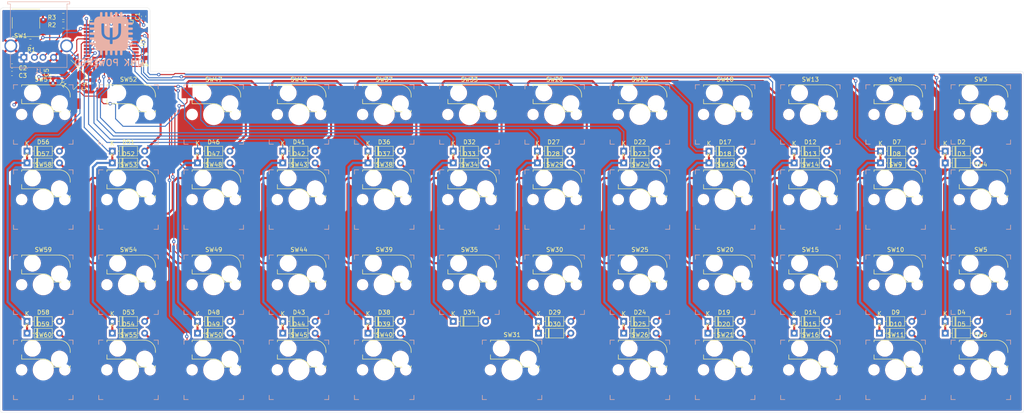
<source format=kicad_pcb>
(kicad_pcb (version 20171130) (host pcbnew 5.1.12-84ad8e8a86~92~ubuntu20.04.1)
  (layers (0 F.Cu signal) (31 B.Cu signal) (34 B.Paste user) (35 F.Paste user) (36 B.SilkS user) (37 F.SilkS user) (38 B.Mask user) (39 F.Mask user) (44 Edge.Cuts user))
  (net 0 "")
  (net 1 GND)
  (net 2 "Net-(C1-Pad1)")
  (net 3 VCC)
  (net 4 XTAL1)
  (net 5 XTAL2)
  (net 6 COL0)
  (net 7 "Net-(D2-Pad2)")
  (net 8 "Net-(D3-Pad2)")
  (net 9 "Net-(D4-Pad2)")
  (net 10 "Net-(D5-Pad2)")
  (net 11 COL1)
  (net 12 "Net-(D7-Pad2)")
  (net 13 "Net-(D8-Pad2)")
  (net 14 "Net-(D9-Pad2)")
  (net 15 "Net-(D10-Pad2)")
  (net 16 COL2)
  (net 17 "Net-(D12-Pad2)")
  (net 18 "Net-(D13-Pad2)")
  (net 19 "Net-(D14-Pad2)")
  (net 20 "Net-(D15-Pad2)")
  (net 21 COL3)
  (net 22 "Net-(D17-Pad2)")
  (net 23 "Net-(D18-Pad2)")
  (net 24 "Net-(D19-Pad2)")
  (net 25 "Net-(D20-Pad2)")
  (net 26 COL4)
  (net 27 "Net-(D22-Pad2)")
  (net 28 "Net-(D23-Pad2)")
  (net 29 "Net-(D24-Pad2)")
  (net 30 "Net-(D25-Pad2)")
  (net 31 COL5)
  (net 32 "Net-(D27-Pad2)")
  (net 33 "Net-(D28-Pad2)")
  (net 34 "Net-(D29-Pad2)")
  (net 35 "Net-(D30-Pad2)")
  (net 36 COL6)
  (net 37 "Net-(D32-Pad2)")
  (net 38 "Net-(D33-Pad2)")
  (net 39 "Net-(D34-Pad2)")
  (net 40 COL7)
  (net 41 "Net-(D36-Pad2)")
  (net 42 "Net-(D37-Pad2)")
  (net 43 "Net-(D38-Pad2)")
  (net 44 "Net-(D39-Pad2)")
  (net 45 COL8)
  (net 46 "Net-(D41-Pad2)")
  (net 47 "Net-(D42-Pad2)")
  (net 48 "Net-(D43-Pad2)")
  (net 49 "Net-(D44-Pad2)")
  (net 50 COL9)
  (net 51 "Net-(D46-Pad2)")
  (net 52 "Net-(D47-Pad2)")
  (net 53 "Net-(D48-Pad2)")
  (net 54 "Net-(D49-Pad2)")
  (net 55 COL10)
  (net 56 "Net-(D51-Pad2)")
  (net 57 "Net-(D52-Pad2)")
  (net 58 "Net-(D53-Pad2)")
  (net 59 "Net-(D54-Pad2)")
  (net 60 COL11)
  (net 61 "Net-(D56-Pad2)")
  (net 62 "Net-(D57-Pad2)")
  (net 63 "Net-(D58-Pad2)")
  (net 64 "Net-(D59-Pad2)")
  (net 65 USB_DN)
  (net 66 USB_DP)
  (net 67 RST)
  (net 68 "Net-(R2-Pad1)")
  (net 69 "Net-(R3-Pad1)")
  (net 70 "Net-(R4-Pad2)")
  (net 71 ROW1)
  (net 72 ROW2)
  (net 73 ROW3)
  (net 74 ROW4)
  (net 75 "Net-(U1-Pad1)")
  (net 76 "Net-(U1-Pad8)")
  (net 77 "Net-(U1-Pad10)")
  (net 78 "Net-(U1-Pad11)")
  (net 79 "Net-(U1-Pad42)")
  (net 80 "Net-(U1-Pad37)")
  (net 81 "Net-(U1-Pad36)")
  (net 82 "Net-(U1-Pad22)")
  (net 83 "Net-(U1-Pad21)")
  (net 84 "Net-(U1-Pad9)")
  (module JoesFootprints:QmkLogo (layer B.Cu) (at 53.34 41.402 180)
    (fp_text reference G*** hide)
    (fp_text value LOGO hide)
  )
  (module Diode_THT:D_DO-35_SOD27_P7.62mm_Horizontal (layer F.Cu) (at 153.924 109.22)
    (fp_text reference D29 (at 3.81 -2.12) (layer F.SilkS))
    (fp_text value 1N4148)
    (fp_text user K (at 0 -1.8) (layer F.SilkS))
    (pad 2 thru_hole oval (at 7.62 0) (size 1.6 1.6) (drill 0.8) (layers *.Cu *.Mask) (net 34 "Net-(D29-Pad2)"))
    (pad 1 thru_hole rect (at 0 0) (size 1.6 1.6) (drill 0.8) (layers *.Cu *.Mask) (net 31 COL5))
  )
  (module Diode_THT:D_DO-35_SOD27_P7.62mm_Horizontal (layer F.Cu) (at 133.858 69.088)
    (fp_text reference D32 (at 3.81 -2.12) (layer F.SilkS))
    (fp_text value 1N4148)
    (fp_text user K (at 0 -1.8) (layer F.SilkS))
    (pad 2 thru_hole oval (at 7.62 0) (size 1.6 1.6) (drill 0.8) (layers *.Cu *.Mask) (net 37 "Net-(D32-Pad2)"))
    (pad 1 thru_hole rect (at 0 0) (size 1.6 1.6) (drill 0.8) (layers *.Cu *.Mask) (net 36 COL6))
  )
  (module Crystal:Crystal_SMD_3225-4Pin_3.2x2.5mm_HandSoldering (layer F.Cu) (at 44.154132 51.114478 135)
    (fp_text reference Y1 (at 0 -3.05 135) (layer F.SilkS))
    (fp_text value Crystal_GND24)
    (pad 4 smd rect (at -1.45 -1.15 135) (size 2.1 1.8) (layers F.Cu F.Paste F.Mask) (net 1 GND))
    (pad 3 smd rect (at 1.45 -1.15 135) (size 2.1 1.8) (layers F.Cu F.Paste F.Mask) (net 5 XTAL2))
    (pad 2 smd rect (at 1.45 1.15 135) (size 2.1 1.8) (layers F.Cu F.Paste F.Mask) (net 1 GND))
    (pad 1 smd rect (at -1.45 1.15 135) (size 2.1 1.8) (layers F.Cu F.Paste F.Mask) (net 4 XTAL1))
  )
  (module Package_QFP:TQFP-44_10x10mm_P0.8mm (layer F.Cu) (at 53.34 43.434 270)
    (fp_text reference U1 (at 0 -7.45 90) (layer F.SilkS))
    (fp_text value ATmega32U4-AU)
    (pad 44 smd rect (at -4 -5.7) (size 1.5 0.55) (layers F.Cu F.Paste F.Mask) (net 3 VCC))
    (pad 43 smd rect (at -3.2 -5.7) (size 1.5 0.55) (layers F.Cu F.Paste F.Mask) (net 1 GND))
    (pad 42 smd rect (at -2.4 -5.7) (size 1.5 0.55) (layers F.Cu F.Paste F.Mask) (net 79 "Net-(U1-Pad42)"))
    (pad 41 smd rect (at -1.6 -5.7) (size 1.5 0.55) (layers F.Cu F.Paste F.Mask) (net 6 COL0))
    (pad 40 smd rect (at -0.8 -5.7) (size 1.5 0.55) (layers F.Cu F.Paste F.Mask) (net 11 COL1))
    (pad 39 smd rect (at 0 -5.7) (size 1.5 0.55) (layers F.Cu F.Paste F.Mask) (net 16 COL2))
    (pad 38 smd rect (at 0.8 -5.7) (size 1.5 0.55) (layers F.Cu F.Paste F.Mask) (net 21 COL3))
    (pad 37 smd rect (at 1.6 -5.7) (size 1.5 0.55) (layers F.Cu F.Paste F.Mask) (net 80 "Net-(U1-Pad37)"))
    (pad 36 smd rect (at 2.4 -5.7) (size 1.5 0.55) (layers F.Cu F.Paste F.Mask) (net 81 "Net-(U1-Pad36)"))
    (pad 35 smd rect (at 3.2 -5.7) (size 1.5 0.55) (layers F.Cu F.Paste F.Mask) (net 1 GND))
    (pad 34 smd rect (at 4 -5.7) (size 1.5 0.55) (layers F.Cu F.Paste F.Mask) (net 3 VCC))
    (pad 33 smd rect (at 5.7 -4 270) (size 1.5 0.55) (layers F.Cu F.Paste F.Mask) (net 70 "Net-(R4-Pad2)"))
    (pad 32 smd rect (at 5.7 -3.2 270) (size 1.5 0.55) (layers F.Cu F.Paste F.Mask) (net 26 COL4))
    (pad 31 smd rect (at 5.7 -2.4 270) (size 1.5 0.55) (layers F.Cu F.Paste F.Mask) (net 31 COL5))
    (pad 30 smd rect (at 5.7 -1.6 270) (size 1.5 0.55) (layers F.Cu F.Paste F.Mask) (net 72 ROW2))
    (pad 29 smd rect (at 5.7 -0.8 270) (size 1.5 0.55) (layers F.Cu F.Paste F.Mask) (net 73 ROW3))
    (pad 28 smd rect (at 5.7 0 270) (size 1.5 0.55) (layers F.Cu F.Paste F.Mask) (net 74 ROW4))
    (pad 27 smd rect (at 5.7 0.8 270) (size 1.5 0.55) (layers F.Cu F.Paste F.Mask) (net 36 COL6))
    (pad 26 smd rect (at 5.7 1.6 270) (size 1.5 0.55) (layers F.Cu F.Paste F.Mask) (net 40 COL7))
    (pad 25 smd rect (at 5.7 2.4 270) (size 1.5 0.55) (layers F.Cu F.Paste F.Mask) (net 45 COL8))
    (pad 24 smd rect (at 5.7 3.2 270) (size 1.5 0.55) (layers F.Cu F.Paste F.Mask) (net 3 VCC))
    (pad 23 smd rect (at 5.7 4 270) (size 1.5 0.55) (layers F.Cu F.Paste F.Mask) (net 1 GND))
    (pad 22 smd rect (at 4 5.7) (size 1.5 0.55) (layers F.Cu F.Paste F.Mask) (net 82 "Net-(U1-Pad22)"))
    (pad 21 smd rect (at 3.2 5.7) (size 1.5 0.55) (layers F.Cu F.Paste F.Mask) (net 83 "Net-(U1-Pad21)"))
    (pad 20 smd rect (at 2.4 5.7) (size 1.5 0.55) (layers F.Cu F.Paste F.Mask) (net 60 COL11))
    (pad 19 smd rect (at 1.6 5.7) (size 1.5 0.55) (layers F.Cu F.Paste F.Mask) (net 55 COL10))
    (pad 18 smd rect (at 0.8 5.7) (size 1.5 0.55) (layers F.Cu F.Paste F.Mask) (net 50 COL9))
    (pad 17 smd rect (at 0 5.7) (size 1.5 0.55) (layers F.Cu F.Paste F.Mask) (net 4 XTAL1))
    (pad 16 smd rect (at -0.8 5.7) (size 1.5 0.55) (layers F.Cu F.Paste F.Mask) (net 5 XTAL2))
    (pad 15 smd rect (at -1.6 5.7) (size 1.5 0.55) (layers F.Cu F.Paste F.Mask) (net 1 GND))
    (pad 14 smd rect (at -2.4 5.7) (size 1.5 0.55) (layers F.Cu F.Paste F.Mask) (net 3 VCC))
    (pad 13 smd rect (at -3.2 5.7) (size 1.5 0.55) (layers F.Cu F.Paste F.Mask) (net 67 RST))
    (pad 12 smd rect (at -4 5.7) (size 1.5 0.55) (layers F.Cu F.Paste F.Mask) (net 71 ROW1))
    (pad 11 smd rect (at -5.7 4 270) (size 1.5 0.55) (layers F.Cu F.Paste F.Mask) (net 78 "Net-(U1-Pad11)"))
    (pad 10 smd rect (at -5.7 3.2 270) (size 1.5 0.55) (layers F.Cu F.Paste F.Mask) (net 77 "Net-(U1-Pad10)"))
    (pad 9 smd rect (at -5.7 2.4 270) (size 1.5 0.55) (layers F.Cu F.Paste F.Mask) (net 84 "Net-(U1-Pad9)"))
    (pad 8 smd rect (at -5.7 1.6 270) (size 1.5 0.55) (layers F.Cu F.Paste F.Mask) (net 76 "Net-(U1-Pad8)"))
    (pad 7 smd rect (at -5.7 0.8 270) (size 1.5 0.55) (layers F.Cu F.Paste F.Mask) (net 3 VCC))
    (pad 6 smd rect (at -5.7 0 270) (size 1.5 0.55) (layers F.Cu F.Paste F.Mask) (net 2 "Net-(C1-Pad1)"))
    (pad 5 smd rect (at -5.7 -0.8 270) (size 1.5 0.55) (layers F.Cu F.Paste F.Mask) (net 1 GND))
    (pad 4 smd rect (at -5.7 -1.6 270) (size 1.5 0.55) (layers F.Cu F.Paste F.Mask) (net 68 "Net-(R2-Pad1)"))
    (pad 3 smd rect (at -5.7 -2.4 270) (size 1.5 0.55) (layers F.Cu F.Paste F.Mask) (net 69 "Net-(R3-Pad1)"))
    (pad 2 smd rect (at -5.7 -3.2 270) (size 1.5 0.55) (layers F.Cu F.Paste F.Mask) (net 3 VCC))
    (pad 1 smd rect (at -5.7 -4 270) (size 1.5 0.55) (layers F.Cu F.Paste F.Mask) (net 75 "Net-(U1-Pad1)"))
  )
  (module JoesFootprints:Kailh_socket_MX (layer B.Cu) (at 37.338 120.65 180)
    (fp_text reference SW60 (at 0 8.255) (layer F.SilkS))
    (fp_text value SW_DIP_x01)
    (pad 2 smd rect (at -7.56 2.54 180) (size 2.55 2.5) (layers F.Cu F.Paste F.Mask) (net 64 "Net-(D59-Pad2)"))
    (pad "" np_thru_hole circle (at -5.08 0 180) (size 1.7018 1.7018) (drill 1.7018) (layers *.Cu *.Mask))
    (pad "" np_thru_hole circle (at 5.08 0 180) (size 1.7018 1.7018) (drill 1.7018) (layers *.Cu *.Mask))
    (pad "" np_thru_hole circle (at 0 0 180) (size 3.9878 3.9878) (drill 3.9878) (layers *.Cu *.Mask))
    (pad "" np_thru_hole circle (at -3.81 2.54 180) (size 3 3) (drill 3) (layers *.Cu *.Mask))
    (pad "" np_thru_hole circle (at 2.54 5.08 180) (size 3 3) (drill 3) (layers *.Cu *.Mask))
    (pad 1 smd rect (at 6.29 5.08 180) (size 2.55 2.5) (layers F.Cu F.Paste F.Mask) (net 74 ROW4))
  )
  (module JoesFootprints:Kailh_socket_MX (layer B.Cu) (at 37.338 100.584 180)
    (fp_text reference SW59 (at 0 8.255) (layer F.SilkS))
    (fp_text value SW_DIP_x01)
    (pad 2 smd rect (at -7.56 2.54 180) (size 2.55 2.5) (layers F.Cu F.Paste F.Mask) (net 63 "Net-(D58-Pad2)"))
    (pad "" np_thru_hole circle (at -5.08 0 180) (size 1.7018 1.7018) (drill 1.7018) (layers *.Cu *.Mask))
    (pad "" np_thru_hole circle (at 5.08 0 180) (size 1.7018 1.7018) (drill 1.7018) (layers *.Cu *.Mask))
    (pad "" np_thru_hole circle (at 0 0 180) (size 3.9878 3.9878) (drill 3.9878) (layers *.Cu *.Mask))
    (pad "" np_thru_hole circle (at -3.81 2.54 180) (size 3 3) (drill 3) (layers *.Cu *.Mask))
    (pad "" np_thru_hole circle (at 2.54 5.08 180) (size 3 3) (drill 3) (layers *.Cu *.Mask))
    (pad 1 smd rect (at 6.29 5.08 180) (size 2.55 2.5) (layers F.Cu F.Paste F.Mask) (net 73 ROW3))
  )
  (module JoesFootprints:Kailh_socket_MX (layer B.Cu) (at 37.338 80.518 180)
    (fp_text reference SW58 (at 0 8.255) (layer F.SilkS))
    (fp_text value SW_DIP_x01)
    (pad 2 smd rect (at -7.56 2.54 180) (size 2.55 2.5) (layers F.Cu F.Paste F.Mask) (net 62 "Net-(D57-Pad2)"))
    (pad "" np_thru_hole circle (at -5.08 0 180) (size 1.7018 1.7018) (drill 1.7018) (layers *.Cu *.Mask))
    (pad "" np_thru_hole circle (at 5.08 0 180) (size 1.7018 1.7018) (drill 1.7018) (layers *.Cu *.Mask))
    (pad "" np_thru_hole circle (at 0 0 180) (size 3.9878 3.9878) (drill 3.9878) (layers *.Cu *.Mask))
    (pad "" np_thru_hole circle (at -3.81 2.54 180) (size 3 3) (drill 3) (layers *.Cu *.Mask))
    (pad "" np_thru_hole circle (at 2.54 5.08 180) (size 3 3) (drill 3) (layers *.Cu *.Mask))
    (pad 1 smd rect (at 6.29 5.08 180) (size 2.55 2.5) (layers F.Cu F.Paste F.Mask) (net 72 ROW2))
  )
  (module JoesFootprints:Kailh_socket_MX (layer B.Cu) (at 37.338 60.452 180)
    (fp_text reference SW57 (at 0 8.255) (layer F.SilkS))
    (fp_text value SW_DIP_x01)
    (pad 2 smd rect (at -7.56 2.54 180) (size 2.55 2.5) (layers F.Cu F.Paste F.Mask) (net 61 "Net-(D56-Pad2)"))
    (pad "" np_thru_hole circle (at -5.08 0 180) (size 1.7018 1.7018) (drill 1.7018) (layers *.Cu *.Mask))
    (pad "" np_thru_hole circle (at 5.08 0 180) (size 1.7018 1.7018) (drill 1.7018) (layers *.Cu *.Mask))
    (pad "" np_thru_hole circle (at 0 0 180) (size 3.9878 3.9878) (drill 3.9878) (layers *.Cu *.Mask))
    (pad "" np_thru_hole circle (at -3.81 2.54 180) (size 3 3) (drill 3) (layers *.Cu *.Mask))
    (pad "" np_thru_hole circle (at 2.54 5.08 180) (size 3 3) (drill 3) (layers *.Cu *.Mask))
    (pad 1 smd rect (at 6.29 5.08 180) (size 2.55 2.5) (layers F.Cu F.Paste F.Mask) (net 71 ROW1))
  )
  (module JoesFootprints:Kailh_socket_MX (layer B.Cu) (at 57.404 120.65 180)
    (fp_text reference SW55 (at 0 8.255) (layer F.SilkS))
    (fp_text value SW_DIP_x01)
    (pad 2 smd rect (at -7.56 2.54 180) (size 2.55 2.5) (layers F.Cu F.Paste F.Mask) (net 59 "Net-(D54-Pad2)"))
    (pad "" np_thru_hole circle (at -5.08 0 180) (size 1.7018 1.7018) (drill 1.7018) (layers *.Cu *.Mask))
    (pad "" np_thru_hole circle (at 5.08 0 180) (size 1.7018 1.7018) (drill 1.7018) (layers *.Cu *.Mask))
    (pad "" np_thru_hole circle (at 0 0 180) (size 3.9878 3.9878) (drill 3.9878) (layers *.Cu *.Mask))
    (pad "" np_thru_hole circle (at -3.81 2.54 180) (size 3 3) (drill 3) (layers *.Cu *.Mask))
    (pad "" np_thru_hole circle (at 2.54 5.08 180) (size 3 3) (drill 3) (layers *.Cu *.Mask))
    (pad 1 smd rect (at 6.29 5.08 180) (size 2.55 2.5) (layers F.Cu F.Paste F.Mask) (net 74 ROW4))
  )
  (module JoesFootprints:Kailh_socket_MX (layer B.Cu) (at 57.404 100.584 180)
    (fp_text reference SW54 (at 0 8.255) (layer F.SilkS))
    (fp_text value SW_DIP_x01)
    (pad 2 smd rect (at -7.56 2.54 180) (size 2.55 2.5) (layers F.Cu F.Paste F.Mask) (net 58 "Net-(D53-Pad2)"))
    (pad "" np_thru_hole circle (at -5.08 0 180) (size 1.7018 1.7018) (drill 1.7018) (layers *.Cu *.Mask))
    (pad "" np_thru_hole circle (at 5.08 0 180) (size 1.7018 1.7018) (drill 1.7018) (layers *.Cu *.Mask))
    (pad "" np_thru_hole circle (at 0 0 180) (size 3.9878 3.9878) (drill 3.9878) (layers *.Cu *.Mask))
    (pad "" np_thru_hole circle (at -3.81 2.54 180) (size 3 3) (drill 3) (layers *.Cu *.Mask))
    (pad "" np_thru_hole circle (at 2.54 5.08 180) (size 3 3) (drill 3) (layers *.Cu *.Mask))
    (pad 1 smd rect (at 6.29 5.08 180) (size 2.55 2.5) (layers F.Cu F.Paste F.Mask) (net 73 ROW3))
  )
  (module JoesFootprints:Kailh_socket_MX (layer B.Cu) (at 57.404 80.518 180)
    (fp_text reference SW53 (at 0 8.255) (layer F.SilkS))
    (fp_text value SW_DIP_x01)
    (pad 2 smd rect (at -7.56 2.54 180) (size 2.55 2.5) (layers F.Cu F.Paste F.Mask) (net 57 "Net-(D52-Pad2)"))
    (pad "" np_thru_hole circle (at -5.08 0 180) (size 1.7018 1.7018) (drill 1.7018) (layers *.Cu *.Mask))
    (pad "" np_thru_hole circle (at 5.08 0 180) (size 1.7018 1.7018) (drill 1.7018) (layers *.Cu *.Mask))
    (pad "" np_thru_hole circle (at 0 0 180) (size 3.9878 3.9878) (drill 3.9878) (layers *.Cu *.Mask))
    (pad "" np_thru_hole circle (at -3.81 2.54 180) (size 3 3) (drill 3) (layers *.Cu *.Mask))
    (pad "" np_thru_hole circle (at 2.54 5.08 180) (size 3 3) (drill 3) (layers *.Cu *.Mask))
    (pad 1 smd rect (at 6.29 5.08 180) (size 2.55 2.5) (layers F.Cu F.Paste F.Mask) (net 72 ROW2))
  )
  (module JoesFootprints:Kailh_socket_MX (layer B.Cu) (at 57.404 60.452 180)
    (fp_text reference SW52 (at 0 8.255) (layer F.SilkS))
    (fp_text value SW_DIP_x01)
    (pad 2 smd rect (at -7.56 2.54 180) (size 2.55 2.5) (layers F.Cu F.Paste F.Mask) (net 56 "Net-(D51-Pad2)"))
    (pad "" np_thru_hole circle (at -5.08 0 180) (size 1.7018 1.7018) (drill 1.7018) (layers *.Cu *.Mask))
    (pad "" np_thru_hole circle (at 5.08 0 180) (size 1.7018 1.7018) (drill 1.7018) (layers *.Cu *.Mask))
    (pad "" np_thru_hole circle (at 0 0 180) (size 3.9878 3.9878) (drill 3.9878) (layers *.Cu *.Mask))
    (pad "" np_thru_hole circle (at -3.81 2.54 180) (size 3 3) (drill 3) (layers *.Cu *.Mask))
    (pad "" np_thru_hole circle (at 2.54 5.08 180) (size 3 3) (drill 3) (layers *.Cu *.Mask))
    (pad 1 smd rect (at 6.29 5.08 180) (size 2.55 2.5) (layers F.Cu F.Paste F.Mask) (net 71 ROW1))
  )
  (module JoesFootprints:Kailh_socket_MX (layer B.Cu) (at 77.47 120.65 180)
    (fp_text reference SW50 (at 0 8.255) (layer F.SilkS))
    (fp_text value SW_DIP_x01)
    (pad 2 smd rect (at -7.56 2.54 180) (size 2.55 2.5) (layers F.Cu F.Paste F.Mask) (net 54 "Net-(D49-Pad2)"))
    (pad "" np_thru_hole circle (at -5.08 0 180) (size 1.7018 1.7018) (drill 1.7018) (layers *.Cu *.Mask))
    (pad "" np_thru_hole circle (at 5.08 0 180) (size 1.7018 1.7018) (drill 1.7018) (layers *.Cu *.Mask))
    (pad "" np_thru_hole circle (at 0 0 180) (size 3.9878 3.9878) (drill 3.9878) (layers *.Cu *.Mask))
    (pad "" np_thru_hole circle (at -3.81 2.54 180) (size 3 3) (drill 3) (layers *.Cu *.Mask))
    (pad "" np_thru_hole circle (at 2.54 5.08 180) (size 3 3) (drill 3) (layers *.Cu *.Mask))
    (pad 1 smd rect (at 6.29 5.08 180) (size 2.55 2.5) (layers F.Cu F.Paste F.Mask) (net 74 ROW4))
  )
  (module JoesFootprints:Kailh_socket_MX (layer B.Cu) (at 77.47 100.584 180)
    (fp_text reference SW49 (at 0 8.255) (layer F.SilkS))
    (fp_text value SW_DIP_x01)
    (pad 2 smd rect (at -7.56 2.54 180) (size 2.55 2.5) (layers F.Cu F.Paste F.Mask) (net 53 "Net-(D48-Pad2)"))
    (pad "" np_thru_hole circle (at -5.08 0 180) (size 1.7018 1.7018) (drill 1.7018) (layers *.Cu *.Mask))
    (pad "" np_thru_hole circle (at 5.08 0 180) (size 1.7018 1.7018) (drill 1.7018) (layers *.Cu *.Mask))
    (pad "" np_thru_hole circle (at 0 0 180) (size 3.9878 3.9878) (drill 3.9878) (layers *.Cu *.Mask))
    (pad "" np_thru_hole circle (at -3.81 2.54 180) (size 3 3) (drill 3) (layers *.Cu *.Mask))
    (pad "" np_thru_hole circle (at 2.54 5.08 180) (size 3 3) (drill 3) (layers *.Cu *.Mask))
    (pad 1 smd rect (at 6.29 5.08 180) (size 2.55 2.5) (layers F.Cu F.Paste F.Mask) (net 73 ROW3))
  )
  (module JoesFootprints:Kailh_socket_MX (layer B.Cu) (at 77.47 80.518 180)
    (fp_text reference SW48 (at 0 8.255) (layer F.SilkS))
    (fp_text value SW_DIP_x01)
    (pad 2 smd rect (at -7.56 2.54 180) (size 2.55 2.5) (layers F.Cu F.Paste F.Mask) (net 52 "Net-(D47-Pad2)"))
    (pad "" np_thru_hole circle (at -5.08 0 180) (size 1.7018 1.7018) (drill 1.7018) (layers *.Cu *.Mask))
    (pad "" np_thru_hole circle (at 5.08 0 180) (size 1.7018 1.7018) (drill 1.7018) (layers *.Cu *.Mask))
    (pad "" np_thru_hole circle (at 0 0 180) (size 3.9878 3.9878) (drill 3.9878) (layers *.Cu *.Mask))
    (pad "" np_thru_hole circle (at -3.81 2.54 180) (size 3 3) (drill 3) (layers *.Cu *.Mask))
    (pad "" np_thru_hole circle (at 2.54 5.08 180) (size 3 3) (drill 3) (layers *.Cu *.Mask))
    (pad 1 smd rect (at 6.29 5.08 180) (size 2.55 2.5) (layers F.Cu F.Paste F.Mask) (net 72 ROW2))
  )
  (module JoesFootprints:Kailh_socket_MX (layer B.Cu) (at 77.47 60.452 180)
    (fp_text reference SW47 (at 0 8.255) (layer F.SilkS))
    (fp_text value SW_DIP_x01)
    (pad 2 smd rect (at -7.56 2.54 180) (size 2.55 2.5) (layers F.Cu F.Paste F.Mask) (net 51 "Net-(D46-Pad2)"))
    (pad "" np_thru_hole circle (at -5.08 0 180) (size 1.7018 1.7018) (drill 1.7018) (layers *.Cu *.Mask))
    (pad "" np_thru_hole circle (at 5.08 0 180) (size 1.7018 1.7018) (drill 1.7018) (layers *.Cu *.Mask))
    (pad "" np_thru_hole circle (at 0 0 180) (size 3.9878 3.9878) (drill 3.9878) (layers *.Cu *.Mask))
    (pad "" np_thru_hole circle (at -3.81 2.54 180) (size 3 3) (drill 3) (layers *.Cu *.Mask))
    (pad "" np_thru_hole circle (at 2.54 5.08 180) (size 3 3) (drill 3) (layers *.Cu *.Mask))
    (pad 1 smd rect (at 6.29 5.08 180) (size 2.55 2.5) (layers F.Cu F.Paste F.Mask) (net 71 ROW1))
  )
  (module JoesFootprints:Kailh_socket_MX (layer B.Cu) (at 97.536 120.65 180)
    (fp_text reference SW45 (at 0 8.255) (layer F.SilkS))
    (fp_text value SW_DIP_x01)
    (pad 2 smd rect (at -7.56 2.54 180) (size 2.55 2.5) (layers F.Cu F.Paste F.Mask) (net 49 "Net-(D44-Pad2)"))
    (pad "" np_thru_hole circle (at -5.08 0 180) (size 1.7018 1.7018) (drill 1.7018) (layers *.Cu *.Mask))
    (pad "" np_thru_hole circle (at 5.08 0 180) (size 1.7018 1.7018) (drill 1.7018) (layers *.Cu *.Mask))
    (pad "" np_thru_hole circle (at 0 0 180) (size 3.9878 3.9878) (drill 3.9878) (layers *.Cu *.Mask))
    (pad "" np_thru_hole circle (at -3.81 2.54 180) (size 3 3) (drill 3) (layers *.Cu *.Mask))
    (pad "" np_thru_hole circle (at 2.54 5.08 180) (size 3 3) (drill 3) (layers *.Cu *.Mask))
    (pad 1 smd rect (at 6.29 5.08 180) (size 2.55 2.5) (layers F.Cu F.Paste F.Mask) (net 74 ROW4))
  )
  (module JoesFootprints:Kailh_socket_MX (layer B.Cu) (at 97.536 100.584 180)
    (fp_text reference SW44 (at 0 8.255) (layer F.SilkS))
    (fp_text value SW_DIP_x01)
    (pad 2 smd rect (at -7.56 2.54 180) (size 2.55 2.5) (layers F.Cu F.Paste F.Mask) (net 48 "Net-(D43-Pad2)"))
    (pad "" np_thru_hole circle (at -5.08 0 180) (size 1.7018 1.7018) (drill 1.7018) (layers *.Cu *.Mask))
    (pad "" np_thru_hole circle (at 5.08 0 180) (size 1.7018 1.7018) (drill 1.7018) (layers *.Cu *.Mask))
    (pad "" np_thru_hole circle (at 0 0 180) (size 3.9878 3.9878) (drill 3.9878) (layers *.Cu *.Mask))
    (pad "" np_thru_hole circle (at -3.81 2.54 180) (size 3 3) (drill 3) (layers *.Cu *.Mask))
    (pad "" np_thru_hole circle (at 2.54 5.08 180) (size 3 3) (drill 3) (layers *.Cu *.Mask))
    (pad 1 smd rect (at 6.29 5.08 180) (size 2.55 2.5) (layers F.Cu F.Paste F.Mask) (net 73 ROW3))
  )
  (module JoesFootprints:Kailh_socket_MX (layer B.Cu) (at 97.536 80.518 180)
    (fp_text reference SW43 (at 0 8.255) (layer F.SilkS))
    (fp_text value SW_DIP_x01)
    (pad 2 smd rect (at -7.56 2.54 180) (size 2.55 2.5) (layers F.Cu F.Paste F.Mask) (net 47 "Net-(D42-Pad2)"))
    (pad "" np_thru_hole circle (at -5.08 0 180) (size 1.7018 1.7018) (drill 1.7018) (layers *.Cu *.Mask))
    (pad "" np_thru_hole circle (at 5.08 0 180) (size 1.7018 1.7018) (drill 1.7018) (layers *.Cu *.Mask))
    (pad "" np_thru_hole circle (at 0 0 180) (size 3.9878 3.9878) (drill 3.9878) (layers *.Cu *.Mask))
    (pad "" np_thru_hole circle (at -3.81 2.54 180) (size 3 3) (drill 3) (layers *.Cu *.Mask))
    (pad "" np_thru_hole circle (at 2.54 5.08 180) (size 3 3) (drill 3) (layers *.Cu *.Mask))
    (pad 1 smd rect (at 6.29 5.08 180) (size 2.55 2.5) (layers F.Cu F.Paste F.Mask) (net 72 ROW2))
  )
  (module JoesFootprints:Kailh_socket_MX (layer B.Cu) (at 97.536 60.452 180)
    (fp_text reference SW42 (at 0 8.255) (layer F.SilkS))
    (fp_text value SW_DIP_x01)
    (pad 2 smd rect (at -7.56 2.54 180) (size 2.55 2.5) (layers F.Cu F.Paste F.Mask) (net 46 "Net-(D41-Pad2)"))
    (pad "" np_thru_hole circle (at -5.08 0 180) (size 1.7018 1.7018) (drill 1.7018) (layers *.Cu *.Mask))
    (pad "" np_thru_hole circle (at 5.08 0 180) (size 1.7018 1.7018) (drill 1.7018) (layers *.Cu *.Mask))
    (pad "" np_thru_hole circle (at 0 0 180) (size 3.9878 3.9878) (drill 3.9878) (layers *.Cu *.Mask))
    (pad "" np_thru_hole circle (at -3.81 2.54 180) (size 3 3) (drill 3) (layers *.Cu *.Mask))
    (pad "" np_thru_hole circle (at 2.54 5.08 180) (size 3 3) (drill 3) (layers *.Cu *.Mask))
    (pad 1 smd rect (at 6.29 5.08 180) (size 2.55 2.5) (layers F.Cu F.Paste F.Mask) (net 71 ROW1))
  )
  (module JoesFootprints:Kailh_socket_MX (layer B.Cu) (at 117.602 120.65 180)
    (fp_text reference SW40 (at 0 8.255) (layer F.SilkS))
    (fp_text value SW_DIP_x01)
    (pad 2 smd rect (at -7.56 2.54 180) (size 2.55 2.5) (layers F.Cu F.Paste F.Mask) (net 44 "Net-(D39-Pad2)"))
    (pad "" np_thru_hole circle (at -5.08 0 180) (size 1.7018 1.7018) (drill 1.7018) (layers *.Cu *.Mask))
    (pad "" np_thru_hole circle (at 5.08 0 180) (size 1.7018 1.7018) (drill 1.7018) (layers *.Cu *.Mask))
    (pad "" np_thru_hole circle (at 0 0 180) (size 3.9878 3.9878) (drill 3.9878) (layers *.Cu *.Mask))
    (pad "" np_thru_hole circle (at -3.81 2.54 180) (size 3 3) (drill 3) (layers *.Cu *.Mask))
    (pad "" np_thru_hole circle (at 2.54 5.08 180) (size 3 3) (drill 3) (layers *.Cu *.Mask))
    (pad 1 smd rect (at 6.29 5.08 180) (size 2.55 2.5) (layers F.Cu F.Paste F.Mask) (net 74 ROW4))
  )
  (module JoesFootprints:Kailh_socket_MX (layer B.Cu) (at 117.602 100.584 180)
    (fp_text reference SW39 (at 0 8.255) (layer F.SilkS))
    (fp_text value SW_DIP_x01)
    (pad 2 smd rect (at -7.56 2.54 180) (size 2.55 2.5) (layers F.Cu F.Paste F.Mask) (net 43 "Net-(D38-Pad2)"))
    (pad "" np_thru_hole circle (at -5.08 0 180) (size 1.7018 1.7018) (drill 1.7018) (layers *.Cu *.Mask))
    (pad "" np_thru_hole circle (at 5.08 0 180) (size 1.7018 1.7018) (drill 1.7018) (layers *.Cu *.Mask))
    (pad "" np_thru_hole circle (at 0 0 180) (size 3.9878 3.9878) (drill 3.9878) (layers *.Cu *.Mask))
    (pad "" np_thru_hole circle (at -3.81 2.54 180) (size 3 3) (drill 3) (layers *.Cu *.Mask))
    (pad "" np_thru_hole circle (at 2.54 5.08 180) (size 3 3) (drill 3) (layers *.Cu *.Mask))
    (pad 1 smd rect (at 6.29 5.08 180) (size 2.55 2.5) (layers F.Cu F.Paste F.Mask) (net 73 ROW3))
  )
  (module JoesFootprints:Kailh_socket_MX (layer B.Cu) (at 117.602 80.518 180)
    (fp_text reference SW38 (at 0 8.255) (layer F.SilkS))
    (fp_text value SW_DIP_x01)
    (pad 2 smd rect (at -7.56 2.54 180) (size 2.55 2.5) (layers F.Cu F.Paste F.Mask) (net 42 "Net-(D37-Pad2)"))
    (pad "" np_thru_hole circle (at -5.08 0 180) (size 1.7018 1.7018) (drill 1.7018) (layers *.Cu *.Mask))
    (pad "" np_thru_hole circle (at 5.08 0 180) (size 1.7018 1.7018) (drill 1.7018) (layers *.Cu *.Mask))
    (pad "" np_thru_hole circle (at 0 0 180) (size 3.9878 3.9878) (drill 3.9878) (layers *.Cu *.Mask))
    (pad "" np_thru_hole circle (at -3.81 2.54 180) (size 3 3) (drill 3) (layers *.Cu *.Mask))
    (pad "" np_thru_hole circle (at 2.54 5.08 180) (size 3 3) (drill 3) (layers *.Cu *.Mask))
    (pad 1 smd rect (at 6.29 5.08 180) (size 2.55 2.5) (layers F.Cu F.Paste F.Mask) (net 72 ROW2))
  )
  (module JoesFootprints:Kailh_socket_MX (layer B.Cu) (at 117.602 60.452 180)
    (fp_text reference SW37 (at 0 8.255) (layer F.SilkS))
    (fp_text value SW_DIP_x01)
    (pad 2 smd rect (at -7.56 2.54 180) (size 2.55 2.5) (layers F.Cu F.Paste F.Mask) (net 41 "Net-(D36-Pad2)"))
    (pad "" np_thru_hole circle (at -5.08 0 180) (size 1.7018 1.7018) (drill 1.7018) (layers *.Cu *.Mask))
    (pad "" np_thru_hole circle (at 5.08 0 180) (size 1.7018 1.7018) (drill 1.7018) (layers *.Cu *.Mask))
    (pad "" np_thru_hole circle (at 0 0 180) (size 3.9878 3.9878) (drill 3.9878) (layers *.Cu *.Mask))
    (pad "" np_thru_hole circle (at -3.81 2.54 180) (size 3 3) (drill 3) (layers *.Cu *.Mask))
    (pad "" np_thru_hole circle (at 2.54 5.08 180) (size 3 3) (drill 3) (layers *.Cu *.Mask))
    (pad 1 smd rect (at 6.29 5.08 180) (size 2.55 2.5) (layers F.Cu F.Paste F.Mask) (net 71 ROW1))
  )
  (module JoesFootprints:Kailh_socket_MX (layer B.Cu) (at 137.668 100.584 180)
    (fp_text reference SW35 (at 0 8.255) (layer F.SilkS))
    (fp_text value SW_DIP_x01)
    (pad 2 smd rect (at -7.56 2.54 180) (size 2.55 2.5) (layers F.Cu F.Paste F.Mask) (net 39 "Net-(D34-Pad2)"))
    (pad "" np_thru_hole circle (at -5.08 0 180) (size 1.7018 1.7018) (drill 1.7018) (layers *.Cu *.Mask))
    (pad "" np_thru_hole circle (at 5.08 0 180) (size 1.7018 1.7018) (drill 1.7018) (layers *.Cu *.Mask))
    (pad "" np_thru_hole circle (at 0 0 180) (size 3.9878 3.9878) (drill 3.9878) (layers *.Cu *.Mask))
    (pad "" np_thru_hole circle (at -3.81 2.54 180) (size 3 3) (drill 3) (layers *.Cu *.Mask))
    (pad "" np_thru_hole circle (at 2.54 5.08 180) (size 3 3) (drill 3) (layers *.Cu *.Mask))
    (pad 1 smd rect (at 6.29 5.08 180) (size 2.55 2.5) (layers F.Cu F.Paste F.Mask) (net 73 ROW3))
  )
  (module JoesFootprints:Kailh_socket_MX (layer B.Cu) (at 137.668 80.518 180)
    (fp_text reference SW34 (at 0 8.255) (layer F.SilkS))
    (fp_text value SW_DIP_x01)
    (pad 2 smd rect (at -7.56 2.54 180) (size 2.55 2.5) (layers F.Cu F.Paste F.Mask) (net 38 "Net-(D33-Pad2)"))
    (pad "" np_thru_hole circle (at -5.08 0 180) (size 1.7018 1.7018) (drill 1.7018) (layers *.Cu *.Mask))
    (pad "" np_thru_hole circle (at 5.08 0 180) (size 1.7018 1.7018) (drill 1.7018) (layers *.Cu *.Mask))
    (pad "" np_thru_hole circle (at 0 0 180) (size 3.9878 3.9878) (drill 3.9878) (layers *.Cu *.Mask))
    (pad "" np_thru_hole circle (at -3.81 2.54 180) (size 3 3) (drill 3) (layers *.Cu *.Mask))
    (pad "" np_thru_hole circle (at 2.54 5.08 180) (size 3 3) (drill 3) (layers *.Cu *.Mask))
    (pad 1 smd rect (at 6.29 5.08 180) (size 2.55 2.5) (layers F.Cu F.Paste F.Mask) (net 72 ROW2))
  )
  (module JoesFootprints:Kailh_socket_MX (layer B.Cu) (at 137.668 60.452 180)
    (fp_text reference SW33 (at 0 8.255) (layer F.SilkS))
    (fp_text value SW_DIP_x01)
    (pad 2 smd rect (at -7.56 2.54 180) (size 2.55 2.5) (layers F.Cu F.Paste F.Mask) (net 37 "Net-(D32-Pad2)"))
    (pad "" np_thru_hole circle (at -5.08 0 180) (size 1.7018 1.7018) (drill 1.7018) (layers *.Cu *.Mask))
    (pad "" np_thru_hole circle (at 5.08 0 180) (size 1.7018 1.7018) (drill 1.7018) (layers *.Cu *.Mask))
    (pad "" np_thru_hole circle (at 0 0 180) (size 3.9878 3.9878) (drill 3.9878) (layers *.Cu *.Mask))
    (pad "" np_thru_hole circle (at -3.81 2.54 180) (size 3 3) (drill 3) (layers *.Cu *.Mask))
    (pad "" np_thru_hole circle (at 2.54 5.08 180) (size 3 3) (drill 3) (layers *.Cu *.Mask))
    (pad 1 smd rect (at 6.29 5.08 180) (size 2.55 2.5) (layers F.Cu F.Paste F.Mask) (net 71 ROW1))
  )
  (module JoesFootprints:Kailh_socket_MX (layer B.Cu) (at 147.701 120.65 180)
    (fp_text reference SW31 (at 0 8.255) (layer F.SilkS))
    (fp_text value SW_DIP_x01)
    (pad 2 smd rect (at -7.56 2.54 180) (size 2.55 2.5) (layers F.Cu F.Paste F.Mask) (net 35 "Net-(D30-Pad2)"))
    (pad "" np_thru_hole circle (at -5.08 0 180) (size 1.7018 1.7018) (drill 1.7018) (layers *.Cu *.Mask))
    (pad "" np_thru_hole circle (at 5.08 0 180) (size 1.7018 1.7018) (drill 1.7018) (layers *.Cu *.Mask))
    (pad "" np_thru_hole circle (at 0 0 180) (size 3.9878 3.9878) (drill 3.9878) (layers *.Cu *.Mask))
    (pad "" np_thru_hole circle (at -3.81 2.54 180) (size 3 3) (drill 3) (layers *.Cu *.Mask))
    (pad "" np_thru_hole circle (at 2.54 5.08 180) (size 3 3) (drill 3) (layers *.Cu *.Mask))
    (pad 1 smd rect (at 6.29 5.08 180) (size 2.55 2.5) (layers F.Cu F.Paste F.Mask) (net 74 ROW4))
  )
  (module JoesFootprints:Kailh_socket_MX (layer B.Cu) (at 157.734 100.584 180)
    (fp_text reference SW30 (at 0 8.255) (layer F.SilkS))
    (fp_text value SW_DIP_x01)
    (pad 2 smd rect (at -7.56 2.54 180) (size 2.55 2.5) (layers F.Cu F.Paste F.Mask) (net 34 "Net-(D29-Pad2)"))
    (pad "" np_thru_hole circle (at -5.08 0 180) (size 1.7018 1.7018) (drill 1.7018) (layers *.Cu *.Mask))
    (pad "" np_thru_hole circle (at 5.08 0 180) (size 1.7018 1.7018) (drill 1.7018) (layers *.Cu *.Mask))
    (pad "" np_thru_hole circle (at 0 0 180) (size 3.9878 3.9878) (drill 3.9878) (layers *.Cu *.Mask))
    (pad "" np_thru_hole circle (at -3.81 2.54 180) (size 3 3) (drill 3) (layers *.Cu *.Mask))
    (pad "" np_thru_hole circle (at 2.54 5.08 180) (size 3 3) (drill 3) (layers *.Cu *.Mask))
    (pad 1 smd rect (at 6.29 5.08 180) (size 2.55 2.5) (layers F.Cu F.Paste F.Mask) (net 73 ROW3))
  )
  (module JoesFootprints:Kailh_socket_MX (layer B.Cu) (at 157.734 80.518 180)
    (fp_text reference SW29 (at 0 8.255) (layer F.SilkS))
    (fp_text value SW_DIP_x01)
    (pad 2 smd rect (at -7.56 2.54 180) (size 2.55 2.5) (layers F.Cu F.Paste F.Mask) (net 33 "Net-(D28-Pad2)"))
    (pad "" np_thru_hole circle (at -5.08 0 180) (size 1.7018 1.7018) (drill 1.7018) (layers *.Cu *.Mask))
    (pad "" np_thru_hole circle (at 5.08 0 180) (size 1.7018 1.7018) (drill 1.7018) (layers *.Cu *.Mask))
    (pad "" np_thru_hole circle (at 0 0 180) (size 3.9878 3.9878) (drill 3.9878) (layers *.Cu *.Mask))
    (pad "" np_thru_hole circle (at -3.81 2.54 180) (size 3 3) (drill 3) (layers *.Cu *.Mask))
    (pad "" np_thru_hole circle (at 2.54 5.08 180) (size 3 3) (drill 3) (layers *.Cu *.Mask))
    (pad 1 smd rect (at 6.29 5.08 180) (size 2.55 2.5) (layers F.Cu F.Paste F.Mask) (net 72 ROW2))
  )
  (module JoesFootprints:Kailh_socket_MX (layer B.Cu) (at 157.734 60.452 180)
    (fp_text reference SW28 (at 0 8.255) (layer F.SilkS))
    (fp_text value SW_DIP_x01)
    (pad 2 smd rect (at -7.56 2.54 180) (size 2.55 2.5) (layers F.Cu F.Paste F.Mask) (net 32 "Net-(D27-Pad2)"))
    (pad "" np_thru_hole circle (at -5.08 0 180) (size 1.7018 1.7018) (drill 1.7018) (layers *.Cu *.Mask))
    (pad "" np_thru_hole circle (at 5.08 0 180) (size 1.7018 1.7018) (drill 1.7018) (layers *.Cu *.Mask))
    (pad "" np_thru_hole circle (at 0 0 180) (size 3.9878 3.9878) (drill 3.9878) (layers *.Cu *.Mask))
    (pad "" np_thru_hole circle (at -3.81 2.54 180) (size 3 3) (drill 3) (layers *.Cu *.Mask))
    (pad "" np_thru_hole circle (at 2.54 5.08 180) (size 3 3) (drill 3) (layers *.Cu *.Mask))
    (pad 1 smd rect (at 6.29 5.08 180) (size 2.55 2.5) (layers F.Cu F.Paste F.Mask) (net 71 ROW1))
  )
  (module JoesFootprints:Kailh_socket_MX (layer B.Cu) (at 177.8 120.65 180)
    (fp_text reference SW26 (at 0 8.255) (layer F.SilkS))
    (fp_text value SW_DIP_x01)
    (pad 2 smd rect (at -7.56 2.54 180) (size 2.55 2.5) (layers F.Cu F.Paste F.Mask) (net 30 "Net-(D25-Pad2)"))
    (pad "" np_thru_hole circle (at -5.08 0 180) (size 1.7018 1.7018) (drill 1.7018) (layers *.Cu *.Mask))
    (pad "" np_thru_hole circle (at 5.08 0 180) (size 1.7018 1.7018) (drill 1.7018) (layers *.Cu *.Mask))
    (pad "" np_thru_hole circle (at 0 0 180) (size 3.9878 3.9878) (drill 3.9878) (layers *.Cu *.Mask))
    (pad "" np_thru_hole circle (at -3.81 2.54 180) (size 3 3) (drill 3) (layers *.Cu *.Mask))
    (pad "" np_thru_hole circle (at 2.54 5.08 180) (size 3 3) (drill 3) (layers *.Cu *.Mask))
    (pad 1 smd rect (at 6.29 5.08 180) (size 2.55 2.5) (layers F.Cu F.Paste F.Mask) (net 74 ROW4))
  )
  (module JoesFootprints:Kailh_socket_MX (layer B.Cu) (at 177.8 100.584 180)
    (fp_text reference SW25 (at 0 8.255) (layer F.SilkS))
    (fp_text value SW_DIP_x01)
    (pad 2 smd rect (at -7.56 2.54 180) (size 2.55 2.5) (layers F.Cu F.Paste F.Mask) (net 29 "Net-(D24-Pad2)"))
    (pad "" np_thru_hole circle (at -5.08 0 180) (size 1.7018 1.7018) (drill 1.7018) (layers *.Cu *.Mask))
    (pad "" np_thru_hole circle (at 5.08 0 180) (size 1.7018 1.7018) (drill 1.7018) (layers *.Cu *.Mask))
    (pad "" np_thru_hole circle (at 0 0 180) (size 3.9878 3.9878) (drill 3.9878) (layers *.Cu *.Mask))
    (pad "" np_thru_hole circle (at -3.81 2.54 180) (size 3 3) (drill 3) (layers *.Cu *.Mask))
    (pad "" np_thru_hole circle (at 2.54 5.08 180) (size 3 3) (drill 3) (layers *.Cu *.Mask))
    (pad 1 smd rect (at 6.29 5.08 180) (size 2.55 2.5) (layers F.Cu F.Paste F.Mask) (net 73 ROW3))
  )
  (module JoesFootprints:Kailh_socket_MX (layer B.Cu) (at 177.8 80.518 180)
    (fp_text reference SW24 (at 0 8.255) (layer F.SilkS))
    (fp_text value SW_DIP_x01)
    (pad 2 smd rect (at -7.56 2.54 180) (size 2.55 2.5) (layers F.Cu F.Paste F.Mask) (net 28 "Net-(D23-Pad2)"))
    (pad "" np_thru_hole circle (at -5.08 0 180) (size 1.7018 1.7018) (drill 1.7018) (layers *.Cu *.Mask))
    (pad "" np_thru_hole circle (at 5.08 0 180) (size 1.7018 1.7018) (drill 1.7018) (layers *.Cu *.Mask))
    (pad "" np_thru_hole circle (at 0 0 180) (size 3.9878 3.9878) (drill 3.9878) (layers *.Cu *.Mask))
    (pad "" np_thru_hole circle (at -3.81 2.54 180) (size 3 3) (drill 3) (layers *.Cu *.Mask))
    (pad "" np_thru_hole circle (at 2.54 5.08 180) (size 3 3) (drill 3) (layers *.Cu *.Mask))
    (pad 1 smd rect (at 6.29 5.08 180) (size 2.55 2.5) (layers F.Cu F.Paste F.Mask) (net 72 ROW2))
  )
  (module JoesFootprints:Kailh_socket_MX (layer B.Cu) (at 177.8 60.452 180)
    (fp_text reference SW23 (at 0 8.255) (layer F.SilkS))
    (fp_text value SW_DIP_x01)
    (pad 2 smd rect (at -7.56 2.54 180) (size 2.55 2.5) (layers F.Cu F.Paste F.Mask) (net 27 "Net-(D22-Pad2)"))
    (pad "" np_thru_hole circle (at -5.08 0 180) (size 1.7018 1.7018) (drill 1.7018) (layers *.Cu *.Mask))
    (pad "" np_thru_hole circle (at 5.08 0 180) (size 1.7018 1.7018) (drill 1.7018) (layers *.Cu *.Mask))
    (pad "" np_thru_hole circle (at 0 0 180) (size 3.9878 3.9878) (drill 3.9878) (layers *.Cu *.Mask))
    (pad "" np_thru_hole circle (at -3.81 2.54 180) (size 3 3) (drill 3) (layers *.Cu *.Mask))
    (pad "" np_thru_hole circle (at 2.54 5.08 180) (size 3 3) (drill 3) (layers *.Cu *.Mask))
    (pad 1 smd rect (at 6.29 5.08 180) (size 2.55 2.5) (layers F.Cu F.Paste F.Mask) (net 71 ROW1))
  )
  (module JoesFootprints:Kailh_socket_MX (layer B.Cu) (at 197.866 120.65 180)
    (fp_text reference SW21 (at 0 8.255) (layer F.SilkS))
    (fp_text value SW_DIP_x01)
    (pad 2 smd rect (at -7.56 2.54 180) (size 2.55 2.5) (layers F.Cu F.Paste F.Mask) (net 25 "Net-(D20-Pad2)"))
    (pad "" np_thru_hole circle (at -5.08 0 180) (size 1.7018 1.7018) (drill 1.7018) (layers *.Cu *.Mask))
    (pad "" np_thru_hole circle (at 5.08 0 180) (size 1.7018 1.7018) (drill 1.7018) (layers *.Cu *.Mask))
    (pad "" np_thru_hole circle (at 0 0 180) (size 3.9878 3.9878) (drill 3.9878) (layers *.Cu *.Mask))
    (pad "" np_thru_hole circle (at -3.81 2.54 180) (size 3 3) (drill 3) (layers *.Cu *.Mask))
    (pad "" np_thru_hole circle (at 2.54 5.08 180) (size 3 3) (drill 3) (layers *.Cu *.Mask))
    (pad 1 smd rect (at 6.29 5.08 180) (size 2.55 2.5) (layers F.Cu F.Paste F.Mask) (net 74 ROW4))
  )
  (module JoesFootprints:Kailh_socket_MX (layer B.Cu) (at 197.866 100.584 180)
    (fp_text reference SW20 (at 0 8.255) (layer F.SilkS))
    (fp_text value SW_DIP_x01)
    (pad 2 smd rect (at -7.56 2.54 180) (size 2.55 2.5) (layers F.Cu F.Paste F.Mask) (net 24 "Net-(D19-Pad2)"))
    (pad "" np_thru_hole circle (at -5.08 0 180) (size 1.7018 1.7018) (drill 1.7018) (layers *.Cu *.Mask))
    (pad "" np_thru_hole circle (at 5.08 0 180) (size 1.7018 1.7018) (drill 1.7018) (layers *.Cu *.Mask))
    (pad "" np_thru_hole circle (at 0 0 180) (size 3.9878 3.9878) (drill 3.9878) (layers *.Cu *.Mask))
    (pad "" np_thru_hole circle (at -3.81 2.54 180) (size 3 3) (drill 3) (layers *.Cu *.Mask))
    (pad "" np_thru_hole circle (at 2.54 5.08 180) (size 3 3) (drill 3) (layers *.Cu *.Mask))
    (pad 1 smd rect (at 6.29 5.08 180) (size 2.55 2.5) (layers F.Cu F.Paste F.Mask) (net 73 ROW3))
  )
  (module JoesFootprints:Kailh_socket_MX (layer B.Cu) (at 197.866 80.518 180)
    (fp_text reference SW19 (at 0 8.255) (layer F.SilkS))
    (fp_text value SW_DIP_x01)
    (pad 2 smd rect (at -7.56 2.54 180) (size 2.55 2.5) (layers F.Cu F.Paste F.Mask) (net 23 "Net-(D18-Pad2)"))
    (pad "" np_thru_hole circle (at -5.08 0 180) (size 1.7018 1.7018) (drill 1.7018) (layers *.Cu *.Mask))
    (pad "" np_thru_hole circle (at 5.08 0 180) (size 1.7018 1.7018) (drill 1.7018) (layers *.Cu *.Mask))
    (pad "" np_thru_hole circle (at 0 0 180) (size 3.9878 3.9878) (drill 3.9878) (layers *.Cu *.Mask))
    (pad "" np_thru_hole circle (at -3.81 2.54 180) (size 3 3) (drill 3) (layers *.Cu *.Mask))
    (pad "" np_thru_hole circle (at 2.54 5.08 180) (size 3 3) (drill 3) (layers *.Cu *.Mask))
    (pad 1 smd rect (at 6.29 5.08 180) (size 2.55 2.5) (layers F.Cu F.Paste F.Mask) (net 72 ROW2))
  )
  (module JoesFootprints:Kailh_socket_MX (layer B.Cu) (at 197.866 60.452 180)
    (fp_text reference SW18 (at 0 8.255) (layer F.SilkS))
    (fp_text value SW_DIP_x01)
    (pad 2 smd rect (at -7.56 2.54 180) (size 2.55 2.5) (layers F.Cu F.Paste F.Mask) (net 22 "Net-(D17-Pad2)"))
    (pad "" np_thru_hole circle (at -5.08 0 180) (size 1.7018 1.7018) (drill 1.7018) (layers *.Cu *.Mask))
    (pad "" np_thru_hole circle (at 5.08 0 180) (size 1.7018 1.7018) (drill 1.7018) (layers *.Cu *.Mask))
    (pad "" np_thru_hole circle (at 0 0 180) (size 3.9878 3.9878) (drill 3.9878) (layers *.Cu *.Mask))
    (pad "" np_thru_hole circle (at -3.81 2.54 180) (size 3 3) (drill 3) (layers *.Cu *.Mask))
    (pad "" np_thru_hole circle (at 2.54 5.08 180) (size 3 3) (drill 3) (layers *.Cu *.Mask))
    (pad 1 smd rect (at 6.29 5.08 180) (size 2.55 2.5) (layers F.Cu F.Paste F.Mask) (net 71 ROW1))
  )
  (module JoesFootprints:Kailh_socket_MX (layer B.Cu) (at 217.932 120.65 180)
    (fp_text reference SW16 (at 0 8.255) (layer F.SilkS))
    (fp_text value SW_DIP_x01)
    (pad 2 smd rect (at -7.56 2.54 180) (size 2.55 2.5) (layers F.Cu F.Paste F.Mask) (net 20 "Net-(D15-Pad2)"))
    (pad "" np_thru_hole circle (at -5.08 0 180) (size 1.7018 1.7018) (drill 1.7018) (layers *.Cu *.Mask))
    (pad "" np_thru_hole circle (at 5.08 0 180) (size 1.7018 1.7018) (drill 1.7018) (layers *.Cu *.Mask))
    (pad "" np_thru_hole circle (at 0 0 180) (size 3.9878 3.9878) (drill 3.9878) (layers *.Cu *.Mask))
    (pad "" np_thru_hole circle (at -3.81 2.54 180) (size 3 3) (drill 3) (layers *.Cu *.Mask))
    (pad "" np_thru_hole circle (at 2.54 5.08 180) (size 3 3) (drill 3) (layers *.Cu *.Mask))
    (pad 1 smd rect (at 6.29 5.08 180) (size 2.55 2.5) (layers F.Cu F.Paste F.Mask) (net 74 ROW4))
  )
  (module JoesFootprints:Kailh_socket_MX (layer B.Cu) (at 217.932 100.584 180)
    (fp_text reference SW15 (at 0 8.255) (layer F.SilkS))
    (fp_text value SW_DIP_x01)
    (pad 2 smd rect (at -7.56 2.54 180) (size 2.55 2.5) (layers F.Cu F.Paste F.Mask) (net 19 "Net-(D14-Pad2)"))
    (pad "" np_thru_hole circle (at -5.08 0 180) (size 1.7018 1.7018) (drill 1.7018) (layers *.Cu *.Mask))
    (pad "" np_thru_hole circle (at 5.08 0 180) (size 1.7018 1.7018) (drill 1.7018) (layers *.Cu *.Mask))
    (pad "" np_thru_hole circle (at 0 0 180) (size 3.9878 3.9878) (drill 3.9878) (layers *.Cu *.Mask))
    (pad "" np_thru_hole circle (at -3.81 2.54 180) (size 3 3) (drill 3) (layers *.Cu *.Mask))
    (pad "" np_thru_hole circle (at 2.54 5.08 180) (size 3 3) (drill 3) (layers *.Cu *.Mask))
    (pad 1 smd rect (at 6.29 5.08 180) (size 2.55 2.5) (layers F.Cu F.Paste F.Mask) (net 73 ROW3))
  )
  (module JoesFootprints:Kailh_socket_MX (layer B.Cu) (at 217.932 80.518 180)
    (fp_text reference SW14 (at 0 8.255) (layer F.SilkS))
    (fp_text value SW_DIP_x01)
    (pad 2 smd rect (at -7.56 2.54 180) (size 2.55 2.5) (layers F.Cu F.Paste F.Mask) (net 18 "Net-(D13-Pad2)"))
    (pad "" np_thru_hole circle (at -5.08 0 180) (size 1.7018 1.7018) (drill 1.7018) (layers *.Cu *.Mask))
    (pad "" np_thru_hole circle (at 5.08 0 180) (size 1.7018 1.7018) (drill 1.7018) (layers *.Cu *.Mask))
    (pad "" np_thru_hole circle (at 0 0 180) (size 3.9878 3.9878) (drill 3.9878) (layers *.Cu *.Mask))
    (pad "" np_thru_hole circle (at -3.81 2.54 180) (size 3 3) (drill 3) (layers *.Cu *.Mask))
    (pad "" np_thru_hole circle (at 2.54 5.08 180) (size 3 3) (drill 3) (layers *.Cu *.Mask))
    (pad 1 smd rect (at 6.29 5.08 180) (size 2.55 2.5) (layers F.Cu F.Paste F.Mask) (net 72 ROW2))
  )
  (module JoesFootprints:Kailh_socket_MX (layer B.Cu) (at 217.932 60.452 180)
    (fp_text reference SW13 (at 0 8.255) (layer F.SilkS))
    (fp_text value SW_DIP_x01)
    (pad 2 smd rect (at -7.56 2.54 180) (size 2.55 2.5) (layers F.Cu F.Paste F.Mask) (net 17 "Net-(D12-Pad2)"))
    (pad "" np_thru_hole circle (at -5.08 0 180) (size 1.7018 1.7018) (drill 1.7018) (layers *.Cu *.Mask))
    (pad "" np_thru_hole circle (at 5.08 0 180) (size 1.7018 1.7018) (drill 1.7018) (layers *.Cu *.Mask))
    (pad "" np_thru_hole circle (at 0 0 180) (size 3.9878 3.9878) (drill 3.9878) (layers *.Cu *.Mask))
    (pad "" np_thru_hole circle (at -3.81 2.54 180) (size 3 3) (drill 3) (layers *.Cu *.Mask))
    (pad "" np_thru_hole circle (at 2.54 5.08 180) (size 3 3) (drill 3) (layers *.Cu *.Mask))
    (pad 1 smd rect (at 6.29 5.08 180) (size 2.55 2.5) (layers F.Cu F.Paste F.Mask) (net 71 ROW1))
  )
  (module JoesFootprints:Kailh_socket_MX (layer B.Cu) (at 237.998 120.65 180)
    (fp_text reference SW11 (at 0 8.255) (layer F.SilkS))
    (fp_text value SW_DIP_x01)
    (pad 2 smd rect (at -7.56 2.54 180) (size 2.55 2.5) (layers F.Cu F.Paste F.Mask) (net 15 "Net-(D10-Pad2)"))
    (pad "" np_thru_hole circle (at -5.08 0 180) (size 1.7018 1.7018) (drill 1.7018) (layers *.Cu *.Mask))
    (pad "" np_thru_hole circle (at 5.08 0 180) (size 1.7018 1.7018) (drill 1.7018) (layers *.Cu *.Mask))
    (pad "" np_thru_hole circle (at 0 0 180) (size 3.9878 3.9878) (drill 3.9878) (layers *.Cu *.Mask))
    (pad "" np_thru_hole circle (at -3.81 2.54 180) (size 3 3) (drill 3) (layers *.Cu *.Mask))
    (pad "" np_thru_hole circle (at 2.54 5.08 180) (size 3 3) (drill 3) (layers *.Cu *.Mask))
    (pad 1 smd rect (at 6.29 5.08 180) (size 2.55 2.5) (layers F.Cu F.Paste F.Mask) (net 74 ROW4))
  )
  (module JoesFootprints:Kailh_socket_MX (layer B.Cu) (at 237.998 100.584 180)
    (fp_text reference SW10 (at 0 8.255) (layer F.SilkS))
    (fp_text value SW_DIP_x01)
    (pad 2 smd rect (at -7.56 2.54 180) (size 2.55 2.5) (layers F.Cu F.Paste F.Mask) (net 14 "Net-(D9-Pad2)"))
    (pad "" np_thru_hole circle (at -5.08 0 180) (size 1.7018 1.7018) (drill 1.7018) (layers *.Cu *.Mask))
    (pad "" np_thru_hole circle (at 5.08 0 180) (size 1.7018 1.7018) (drill 1.7018) (layers *.Cu *.Mask))
    (pad "" np_thru_hole circle (at 0 0 180) (size 3.9878 3.9878) (drill 3.9878) (layers *.Cu *.Mask))
    (pad "" np_thru_hole circle (at -3.81 2.54 180) (size 3 3) (drill 3) (layers *.Cu *.Mask))
    (pad "" np_thru_hole circle (at 2.54 5.08 180) (size 3 3) (drill 3) (layers *.Cu *.Mask))
    (pad 1 smd rect (at 6.29 5.08 180) (size 2.55 2.5) (layers F.Cu F.Paste F.Mask) (net 73 ROW3))
  )
  (module JoesFootprints:Kailh_socket_MX (layer B.Cu) (at 237.998 80.518 180)
    (fp_text reference SW9 (at 0 8.255) (layer F.SilkS))
    (fp_text value SW_DIP_x01)
    (pad 2 smd rect (at -7.56 2.54 180) (size 2.55 2.5) (layers F.Cu F.Paste F.Mask) (net 13 "Net-(D8-Pad2)"))
    (pad "" np_thru_hole circle (at -5.08 0 180) (size 1.7018 1.7018) (drill 1.7018) (layers *.Cu *.Mask))
    (pad "" np_thru_hole circle (at 5.08 0 180) (size 1.7018 1.7018) (drill 1.7018) (layers *.Cu *.Mask))
    (pad "" np_thru_hole circle (at 0 0 180) (size 3.9878 3.9878) (drill 3.9878) (layers *.Cu *.Mask))
    (pad "" np_thru_hole circle (at -3.81 2.54 180) (size 3 3) (drill 3) (layers *.Cu *.Mask))
    (pad "" np_thru_hole circle (at 2.54 5.08 180) (size 3 3) (drill 3) (layers *.Cu *.Mask))
    (pad 1 smd rect (at 6.29 5.08 180) (size 2.55 2.5) (layers F.Cu F.Paste F.Mask) (net 72 ROW2))
  )
  (module JoesFootprints:Kailh_socket_MX (layer B.Cu) (at 237.998 60.452 180)
    (fp_text reference SW8 (at 0 8.255) (layer F.SilkS))
    (fp_text value SW_DIP_x01)
    (pad 2 smd rect (at -7.56 2.54 180) (size 2.55 2.5) (layers F.Cu F.Paste F.Mask) (net 12 "Net-(D7-Pad2)"))
    (pad "" np_thru_hole circle (at -5.08 0 180) (size 1.7018 1.7018) (drill 1.7018) (layers *.Cu *.Mask))
    (pad "" np_thru_hole circle (at 5.08 0 180) (size 1.7018 1.7018) (drill 1.7018) (layers *.Cu *.Mask))
    (pad "" np_thru_hole circle (at 0 0 180) (size 3.9878 3.9878) (drill 3.9878) (layers *.Cu *.Mask))
    (pad "" np_thru_hole circle (at -3.81 2.54 180) (size 3 3) (drill 3) (layers *.Cu *.Mask))
    (pad "" np_thru_hole circle (at 2.54 5.08 180) (size 3 3) (drill 3) (layers *.Cu *.Mask))
    (pad 1 smd rect (at 6.29 5.08 180) (size 2.55 2.5) (layers F.Cu F.Paste F.Mask) (net 71 ROW1))
  )
  (module JoesFootprints:Kailh_socket_MX (layer B.Cu) (at 258.064 120.65 180)
    (fp_text reference SW6 (at 0 8.255) (layer F.SilkS))
    (fp_text value SW_DIP_x01)
    (pad 2 smd rect (at -7.56 2.54 180) (size 2.55 2.5) (layers F.Cu F.Paste F.Mask) (net 10 "Net-(D5-Pad2)"))
    (pad "" np_thru_hole circle (at -5.08 0 180) (size 1.7018 1.7018) (drill 1.7018) (layers *.Cu *.Mask))
    (pad "" np_thru_hole circle (at 5.08 0 180) (size 1.7018 1.7018) (drill 1.7018) (layers *.Cu *.Mask))
    (pad "" np_thru_hole circle (at 0 0 180) (size 3.9878 3.9878) (drill 3.9878) (layers *.Cu *.Mask))
    (pad "" np_thru_hole circle (at -3.81 2.54 180) (size 3 3) (drill 3) (layers *.Cu *.Mask))
    (pad "" np_thru_hole circle (at 2.54 5.08 180) (size 3 3) (drill 3) (layers *.Cu *.Mask))
    (pad 1 smd rect (at 6.29 5.08 180) (size 2.55 2.5) (layers F.Cu F.Paste F.Mask) (net 74 ROW4))
  )
  (module JoesFootprints:Kailh_socket_MX (layer B.Cu) (at 258.064 100.584 180)
    (fp_text reference SW5 (at 0 8.255) (layer F.SilkS))
    (fp_text value SW_DIP_x01)
    (pad 2 smd rect (at -7.56 2.54 180) (size 2.55 2.5) (layers F.Cu F.Paste F.Mask) (net 9 "Net-(D4-Pad2)"))
    (pad "" np_thru_hole circle (at -5.08 0 180) (size 1.7018 1.7018) (drill 1.7018) (layers *.Cu *.Mask))
    (pad "" np_thru_hole circle (at 5.08 0 180) (size 1.7018 1.7018) (drill 1.7018) (layers *.Cu *.Mask))
    (pad "" np_thru_hole circle (at 0 0 180) (size 3.9878 3.9878) (drill 3.9878) (layers *.Cu *.Mask))
    (pad "" np_thru_hole circle (at -3.81 2.54 180) (size 3 3) (drill 3) (layers *.Cu *.Mask))
    (pad "" np_thru_hole circle (at 2.54 5.08 180) (size 3 3) (drill 3) (layers *.Cu *.Mask))
    (pad 1 smd rect (at 6.29 5.08 180) (size 2.55 2.5) (layers F.Cu F.Paste F.Mask) (net 73 ROW3))
  )
  (module JoesFootprints:Kailh_socket_MX (layer B.Cu) (at 258.064 80.518 180)
    (fp_text reference SW4 (at 0 8.255) (layer F.SilkS))
    (fp_text value SW_DIP_x01)
    (pad 2 smd rect (at -7.56 2.54 180) (size 2.55 2.5) (layers F.Cu F.Paste F.Mask) (net 8 "Net-(D3-Pad2)"))
    (pad "" np_thru_hole circle (at -5.08 0 180) (size 1.7018 1.7018) (drill 1.7018) (layers *.Cu *.Mask))
    (pad "" np_thru_hole circle (at 5.08 0 180) (size 1.7018 1.7018) (drill 1.7018) (layers *.Cu *.Mask))
    (pad "" np_thru_hole circle (at 0 0 180) (size 3.9878 3.9878) (drill 3.9878) (layers *.Cu *.Mask))
    (pad "" np_thru_hole circle (at -3.81 2.54 180) (size 3 3) (drill 3) (layers *.Cu *.Mask))
    (pad "" np_thru_hole circle (at 2.54 5.08 180) (size 3 3) (drill 3) (layers *.Cu *.Mask))
    (pad 1 smd rect (at 6.29 5.08 180) (size 2.55 2.5) (layers F.Cu F.Paste F.Mask) (net 72 ROW2))
  )
  (module JoesFootprints:Kailh_socket_MX (layer B.Cu) (at 258.064 60.452 180)
    (fp_text reference SW3 (at 0 8.255) (layer F.SilkS))
    (fp_text value SW_DIP_x01)
    (pad 2 smd rect (at -7.56 2.54 180) (size 2.55 2.5) (layers F.Cu F.Paste F.Mask) (net 7 "Net-(D2-Pad2)"))
    (pad "" np_thru_hole circle (at -5.08 0 180) (size 1.7018 1.7018) (drill 1.7018) (layers *.Cu *.Mask))
    (pad "" np_thru_hole circle (at 5.08 0 180) (size 1.7018 1.7018) (drill 1.7018) (layers *.Cu *.Mask))
    (pad "" np_thru_hole circle (at 0 0 180) (size 3.9878 3.9878) (drill 3.9878) (layers *.Cu *.Mask))
    (pad "" np_thru_hole circle (at -3.81 2.54 180) (size 3 3) (drill 3) (layers *.Cu *.Mask))
    (pad "" np_thru_hole circle (at 2.54 5.08 180) (size 3 3) (drill 3) (layers *.Cu *.Mask))
    (pad 1 smd rect (at 6.29 5.08 180) (size 2.55 2.5) (layers F.Cu F.Paste F.Mask) (net 71 ROW1))
  )
  (module Button_Switch_SMD:SW_Push_1P1T_NO_6x6mm_H9.5mm (layer F.Cu) (at 33.274 38.862)
    (fp_text reference SW1 (at -1.27 3.048) (layer F.SilkS))
    (fp_text value SW_Push)
    (pad 2 smd rect (at 3.975 2.25) (size 1.55 1.3) (layers F.Cu F.Paste F.Mask) (net 67 RST))
    (pad 1 smd rect (at 3.975 -2.25) (size 1.55 1.3) (layers F.Cu F.Paste F.Mask) (net 1 GND))
    (pad 1 smd rect (at -3.975 -2.25) (size 1.55 1.3) (layers F.Cu F.Paste F.Mask) (net 1 GND))
    (pad 2 smd rect (at -3.975 2.25) (size 1.55 1.3) (layers F.Cu F.Paste F.Mask) (net 67 RST))
  )
  (module Resistor_SMD:R_0805_2012Metric (layer F.Cu) (at 61.214 46.228 270)
    (fp_text reference R4 (at 2.54 0 180) (layer F.SilkS))
    (fp_text value 10k)
    (pad 2 smd roundrect (at 0.9125 0 270) (size 1.025 1.4) (layers F.Cu F.Paste F.Mask) (roundrect_rratio 0.2439014634146341) (net 70 "Net-(R4-Pad2)"))
    (pad 1 smd roundrect (at -0.9125 0 270) (size 1.025 1.4) (layers F.Cu F.Paste F.Mask) (roundrect_rratio 0.2439014634146341) (net 1 GND))
  )
  (module Resistor_SMD:R_0805_2012Metric (layer F.Cu) (at 42.0605 37.338 180)
    (fp_text reference R3 (at 2.6905 -0.254) (layer F.SilkS))
    (fp_text value 22)
    (pad 2 smd roundrect (at 0.9125 0 180) (size 1.025 1.4) (layers F.Cu F.Paste F.Mask) (roundrect_rratio 0.2439014634146341) (net 65 USB_DN))
    (pad 1 smd roundrect (at -0.9125 0 180) (size 1.025 1.4) (layers F.Cu F.Paste F.Mask) (roundrect_rratio 0.2439014634146341) (net 69 "Net-(R3-Pad1)"))
  )
  (module Resistor_SMD:R_0805_2012Metric (layer F.Cu) (at 42.0605 39.37 180)
    (fp_text reference R2 (at 2.6905 0) (layer F.SilkS))
    (fp_text value 22)
    (pad 2 smd roundrect (at 0.9125 0 180) (size 1.025 1.4) (layers F.Cu F.Paste F.Mask) (roundrect_rratio 0.2439014634146341) (net 66 USB_DP))
    (pad 1 smd roundrect (at -0.9125 0 180) (size 1.025 1.4) (layers F.Cu F.Paste F.Mask) (roundrect_rratio 0.2439014634146341) (net 68 "Net-(R2-Pad1)"))
  )
  (module Resistor_SMD:R_0805_2012Metric (layer F.Cu) (at 34.29 43.434)
    (fp_text reference R1 (at 0.254 1.778) (layer F.SilkS))
    (fp_text value 10k)
    (pad 2 smd roundrect (at 0.9125 0) (size 1.025 1.4) (layers F.Cu F.Paste F.Mask) (roundrect_rratio 0.2439014634146341) (net 67 RST))
    (pad 1 smd roundrect (at -0.9125 0) (size 1.025 1.4) (layers F.Cu F.Paste F.Mask) (roundrect_rratio 0.2439014634146341) (net 3 VCC))
  )
  (module Connector_USB:USB_A_Molex_67643_Horizontal (layer B.Cu) (at 32.766 46.99)
    (fp_text reference J1 (at 3.5 3.19) (layer B.SilkS) (effects (justify mirror)))
    (fp_text value USB_A)
    (pad 4 thru_hole circle (at 7 0) (size 1.6 1.6) (drill 0.95) (layers *.Cu *.Mask) (net 1 GND))
    (pad 3 thru_hole circle (at 4.5 0) (size 1.6 1.6) (drill 0.95) (layers *.Cu *.Mask) (net 66 USB_DP))
    (pad 2 thru_hole circle (at 2.5 0) (size 1.6 1.6) (drill 0.95) (layers *.Cu *.Mask) (net 65 USB_DN))
    (pad 1 thru_hole rect (at 0 0) (size 1.6 1.5) (drill 0.95) (layers *.Cu *.Mask) (net 3 VCC))
    (pad 5 thru_hole circle (at 10.07 -2.71) (size 3 3) (drill 2.3) (layers *.Cu *.Mask) (net 1 GND))
    (pad 5 thru_hole circle (at -3.07 -2.71) (size 3 3) (drill 2.3) (layers *.Cu *.Mask) (net 1 GND))
  )
  (module Diode_THT:D_DO-35_SOD27_P7.62mm_Horizontal (layer F.Cu) (at 33.528 112.014)
    (fp_text reference D59 (at 3.81 -2.12) (layer F.SilkS))
    (fp_text value 1N4148)
    (fp_text user K (at 0 -1.8) (layer F.SilkS))
    (pad 2 thru_hole oval (at 7.62 0) (size 1.6 1.6) (drill 0.8) (layers *.Cu *.Mask) (net 64 "Net-(D59-Pad2)"))
    (pad 1 thru_hole rect (at 0 0) (size 1.6 1.6) (drill 0.8) (layers *.Cu *.Mask) (net 60 COL11))
  )
  (module Diode_THT:D_DO-35_SOD27_P7.62mm_Horizontal (layer F.Cu) (at 33.528 109.22)
    (fp_text reference D58 (at 3.81 -2.12) (layer F.SilkS))
    (fp_text value 1N4148)
    (fp_text user K (at 0 -1.8) (layer F.SilkS))
    (pad 2 thru_hole oval (at 7.62 0) (size 1.6 1.6) (drill 0.8) (layers *.Cu *.Mask) (net 63 "Net-(D58-Pad2)"))
    (pad 1 thru_hole rect (at 0 0) (size 1.6 1.6) (drill 0.8) (layers *.Cu *.Mask) (net 60 COL11))
  )
  (module Diode_THT:D_DO-35_SOD27_P7.62mm_Horizontal (layer F.Cu) (at 33.528 71.882)
    (fp_text reference D57 (at 3.81 -2.12) (layer F.SilkS))
    (fp_text value 1N4148)
    (fp_text user K (at 0 -1.8) (layer F.SilkS))
    (pad 2 thru_hole oval (at 7.62 0) (size 1.6 1.6) (drill 0.8) (layers *.Cu *.Mask) (net 62 "Net-(D57-Pad2)"))
    (pad 1 thru_hole rect (at 0 0) (size 1.6 1.6) (drill 0.8) (layers *.Cu *.Mask) (net 60 COL11))
  )
  (module Diode_THT:D_DO-35_SOD27_P7.62mm_Horizontal (layer F.Cu) (at 33.528 69.088)
    (fp_text reference D56 (at 3.81 -2.12) (layer F.SilkS))
    (fp_text value 1N4148)
    (fp_text user K (at 0 -1.8) (layer F.SilkS))
    (pad 2 thru_hole oval (at 7.62 0) (size 1.6 1.6) (drill 0.8) (layers *.Cu *.Mask) (net 61 "Net-(D56-Pad2)"))
    (pad 1 thru_hole rect (at 0 0) (size 1.6 1.6) (drill 0.8) (layers *.Cu *.Mask) (net 60 COL11))
  )
  (module Diode_THT:D_DO-35_SOD27_P7.62mm_Horizontal (layer F.Cu) (at 53.594 112.014)
    (fp_text reference D54 (at 3.81 -2.12) (layer F.SilkS))
    (fp_text value 1N4148)
    (fp_text user K (at 0 -1.8) (layer F.SilkS))
    (pad 2 thru_hole oval (at 7.62 0) (size 1.6 1.6) (drill 0.8) (layers *.Cu *.Mask) (net 59 "Net-(D54-Pad2)"))
    (pad 1 thru_hole rect (at 0 0) (size 1.6 1.6) (drill 0.8) (layers *.Cu *.Mask) (net 55 COL10))
  )
  (module Diode_THT:D_DO-35_SOD27_P7.62mm_Horizontal (layer F.Cu) (at 53.594 109.22)
    (fp_text reference D53 (at 3.81 -2.12) (layer F.SilkS))
    (fp_text value 1N4148)
    (fp_text user K (at 0 -1.8) (layer F.SilkS))
    (pad 2 thru_hole oval (at 7.62 0) (size 1.6 1.6) (drill 0.8) (layers *.Cu *.Mask) (net 58 "Net-(D53-Pad2)"))
    (pad 1 thru_hole rect (at 0 0) (size 1.6 1.6) (drill 0.8) (layers *.Cu *.Mask) (net 55 COL10))
  )
  (module Diode_THT:D_DO-35_SOD27_P7.62mm_Horizontal (layer F.Cu) (at 53.594 71.882)
    (fp_text reference D52 (at 3.81 -2.12) (layer F.SilkS))
    (fp_text value 1N4148)
    (fp_text user K (at 0 -1.8) (layer F.SilkS))
    (pad 2 thru_hole oval (at 7.62 0) (size 1.6 1.6) (drill 0.8) (layers *.Cu *.Mask) (net 57 "Net-(D52-Pad2)"))
    (pad 1 thru_hole rect (at 0 0) (size 1.6 1.6) (drill 0.8) (layers *.Cu *.Mask) (net 55 COL10))
  )
  (module Diode_THT:D_DO-35_SOD27_P7.62mm_Horizontal (layer F.Cu) (at 53.594 69.088)
    (fp_text reference D51 (at 3.81 -2.12) (layer F.SilkS))
    (fp_text value 1N4148)
    (fp_text user K (at 0 -1.8) (layer F.SilkS))
    (pad 2 thru_hole oval (at 7.62 0) (size 1.6 1.6) (drill 0.8) (layers *.Cu *.Mask) (net 56 "Net-(D51-Pad2)"))
    (pad 1 thru_hole rect (at 0 0) (size 1.6 1.6) (drill 0.8) (layers *.Cu *.Mask) (net 55 COL10))
  )
  (module Diode_THT:D_DO-35_SOD27_P7.62mm_Horizontal (layer F.Cu) (at 73.66 112.014)
    (fp_text reference D49 (at 3.81 -2.12) (layer F.SilkS))
    (fp_text value 1N4148)
    (fp_text user K (at 0 -1.8) (layer F.SilkS))
    (pad 2 thru_hole oval (at 7.62 0) (size 1.6 1.6) (drill 0.8) (layers *.Cu *.Mask) (net 54 "Net-(D49-Pad2)"))
    (pad 1 thru_hole rect (at 0 0) (size 1.6 1.6) (drill 0.8) (layers *.Cu *.Mask) (net 50 COL9))
  )
  (module Diode_THT:D_DO-35_SOD27_P7.62mm_Horizontal (layer F.Cu) (at 73.66 109.22)
    (fp_text reference D48 (at 3.81 -2.12) (layer F.SilkS))
    (fp_text value 1N4148)
    (fp_text user K (at 0 -1.8) (layer F.SilkS))
    (pad 2 thru_hole oval (at 7.62 0) (size 1.6 1.6) (drill 0.8) (layers *.Cu *.Mask) (net 53 "Net-(D48-Pad2)"))
    (pad 1 thru_hole rect (at 0 0) (size 1.6 1.6) (drill 0.8) (layers *.Cu *.Mask) (net 50 COL9))
  )
  (module Diode_THT:D_DO-35_SOD27_P7.62mm_Horizontal (layer F.Cu) (at 73.66 71.882)
    (fp_text reference D47 (at 3.81 -2.12) (layer F.SilkS))
    (fp_text value 1N4148)
    (fp_text user K (at 0 -1.8) (layer F.SilkS))
    (pad 2 thru_hole oval (at 7.62 0) (size 1.6 1.6) (drill 0.8) (layers *.Cu *.Mask) (net 52 "Net-(D47-Pad2)"))
    (pad 1 thru_hole rect (at 0 0) (size 1.6 1.6) (drill 0.8) (layers *.Cu *.Mask) (net 50 COL9))
  )
  (module Diode_THT:D_DO-35_SOD27_P7.62mm_Horizontal (layer F.Cu) (at 73.66 69.088)
    (fp_text reference D46 (at 3.81 -2.12) (layer F.SilkS))
    (fp_text value 1N4148)
    (fp_text user K (at 0 -1.8) (layer F.SilkS))
    (pad 2 thru_hole oval (at 7.62 0) (size 1.6 1.6) (drill 0.8) (layers *.Cu *.Mask) (net 51 "Net-(D46-Pad2)"))
    (pad 1 thru_hole rect (at 0 0) (size 1.6 1.6) (drill 0.8) (layers *.Cu *.Mask) (net 50 COL9))
  )
  (module Diode_THT:D_DO-35_SOD27_P7.62mm_Horizontal (layer F.Cu) (at 93.726 112.014)
    (fp_text reference D44 (at 3.81 -2.12) (layer F.SilkS))
    (fp_text value 1N4148)
    (fp_text user K (at 0 -1.8) (layer F.SilkS))
    (pad 2 thru_hole oval (at 7.62 0) (size 1.6 1.6) (drill 0.8) (layers *.Cu *.Mask) (net 49 "Net-(D44-Pad2)"))
    (pad 1 thru_hole rect (at 0 0) (size 1.6 1.6) (drill 0.8) (layers *.Cu *.Mask) (net 45 COL8))
  )
  (module Diode_THT:D_DO-35_SOD27_P7.62mm_Horizontal (layer F.Cu) (at 93.726 109.22)
    (fp_text reference D43 (at 3.81 -2.12) (layer F.SilkS))
    (fp_text value 1N4148)
    (fp_text user K (at 0 -1.8) (layer F.SilkS))
    (pad 2 thru_hole oval (at 7.62 0) (size 1.6 1.6) (drill 0.8) (layers *.Cu *.Mask) (net 48 "Net-(D43-Pad2)"))
    (pad 1 thru_hole rect (at 0 0) (size 1.6 1.6) (drill 0.8) (layers *.Cu *.Mask) (net 45 COL8))
  )
  (module Diode_THT:D_DO-35_SOD27_P7.62mm_Horizontal (layer F.Cu) (at 93.726 71.882)
    (fp_text reference D42 (at 3.81 -2.12) (layer F.SilkS))
    (fp_text value 1N4148)
    (fp_text user K (at 0 -1.8) (layer F.SilkS))
    (pad 2 thru_hole oval (at 7.62 0) (size 1.6 1.6) (drill 0.8) (layers *.Cu *.Mask) (net 47 "Net-(D42-Pad2)"))
    (pad 1 thru_hole rect (at 0 0) (size 1.6 1.6) (drill 0.8) (layers *.Cu *.Mask) (net 45 COL8))
  )
  (module Diode_THT:D_DO-35_SOD27_P7.62mm_Horizontal (layer F.Cu) (at 93.726 69.088)
    (fp_text reference D41 (at 3.81 -2.12) (layer F.SilkS))
    (fp_text value 1N4148)
    (fp_text user K (at 0 -1.8) (layer F.SilkS))
    (pad 2 thru_hole oval (at 7.62 0) (size 1.6 1.6) (drill 0.8) (layers *.Cu *.Mask) (net 46 "Net-(D41-Pad2)"))
    (pad 1 thru_hole rect (at 0 0) (size 1.6 1.6) (drill 0.8) (layers *.Cu *.Mask) (net 45 COL8))
  )
  (module Diode_THT:D_DO-35_SOD27_P7.62mm_Horizontal (layer F.Cu) (at 113.792 112.014)
    (fp_text reference D39 (at 3.81 -2.12) (layer F.SilkS))
    (fp_text value 1N4148)
    (fp_text user K (at 0 -1.8) (layer F.SilkS))
    (pad 2 thru_hole oval (at 7.62 0) (size 1.6 1.6) (drill 0.8) (layers *.Cu *.Mask) (net 44 "Net-(D39-Pad2)"))
    (pad 1 thru_hole rect (at 0 0) (size 1.6 1.6) (drill 0.8) (layers *.Cu *.Mask) (net 40 COL7))
  )
  (module Diode_THT:D_DO-35_SOD27_P7.62mm_Horizontal (layer F.Cu) (at 113.792 109.22)
    (fp_text reference D38 (at 3.81 -2.12) (layer F.SilkS))
    (fp_text value 1N4148)
    (fp_text user K (at 0 -1.8) (layer F.SilkS))
    (pad 2 thru_hole oval (at 7.62 0) (size 1.6 1.6) (drill 0.8) (layers *.Cu *.Mask) (net 43 "Net-(D38-Pad2)"))
    (pad 1 thru_hole rect (at 0 0) (size 1.6 1.6) (drill 0.8) (layers *.Cu *.Mask) (net 40 COL7))
  )
  (module Diode_THT:D_DO-35_SOD27_P7.62mm_Horizontal (layer F.Cu) (at 113.792 71.882)
    (fp_text reference D37 (at 3.81 -2.12) (layer F.SilkS))
    (fp_text value 1N4148)
    (fp_text user K (at 0 -1.8) (layer F.SilkS))
    (pad 2 thru_hole oval (at 7.62 0) (size 1.6 1.6) (drill 0.8) (layers *.Cu *.Mask) (net 42 "Net-(D37-Pad2)"))
    (pad 1 thru_hole rect (at 0 0) (size 1.6 1.6) (drill 0.8) (layers *.Cu *.Mask) (net 40 COL7))
  )
  (module Diode_THT:D_DO-35_SOD27_P7.62mm_Horizontal (layer F.Cu) (at 113.792 69.088)
    (fp_text reference D36 (at 3.81 -2.12) (layer F.SilkS))
    (fp_text value 1N4148)
    (fp_text user K (at 0 -1.8) (layer F.SilkS))
    (pad 2 thru_hole oval (at 7.62 0) (size 1.6 1.6) (drill 0.8) (layers *.Cu *.Mask) (net 41 "Net-(D36-Pad2)"))
    (pad 1 thru_hole rect (at 0 0) (size 1.6 1.6) (drill 0.8) (layers *.Cu *.Mask) (net 40 COL7))
  )
  (module Diode_THT:D_DO-35_SOD27_P7.62mm_Horizontal (layer F.Cu) (at 133.858 109.22)
    (fp_text reference D34 (at 3.81 -2.12) (layer F.SilkS))
    (fp_text value 1N4148)
    (fp_text user K (at 0 -1.8) (layer F.SilkS))
    (pad 2 thru_hole oval (at 7.62 0) (size 1.6 1.6) (drill 0.8) (layers *.Cu *.Mask) (net 39 "Net-(D34-Pad2)"))
    (pad 1 thru_hole rect (at 0 0) (size 1.6 1.6) (drill 0.8) (layers *.Cu *.Mask) (net 36 COL6))
  )
  (module Diode_THT:D_DO-35_SOD27_P7.62mm_Horizontal (layer F.Cu) (at 133.858 71.882)
    (fp_text reference D33 (at 3.81 -2.12) (layer F.SilkS))
    (fp_text value 1N4148)
    (fp_text user K (at 0 -1.8) (layer F.SilkS))
    (pad 2 thru_hole oval (at 7.62 0) (size 1.6 1.6) (drill 0.8) (layers *.Cu *.Mask) (net 38 "Net-(D33-Pad2)"))
    (pad 1 thru_hole rect (at 0 0) (size 1.6 1.6) (drill 0.8) (layers *.Cu *.Mask) (net 36 COL6))
  )
  (module Diode_THT:D_DO-35_SOD27_P7.62mm_Horizontal (layer F.Cu) (at 153.924 112.014)
    (fp_text reference D30 (at 3.81 -2.12) (layer F.SilkS))
    (fp_text value 1N4148)
    (fp_text user K (at 0 -1.8) (layer F.SilkS))
    (pad 2 thru_hole oval (at 7.62 0) (size 1.6 1.6) (drill 0.8) (layers *.Cu *.Mask) (net 35 "Net-(D30-Pad2)"))
    (pad 1 thru_hole rect (at 0 0) (size 1.6 1.6) (drill 0.8) (layers *.Cu *.Mask) (net 31 COL5))
  )
  (module Diode_THT:D_DO-35_SOD27_P7.62mm_Horizontal (layer F.Cu) (at 153.67 71.882)
    (fp_text reference D28 (at 3.81 -2.12) (layer F.SilkS))
    (fp_text value 1N4148)
    (fp_text user K (at 0 -1.8) (layer F.SilkS))
    (pad 2 thru_hole oval (at 7.62 0) (size 1.6 1.6) (drill 0.8) (layers *.Cu *.Mask) (net 33 "Net-(D28-Pad2)"))
    (pad 1 thru_hole rect (at 0 0) (size 1.6 1.6) (drill 0.8) (layers *.Cu *.Mask) (net 31 COL5))
  )
  (module Diode_THT:D_DO-35_SOD27_P7.62mm_Horizontal (layer F.Cu) (at 153.67 69.088)
    (fp_text reference D27 (at 3.81 -2.12) (layer F.SilkS))
    (fp_text value 1N4148)
    (fp_text user K (at 0 -1.8) (layer F.SilkS))
    (pad 2 thru_hole oval (at 7.62 0) (size 1.6 1.6) (drill 0.8) (layers *.Cu *.Mask) (net 32 "Net-(D27-Pad2)"))
    (pad 1 thru_hole rect (at 0 0) (size 1.6 1.6) (drill 0.8) (layers *.Cu *.Mask) (net 31 COL5))
  )
  (module Diode_THT:D_DO-35_SOD27_P7.62mm_Horizontal (layer F.Cu) (at 173.99 112.014)
    (fp_text reference D25 (at 3.81 -2.12) (layer F.SilkS))
    (fp_text value 1N4148)
    (fp_text user K (at 0 -1.8) (layer F.SilkS))
    (pad 2 thru_hole oval (at 7.62 0) (size 1.6 1.6) (drill 0.8) (layers *.Cu *.Mask) (net 30 "Net-(D25-Pad2)"))
    (pad 1 thru_hole rect (at 0 0) (size 1.6 1.6) (drill 0.8) (layers *.Cu *.Mask) (net 26 COL4))
  )
  (module Diode_THT:D_DO-35_SOD27_P7.62mm_Horizontal (layer F.Cu) (at 173.99 109.22)
    (fp_text reference D24 (at 3.81 -2.12) (layer F.SilkS))
    (fp_text value 1N4148)
    (fp_text user K (at 0 -1.8) (layer F.SilkS))
    (pad 2 thru_hole oval (at 7.62 0) (size 1.6 1.6) (drill 0.8) (layers *.Cu *.Mask) (net 29 "Net-(D24-Pad2)"))
    (pad 1 thru_hole rect (at 0 0) (size 1.6 1.6) (drill 0.8) (layers *.Cu *.Mask) (net 26 COL4))
  )
  (module Diode_THT:D_DO-35_SOD27_P7.62mm_Horizontal (layer F.Cu) (at 173.99 71.882)
    (fp_text reference D23 (at 3.81 -2.12) (layer F.SilkS))
    (fp_text value 1N4148)
    (fp_text user K (at 0 -1.8) (layer F.SilkS))
    (pad 2 thru_hole oval (at 7.62 0) (size 1.6 1.6) (drill 0.8) (layers *.Cu *.Mask) (net 28 "Net-(D23-Pad2)"))
    (pad 1 thru_hole rect (at 0 0) (size 1.6 1.6) (drill 0.8) (layers *.Cu *.Mask) (net 26 COL4))
  )
  (module Diode_THT:D_DO-35_SOD27_P7.62mm_Horizontal (layer F.Cu) (at 173.99 69.088)
    (fp_text reference D22 (at 3.81 -2.12) (layer F.SilkS))
    (fp_text value 1N4148)
    (fp_text user K (at 0 -1.8) (layer F.SilkS))
    (pad 2 thru_hole oval (at 7.62 0) (size 1.6 1.6) (drill 0.8) (layers *.Cu *.Mask) (net 27 "Net-(D22-Pad2)"))
    (pad 1 thru_hole rect (at 0 0) (size 1.6 1.6) (drill 0.8) (layers *.Cu *.Mask) (net 26 COL4))
  )
  (module Diode_THT:D_DO-35_SOD27_P7.62mm_Horizontal (layer F.Cu) (at 193.802 112.014)
    (fp_text reference D20 (at 3.81 -2.12) (layer F.SilkS))
    (fp_text value 1N4148)
    (fp_text user K (at 0 -1.8) (layer F.SilkS))
    (pad 2 thru_hole oval (at 7.62 0) (size 1.6 1.6) (drill 0.8) (layers *.Cu *.Mask) (net 25 "Net-(D20-Pad2)"))
    (pad 1 thru_hole rect (at 0 0) (size 1.6 1.6) (drill 0.8) (layers *.Cu *.Mask) (net 21 COL3))
  )
  (module Diode_THT:D_DO-35_SOD27_P7.62mm_Horizontal (layer F.Cu) (at 193.802 109.22)
    (fp_text reference D19 (at 3.81 -2.12) (layer F.SilkS))
    (fp_text value 1N4148)
    (fp_text user K (at 0 -1.8) (layer F.SilkS))
    (pad 2 thru_hole oval (at 7.62 0) (size 1.6 1.6) (drill 0.8) (layers *.Cu *.Mask) (net 24 "Net-(D19-Pad2)"))
    (pad 1 thru_hole rect (at 0 0) (size 1.6 1.6) (drill 0.8) (layers *.Cu *.Mask) (net 21 COL3))
  )
  (module Diode_THT:D_DO-35_SOD27_P7.62mm_Horizontal (layer F.Cu) (at 194.056 71.882)
    (fp_text reference D18 (at 3.81 -2.12) (layer F.SilkS))
    (fp_text value 1N4148)
    (fp_text user K (at 0 -1.8) (layer F.SilkS))
    (pad 2 thru_hole oval (at 7.62 0) (size 1.6 1.6) (drill 0.8) (layers *.Cu *.Mask) (net 23 "Net-(D18-Pad2)"))
    (pad 1 thru_hole rect (at 0 0) (size 1.6 1.6) (drill 0.8) (layers *.Cu *.Mask) (net 21 COL3))
  )
  (module Diode_THT:D_DO-35_SOD27_P7.62mm_Horizontal (layer F.Cu) (at 194.056 69.088)
    (fp_text reference D17 (at 3.81 -2.12) (layer F.SilkS))
    (fp_text value 1N4148)
    (fp_text user K (at 0 -1.8) (layer F.SilkS))
    (pad 2 thru_hole oval (at 7.62 0) (size 1.6 1.6) (drill 0.8) (layers *.Cu *.Mask) (net 22 "Net-(D17-Pad2)"))
    (pad 1 thru_hole rect (at 0 0) (size 1.6 1.6) (drill 0.8) (layers *.Cu *.Mask) (net 21 COL3))
  )
  (module Diode_THT:D_DO-35_SOD27_P7.62mm_Horizontal (layer F.Cu) (at 214.122 112.014)
    (fp_text reference D15 (at 3.81 -2.12) (layer F.SilkS))
    (fp_text value 1N4148)
    (fp_text user K (at 0 -1.8) (layer F.SilkS))
    (pad 2 thru_hole oval (at 7.62 0) (size 1.6 1.6) (drill 0.8) (layers *.Cu *.Mask) (net 20 "Net-(D15-Pad2)"))
    (pad 1 thru_hole rect (at 0 0) (size 1.6 1.6) (drill 0.8) (layers *.Cu *.Mask) (net 16 COL2))
  )
  (module Diode_THT:D_DO-35_SOD27_P7.62mm_Horizontal (layer F.Cu) (at 214.122 109.22)
    (fp_text reference D14 (at 3.81 -2.12) (layer F.SilkS))
    (fp_text value 1N4148)
    (fp_text user K (at 0 -1.8) (layer F.SilkS))
    (pad 2 thru_hole oval (at 7.62 0) (size 1.6 1.6) (drill 0.8) (layers *.Cu *.Mask) (net 19 "Net-(D14-Pad2)"))
    (pad 1 thru_hole rect (at 0 0) (size 1.6 1.6) (drill 0.8) (layers *.Cu *.Mask) (net 16 COL2))
  )
  (module Diode_THT:D_DO-35_SOD27_P7.62mm_Horizontal (layer F.Cu) (at 214.122 71.882)
    (fp_text reference D13 (at 3.81 -2.12) (layer F.SilkS))
    (fp_text value 1N4148)
    (fp_text user K (at 0 -1.8) (layer F.SilkS))
    (pad 2 thru_hole oval (at 7.62 0) (size 1.6 1.6) (drill 0.8) (layers *.Cu *.Mask) (net 18 "Net-(D13-Pad2)"))
    (pad 1 thru_hole rect (at 0 0) (size 1.6 1.6) (drill 0.8) (layers *.Cu *.Mask) (net 16 COL2))
  )
  (module Diode_THT:D_DO-35_SOD27_P7.62mm_Horizontal (layer F.Cu) (at 214.122 69.088)
    (fp_text reference D12 (at 3.81 -2.12) (layer F.SilkS))
    (fp_text value 1N4148)
    (fp_text user K (at 0 -1.8) (layer F.SilkS))
    (pad 2 thru_hole oval (at 7.62 0) (size 1.6 1.6) (drill 0.8) (layers *.Cu *.Mask) (net 17 "Net-(D12-Pad2)"))
    (pad 1 thru_hole rect (at 0 0) (size 1.6 1.6) (drill 0.8) (layers *.Cu *.Mask) (net 16 COL2))
  )
  (module Diode_THT:D_DO-35_SOD27_P7.62mm_Horizontal (layer F.Cu) (at 234.188 112.014)
    (fp_text reference D10 (at 3.81 -2.12) (layer F.SilkS))
    (fp_text value 1N4148)
    (fp_text user K (at 0 -1.8) (layer F.SilkS))
    (pad 2 thru_hole oval (at 7.62 0) (size 1.6 1.6) (drill 0.8) (layers *.Cu *.Mask) (net 15 "Net-(D10-Pad2)"))
    (pad 1 thru_hole rect (at 0 0) (size 1.6 1.6) (drill 0.8) (layers *.Cu *.Mask) (net 11 COL1))
  )
  (module Diode_THT:D_DO-35_SOD27_P7.62mm_Horizontal (layer F.Cu) (at 234.188 109.22)
    (fp_text reference D9 (at 3.81 -2.12) (layer F.SilkS))
    (fp_text value 1N4148)
    (fp_text user K (at 0 -1.8) (layer F.SilkS))
    (pad 2 thru_hole oval (at 7.62 0) (size 1.6 1.6) (drill 0.8) (layers *.Cu *.Mask) (net 14 "Net-(D9-Pad2)"))
    (pad 1 thru_hole rect (at 0 0) (size 1.6 1.6) (drill 0.8) (layers *.Cu *.Mask) (net 11 COL1))
  )
  (module Diode_THT:D_DO-35_SOD27_P7.62mm_Horizontal (layer F.Cu) (at 234.442 71.882)
    (fp_text reference D8 (at 3.81 -2.12) (layer F.SilkS))
    (fp_text value 1N4148)
    (fp_text user K (at 0 -1.8) (layer F.SilkS))
    (pad 2 thru_hole oval (at 7.62 0) (size 1.6 1.6) (drill 0.8) (layers *.Cu *.Mask) (net 13 "Net-(D8-Pad2)"))
    (pad 1 thru_hole rect (at 0 0) (size 1.6 1.6) (drill 0.8) (layers *.Cu *.Mask) (net 11 COL1))
  )
  (module Diode_THT:D_DO-35_SOD27_P7.62mm_Horizontal (layer F.Cu) (at 234.442 69.088)
    (fp_text reference D7 (at 3.81 -2.12) (layer F.SilkS))
    (fp_text value 1N4148)
    (fp_text user K (at 0 -1.8) (layer F.SilkS))
    (pad 2 thru_hole oval (at 7.62 0) (size 1.6 1.6) (drill 0.8) (layers *.Cu *.Mask) (net 12 "Net-(D7-Pad2)"))
    (pad 1 thru_hole rect (at 0 0) (size 1.6 1.6) (drill 0.8) (layers *.Cu *.Mask) (net 11 COL1))
  )
  (module Diode_THT:D_DO-35_SOD27_P7.62mm_Horizontal (layer F.Cu) (at 249.682 112.014)
    (fp_text reference D5 (at 3.81 -2.12) (layer F.SilkS))
    (fp_text value 1N4148)
    (fp_text user K (at 0 -1.8) (layer F.SilkS))
    (pad 2 thru_hole oval (at 7.62 0) (size 1.6 1.6) (drill 0.8) (layers *.Cu *.Mask) (net 10 "Net-(D5-Pad2)"))
    (pad 1 thru_hole rect (at 0 0) (size 1.6 1.6) (drill 0.8) (layers *.Cu *.Mask) (net 6 COL0))
  )
  (module Diode_THT:D_DO-35_SOD27_P7.62mm_Horizontal (layer F.Cu) (at 249.682 109.22)
    (fp_text reference D4 (at 3.81 -2.12) (layer F.SilkS))
    (fp_text value 1N4148)
    (fp_text user K (at 0 -1.8) (layer F.SilkS))
    (pad 2 thru_hole oval (at 7.62 0) (size 1.6 1.6) (drill 0.8) (layers *.Cu *.Mask) (net 9 "Net-(D4-Pad2)"))
    (pad 1 thru_hole rect (at 0 0) (size 1.6 1.6) (drill 0.8) (layers *.Cu *.Mask) (net 6 COL0))
  )
  (module Diode_THT:D_DO-35_SOD27_P7.62mm_Horizontal (layer F.Cu) (at 249.682 71.882)
    (fp_text reference D3 (at 3.81 -2.12) (layer F.SilkS))
    (fp_text value 1N4148)
    (fp_text user K (at 0 -1.8) (layer F.SilkS))
    (pad 2 thru_hole oval (at 7.62 0) (size 1.6 1.6) (drill 0.8) (layers *.Cu *.Mask) (net 8 "Net-(D3-Pad2)"))
    (pad 1 thru_hole rect (at 0 0) (size 1.6 1.6) (drill 0.8) (layers *.Cu *.Mask) (net 6 COL0))
  )
  (module Diode_THT:D_DO-35_SOD27_P7.62mm_Horizontal (layer F.Cu) (at 249.682 69.088)
    (fp_text reference D2 (at 3.81 -2.12) (layer F.SilkS))
    (fp_text value 1N4148)
    (fp_text user K (at 0 -1.8) (layer F.SilkS))
    (pad 2 thru_hole oval (at 7.62 0) (size 1.6 1.6) (drill 0.8) (layers *.Cu *.Mask) (net 7 "Net-(D2-Pad2)"))
    (pad 1 thru_hole rect (at 0 0) (size 1.6 1.6) (drill 0.8) (layers *.Cu *.Mask) (net 6 COL0))
  )
  (module Capacitor_SMD:C_0603_1608Metric (layer F.Cu) (at 39.624 51.054 270)
    (fp_text reference C5 (at -0.508 1.524 90) (layer F.SilkS))
    (fp_text value 22pF)
    (pad 2 smd roundrect (at 0.775 0 270) (size 0.9 0.95) (layers F.Cu F.Paste F.Mask) (net 1 GND))
    (pad 1 smd roundrect (at -0.775 0 270) (size 0.9 0.95) (layers F.Cu F.Paste F.Mask) (net 5 XTAL2))
  )
  (module Capacitor_SMD:C_0603_1608Metric (layer F.Cu) (at 48.514 53.099 270)
    (fp_text reference C4 (at 0.762 1.524 90) (layer F.SilkS))
    (fp_text value 22pF)
    (pad 2 smd roundrect (at 0.775 0 270) (size 0.9 0.95) (layers F.Cu F.Paste F.Mask) (net 1 GND))
    (pad 1 smd roundrect (at -0.775 0 270) (size 0.9 0.95) (layers F.Cu F.Paste F.Mask) (net 4 XTAL1))
  )
  (module Capacitor_SMD:C_0603_1608Metric (layer F.Cu) (at 29.972 50.8 180)
    (fp_text reference C3 (at -2.54 -0.508) (layer F.SilkS))
    (fp_text value 22uF)
    (pad 2 smd roundrect (at 0.775 0 180) (size 0.9 0.95) (layers F.Cu F.Paste F.Mask) (net 1 GND))
    (pad 1 smd roundrect (at -0.775 0 180) (size 0.9 0.95) (layers F.Cu F.Paste F.Mask) (net 3 VCC))
  )
  (module Capacitor_SMD:C_0603_1608Metric (layer F.Cu) (at 29.972 49.022 180)
    (fp_text reference C2 (at -2.54 -0.508) (layer F.SilkS))
    (fp_text value 0.1uF)
    (pad 2 smd roundrect (at 0.775 0 180) (size 0.9 0.95) (layers F.Cu F.Paste F.Mask) (net 1 GND))
    (pad 1 smd roundrect (at -0.775 0 180) (size 0.9 0.95) (layers F.Cu F.Paste F.Mask) (net 3 VCC))
  )
  (module Capacitor_SMD:C_0603_1608Metric (layer F.Cu) (at 60.96 37.338 90)
    (fp_text reference C1 (at 0 -1.43 90) (layer F.SilkS))
    (fp_text value 1uF)
    (pad 2 smd roundrect (at 0.775 0 90) (size 0.9 0.95) (layers F.Cu F.Paste F.Mask) (net 1 GND))
    (pad 1 smd roundrect (at -0.775 0 90) (size 0.9 0.95) (layers F.Cu F.Paste F.Mask) (net 2 "Net-(C1-Pad1)"))
  )
  (gr_text "QMK POWERED" (at 52.832 48.26) (layer B.SilkS) (effects (font (size 1.5 1.5) (thickness 0.25)) (justify mirror)))
  (gr_arc (start 61.722 36.068) (end 62.484 36.068) (angle -90) (layer Edge.Cuts) (width 0.05))
  (gr_line (start 61.722 35.306) (end 27.94 35.306) (layer Edge.Cuts) (width 0.05))
  (gr_line (start 62.484 36.068) (end 62.484 50.292) (layer Edge.Cuts) (width 0.05))
  (gr_arc (start 27.94 36.068) (end 27.94 35.306) (angle -90) (layer Edge.Cuts) (width 0.05))
  (gr_arc (start 27.94 130.048) (end 27.178 130.048) (angle -90) (layer Edge.Cuts) (width 0.05))
  (gr_arc (start 267.462 130.048) (end 267.462 130.81) (angle -90) (layer Edge.Cuts) (width 0.05))
  (gr_arc (start 267.462 51.054) (end 268.224 51.054) (angle -90) (layer Edge.Cuts) (width 0.05))
  (gr_line (start 62.484 50.292) (end 267.462 50.292) (layer Edge.Cuts) (width 0.05))
  (gr_line (start 27.178 130.048) (end 27.178 36.068) (layer Edge.Cuts) (width 0.05))
  (gr_line (start 267.462 130.81) (end 27.94 130.81) (layer Edge.Cuts) (width 0.05))
  (gr_line (start 268.224 51.054) (end 268.224 130.048) (layer Edge.Cuts) (width 0.05))
  (via (at 69.85 51.562) (size 0.8) (drill 0.4) (layers F.Cu B.Cu) (net 11))
  (via (at 39.624 53.086) (size 0.8) (drill 0.4) (layers F.Cu B.Cu) (net 1))
  (segment (start 39.624 51.829) (end 39.624 53.086) (width 0.25) (layer F.Cu) (net 1))
  (via (at 45.212 46.99) (size 0.8) (drill 0.4) (layers F.Cu B.Cu) (net 1))
  (via (at 37.338 38.1) (size 0.8) (drill 0.4) (layers F.Cu B.Cu) (net 1))
  (segment (start 37.249 38.011) (end 37.338 38.1) (width 0.25) (layer F.Cu) (net 1))
  (segment (start 37.249 36.612) (end 37.249 38.011) (width 0.25) (layer F.Cu) (net 1))
  (segment (start 37.249 36.612) (end 29.299 36.612) (width 0.25) (layer F.Cu) (net 1))
  (segment (start 61.214 45.3155) (end 61.214 45.466) (width 0.25) (layer F.Cu) (net 1))
  (segment (start 59.04 40.234) (end 57.81 40.234) (width 0.25) (layer F.Cu) (net 1))
  (segment (start 54.14 37.734) (end 54.14 38.9) (width 0.25) (layer F.Cu) (net 1))
  (segment (start 54.14 38.9) (end 54.356 39.116) (width 0.25) (layer F.Cu) (net 1))
  (segment (start 59.04 40.234) (end 60.096 40.234) (width 0.25) (layer F.Cu) (net 1))
  (segment (start 42.836 44.614) (end 42.836 44.28) (width 0.25) (layer B.Cu) (net 1))
  (segment (start 45.212 46.99) (end 42.836 44.614) (width 0.25) (layer B.Cu) (net 1))
  (segment (start 47.64 41.834) (end 45.288 41.834) (width 0.25) (layer F.Cu) (net 1))
  (segment (start 42.842 44.28) (end 42.836 44.28) (width 0.25) (layer F.Cu) (net 1))
  (segment (start 45.288 41.834) (end 42.842 44.28) (width 0.25) (layer F.Cu) (net 1))
  (segment (start 47.64 41.834) (end 48.946 41.834) (width 0.25) (layer F.Cu) (net 1))
  (segment (start 48.946 41.834) (end 49.276 42.164) (width 0.25) (layer F.Cu) (net 1))
  (segment (start 59.04 46.634) (end 57.76 46.634) (width 0.25) (layer F.Cu) (net 1))
  (segment (start 60.046 46.634) (end 59.04 46.634) (width 0.25) (layer F.Cu) (net 1))
  (segment (start 61.214 45.974) (end 60.88501 46.30299) (width 0.25) (layer F.Cu) (net 1))
  (segment (start 60.37701 46.30299) (end 60.046 46.634) (width 0.25) (layer F.Cu) (net 1))
  (segment (start 60.88501 46.30299) (end 60.37701 46.30299) (width 0.25) (layer F.Cu) (net 1))
  (segment (start 61.214 45.3155) (end 61.214 45.974) (width 0.25) (layer F.Cu) (net 1))
  (segment (start 61.214 45.3155) (end 61.976 44.5535) (width 0.25) (layer F.Cu) (net 1))
  (segment (start 60.611002 40.234) (end 60.096 40.234) (width 0.25) (layer F.Cu) (net 1))
  (segment (start 61.976 41.598998) (end 60.611002 40.234) (width 0.25) (layer F.Cu) (net 1))
  (segment (start 61.976 44.5535) (end 61.976 41.598998) (width 0.25) (layer F.Cu) (net 1))
  (segment (start 60.211 36.563) (end 60.96 36.563) (width 0.25) (layer F.Cu) (net 1))
  (segment (start 60.115001 36.658999) (end 60.211 36.563) (width 0.25) (layer F.Cu) (net 1))
  (segment (start 60.115001 40.214999) (end 60.115001 36.658999) (width 0.25) (layer F.Cu) (net 1))
  (segment (start 60.096 40.234) (end 60.115001 40.214999) (width 0.25) (layer F.Cu) (net 1))
  (segment (start 49.34 49.134) (end 49.34 48.07) (width 0.5) (layer F.Cu) (net 1))
  (segment (start 49.34 49.134) (end 49.34 51.118) (width 0.25) (layer F.Cu) (net 1))
  (segment (start 49.34 51.118) (end 49.784 51.562) (width 0.25) (layer F.Cu) (net 1))
  (segment (start 49.784 52.604) (end 48.514 53.874) (width 0.25) (layer F.Cu) (net 1))
  (segment (start 49.784 51.562) (end 49.784 52.604) (width 0.25) (layer F.Cu) (net 1))
  (segment (start 45.287308 53.874) (end 48.514 53.874) (width 0.25) (layer F.Cu) (net 1))
  (segment (start 44.366264 52.952956) (end 45.287308 53.874) (width 0.25) (layer F.Cu) (net 1))
  (segment (start 45.212 48.006) (end 43.942 49.276) (width 0.25) (layer F.Cu) (net 1))
  (segment (start 45.212 46.99) (end 45.212 48.006) (width 0.25) (layer F.Cu) (net 1))
  (via (at 49.53 43.434) (size 0.8) (drill 0.4) (layers F.Cu B.Cu) (net 50))
  (via (at 49.53 44.704) (size 0.8) (drill 0.4) (layers F.Cu B.Cu) (net 55))
  (via (at 49.53 45.974) (size 0.8) (drill 0.4) (layers F.Cu B.Cu) (net 60))
  (via (at 57.404 47.498) (size 0.8) (drill 0.4) (layers F.Cu B.Cu) (net 3))
  (via (at 60.96 43.434) (size 0.8) (drill 0.4) (layers F.Cu B.Cu) (net 11))
  (via (at 57.404 43.688) (size 0.8) (drill 0.4) (layers F.Cu B.Cu) (net 16))
  (via (at 61.214 41.91) (size 0.8) (drill 0.4) (layers F.Cu B.Cu) (net 6))
  (via (at 56.642 39.37) (size 0.8) (drill 0.4) (layers F.Cu B.Cu) (net 3))
  (via (at 60.96 39.37) (size 0.8) (drill 0.4) (layers F.Cu B.Cu) (net 2))
  (segment (start 60.96 38.113) (end 60.96 39.37) (width 0.25) (layer F.Cu) (net 2))
  (segment (start 53.34 37.734) (end 53.34 39.116) (width 0.25) (layer F.Cu) (net 2))
  (via (at 53.34 39.116) (size 0.8) (drill 0.4) (layers F.Cu B.Cu) (net 2))
  (segment (start 60.96 39.37) (end 58.928 37.338) (width 0.25) (layer B.Cu) (net 2))
  (segment (start 58.928 37.338) (end 54.356 37.338) (width 0.25) (layer B.Cu) (net 2))
  (segment (start 53.34 38.354) (end 53.34 39.116) (width 0.25) (layer B.Cu) (net 2))
  (segment (start 54.356 37.338) (end 53.34 38.354) (width 0.25) (layer B.Cu) (net 2))
  (via (at 49.276 40.894) (size 0.8) (drill 0.4) (layers F.Cu B.Cu) (net 3))
  (via (at 52.07 39.37) (size 0.8) (drill 0.4) (layers F.Cu B.Cu) (net 3))
  (segment (start 52.54 38.9) (end 52.07 39.37) (width 0.25) (layer F.Cu) (net 3))
  (segment (start 52.54 37.734) (end 52.54 38.9) (width 0.25) (layer F.Cu) (net 3))
  (segment (start 49.136 41.034) (end 49.276 40.894) (width 0.25) (layer F.Cu) (net 3))
  (segment (start 47.64 41.034) (end 49.136 41.034) (width 0.25) (layer F.Cu) (net 3))
  (segment (start 56.54 39.268) (end 56.642 39.37) (width 0.25) (layer F.Cu) (net 3))
  (segment (start 56.54 37.734) (end 56.54 39.268) (width 0.25) (layer F.Cu) (net 3))
  (segment (start 56.706 39.434) (end 56.642 39.37) (width 0.25) (layer F.Cu) (net 3))
  (segment (start 59.04 39.434) (end 56.706 39.434) (width 0.25) (layer F.Cu) (net 3))
  (segment (start 32.766 46.99) (end 32.766 45.72) (width 0.25) (layer F.Cu) (net 3))
  (segment (start 33.3775 45.1085) (end 33.3775 43.434) (width 0.25) (layer F.Cu) (net 3))
  (segment (start 32.766 45.72) (end 33.3775 45.1085) (width 0.25) (layer F.Cu) (net 3))
  (segment (start 32.766 46.99) (end 30.988 46.99) (width 0.25) (layer F.Cu) (net 3))
  (segment (start 30.747 47.231) (end 30.747 49.022) (width 0.25) (layer F.Cu) (net 3))
  (segment (start 30.988 46.99) (end 30.747 47.231) (width 0.25) (layer F.Cu) (net 3))
  (segment (start 30.747 50.8) (end 30.747 49.022) (width 0.25) (layer F.Cu) (net 3))
  (segment (start 58.976 47.498) (end 59.04 47.434) (width 0.25) (layer F.Cu) (net 3))
  (segment (start 57.404 47.498) (end 58.976 47.498) (width 0.25) (layer F.Cu) (net 3))
  (segment (start 50.14 49.134) (end 50.14 48.158) (width 0.25) (layer F.Cu) (net 3))
  (segment (start 50.14 48.158) (end 50.546 47.752) (width 0.25) (layer F.Cu) (net 3))
  (segment (start 57.404 47.498) (end 56.134 47.498) (width 0.25) (layer F.Cu) (net 3))
  (segment (start 55.88 47.752) (end 50.546 47.752) (width 0.25) (layer F.Cu) (net 3))
  (segment (start 56.134 47.498) (end 55.88 47.752) (width 0.25) (layer F.Cu) (net 3))
  (via (at 36.322 51.562) (size 0.8) (drill 0.4) (layers F.Cu B.Cu) (net 71))
  (via (at 47.498 37.846) (size 0.8) (drill 0.4) (layers F.Cu B.Cu) (net 71))
  (via (at 51.562 51.562) (size 0.8) (drill 0.4) (layers F.Cu B.Cu) (net 40))
  (via (at 50.546 52.578) (size 0.8) (drill 0.4) (layers F.Cu B.Cu) (net 45))
  (via (at 64.516 51.054) (size 0.8) (drill 0.4) (layers F.Cu B.Cu) (net 6))
  (via (at 69.088 54.864) (size 0.8) (drill 0.4) (layers F.Cu B.Cu) (net 31))
  (via (at 228.6 52.578) (size 0.8) (drill 0.4) (layers F.Cu B.Cu) (net 11))
  (via (at 68.072 90.424) (size 0.8) (drill 0.4) (layers F.Cu B.Cu) (net 73))
  (via (at 67.818 75.184) (size 0.8) (drill 0.4) (layers F.Cu B.Cu) (net 73))
  (via (at 71.12 112.776) (size 0.8) (drill 0.4) (layers F.Cu B.Cu) (net 74))
  (segment (start 47.64 43.434) (end 46.736 43.434) (width 0.25) (layer F.Cu) (net 4))
  (segment (start 46.288478 43.881522) (end 46.288478 50.504132) (width 0.25) (layer F.Cu) (net 4))
  (segment (start 46.736 43.434) (end 46.288478 43.881522) (width 0.25) (layer F.Cu) (net 4))
  (segment (start 48.26 52.311) (end 48.095346 52.311) (width 0.25) (layer F.Cu) (net 4))
  (segment (start 46.99 52.324) (end 45.99261 51.32661) (width 0.25) (layer F.Cu) (net 4))
  (segment (start 48.514 52.324) (end 46.99 52.324) (width 0.25) (layer F.Cu) (net 4))
  (segment (start 42.41239 50.279) (end 42.611522 50.079868) (width 0.25) (layer F.Cu) (net 5))
  (segment (start 42.611522 50.079868) (end 41.89139 50.8) (width 0.25) (layer F.Cu) (net 5))
  (segment (start 41.402 49.988692) (end 42.315654 50.902346) (width 0.25) (layer F.Cu) (net 5))
  (segment (start 45.212 45.466) (end 41.402 49.276) (width 0.25) (layer F.Cu) (net 5))
  (segment (start 41.402 49.276) (end 41.402 49.988692) (width 0.25) (layer F.Cu) (net 5))
  (segment (start 45.504 42.634) (end 45.212 42.926) (width 0.25) (layer F.Cu) (net 5))
  (segment (start 45.212 42.926) (end 45.212 45.466) (width 0.25) (layer F.Cu) (net 5))
  (segment (start 47.64 42.634) (end 45.504 42.634) (width 0.25) (layer F.Cu) (net 5))
  (segment (start 39.624 50.279) (end 40.881 50.279) (width 0.25) (layer F.Cu) (net 5))
  (segment (start 41.504346 50.902346) (end 42.315654 50.902346) (width 0.25) (layer F.Cu) (net 5))
  (segment (start 40.881 50.279) (end 41.504346 50.902346) (width 0.25) (layer F.Cu) (net 5))
  (segment (start 249.682 109.22) (end 249.682 112.014) (width 0.5) (layer F.Cu) (net 6))
  (segment (start 249.682 69.088) (end 249.682 71.882) (width 0.5) (layer F.Cu) (net 6))
  (segment (start 249.682 71.882) (end 249.682 109.22) (width 0.5) (layer B.Cu) (net 6))
  (segment (start 249.682 69.088) (end 248.412 69.088) (width 0.25) (layer B.Cu) (net 6))
  (segment (start 248.412 69.088) (end 247.65 68.326) (width 0.25) (layer B.Cu) (net 6))
  (segment (start 247.65 68.326) (end 247.65 52.07) (width 0.25) (layer B.Cu) (net 6))
  (segment (start 247.65 52.07) (end 247.65 51.816) (width 0.25) (layer B.Cu) (net 6))
  (segment (start 247.65 51.816) (end 247.65 51.816) (width 0.25) (layer B.Cu) (net 6))
  (segment (start 247.65 51.816) (end 247.65 51.816) (width 0.25) (layer B.Cu) (net 6))
  (via (at 247.65 51.816) (size 0.8) (drill 0.4) (layers F.Cu B.Cu) (net 6))
  (segment (start 68.072 51.054) (end 64.516 51.054) (width 0.25) (layer F.Cu) (net 6))
  (segment (start 68.326 50.8) (end 68.072 51.054) (width 0.25) (layer F.Cu) (net 6))
  (segment (start 70.612 50.8) (end 68.326 50.8) (width 0.25) (layer F.Cu) (net 6))
  (segment (start 70.866 51.054) (end 70.612 50.8) (width 0.25) (layer F.Cu) (net 6))
  (segment (start 246.888 51.054) (end 70.866 51.054) (width 0.25) (layer F.Cu) (net 6))
  (segment (start 247.65 51.816) (end 246.888 51.054) (width 0.25) (layer F.Cu) (net 6))
  (segment (start 64.516 51.054) (end 62.484 51.054) (width 0.25) (layer B.Cu) (net 6))
  (segment (start 62.484 51.054) (end 61.976 50.546) (width 0.25) (layer B.Cu) (net 6))
  (segment (start 59.116 41.91) (end 59.04 41.834) (width 0.25) (layer F.Cu) (net 6))
  (segment (start 61.214 41.91) (end 59.116 41.91) (width 0.25) (layer F.Cu) (net 6))
  (segment (start 61.976 42.672) (end 61.214 41.91) (width 0.25) (layer B.Cu) (net 6))
  (segment (start 61.976 50.546) (end 61.976 42.672) (width 0.25) (layer B.Cu) (net 6))
  (segment (start 265.624 60.766) (end 257.302 69.088) (width 0.5) (layer F.Cu) (net 7))
  (segment (start 265.624 57.912) (end 265.624 60.766) (width 0.5) (layer F.Cu) (net 7))
  (segment (start 259.528 71.882) (end 257.302 71.882) (width 0.5) (layer F.Cu) (net 8))
  (segment (start 265.624 77.978) (end 259.528 71.882) (width 0.5) (layer F.Cu) (net 8))
  (segment (start 265.624 100.898) (end 257.302 109.22) (width 0.5) (layer F.Cu) (net 9))
  (segment (start 265.624 98.044) (end 265.624 100.898) (width 0.5) (layer F.Cu) (net 9))
  (segment (start 259.528 112.014) (end 257.302 112.014) (width 0.5) (layer F.Cu) (net 10))
  (segment (start 265.624 118.11) (end 259.528 112.014) (width 0.5) (layer F.Cu) (net 10))
  (segment (start 234.188 109.22) (end 234.188 112.014) (width 0.5) (layer F.Cu) (net 11))
  (segment (start 234.442 69.088) (end 234.442 71.882) (width 0.5) (layer F.Cu) (net 11))
  (segment (start 234.442 71.882) (end 231.394 71.882) (width 0.5) (layer B.Cu) (net 11))
  (segment (start 231.394 71.882) (end 229.616 73.66) (width 0.5) (layer B.Cu) (net 11))
  (segment (start 229.616 104.648) (end 234.188 109.22) (width 0.5) (layer B.Cu) (net 11))
  (segment (start 229.616 73.66) (end 229.616 104.648) (width 0.5) (layer B.Cu) (net 11))
  (segment (start 231.902 69.088) (end 234.442 69.088) (width 0.25) (layer B.Cu) (net 11))
  (segment (start 228.6 65.786) (end 231.902 69.088) (width 0.25) (layer B.Cu) (net 11))
  (segment (start 228.6 52.578) (end 228.6 65.786) (width 0.25) (layer B.Cu) (net 11))
  (segment (start 227.584 51.562) (end 228.6 52.578) (width 0.25) (layer F.Cu) (net 11))
  (segment (start 69.85 51.562) (end 227.584 51.562) (width 0.25) (layer F.Cu) (net 11))
  (segment (start 60.16 42.634) (end 59.04 42.634) (width 0.25) (layer F.Cu) (net 11))
  (segment (start 60.96 43.434) (end 60.16 42.634) (width 0.25) (layer F.Cu) (net 11))
  (segment (start 60.96 43.434) (end 60.96 50.546) (width 0.25) (layer B.Cu) (net 11))
  (segment (start 60.96 50.546) (end 62.23 51.816) (width 0.25) (layer B.Cu) (net 11))
  (segment (start 62.23 51.816) (end 67.564 51.816) (width 0.25) (layer B.Cu) (net 11))
  (segment (start 67.818 51.562) (end 69.85 51.562) (width 0.25) (layer B.Cu) (net 11))
  (segment (start 67.564 51.816) (end 67.818 51.562) (width 0.25) (layer B.Cu) (net 11))
  (segment (start 245.558 65.592) (end 242.062 69.088) (width 0.5) (layer F.Cu) (net 12))
  (segment (start 245.558 57.912) (end 245.558 65.592) (width 0.5) (layer F.Cu) (net 12))
  (segment (start 245.558 75.378) (end 242.062 71.882) (width 0.5) (layer F.Cu) (net 13))
  (segment (start 245.558 77.978) (end 245.558 75.378) (width 0.5) (layer F.Cu) (net 13))
  (segment (start 245.558 105.47) (end 241.808 109.22) (width 0.5) (layer F.Cu) (net 14))
  (segment (start 245.558 98.044) (end 245.558 105.47) (width 0.5) (layer F.Cu) (net 14))
  (segment (start 245.558 115.764) (end 241.808 112.014) (width 0.5) (layer F.Cu) (net 15))
  (segment (start 245.558 118.11) (end 245.558 115.764) (width 0.5) (layer F.Cu) (net 15))
  (segment (start 214.122 109.22) (end 214.122 112.014) (width 0.5) (layer F.Cu) (net 16))
  (segment (start 214.122 69.088) (end 214.122 71.882) (width 0.5) (layer F.Cu) (net 16))
  (segment (start 214.122 71.882) (end 211.328 71.882) (width 0.5) (layer B.Cu) (net 16))
  (segment (start 211.328 71.882) (end 209.55 73.66) (width 0.5) (layer B.Cu) (net 16))
  (segment (start 209.55 104.648) (end 214.122 109.22) (width 0.5) (layer B.Cu) (net 16))
  (segment (start 209.55 73.66) (end 209.55 104.648) (width 0.5) (layer B.Cu) (net 16))
  (segment (start 57.404 43.688) (end 57.912 43.688) (width 0.25) (layer F.Cu) (net 16))
  (segment (start 58.166 43.434) (end 59.04 43.434) (width 0.25) (layer F.Cu) (net 16))
  (segment (start 57.912 43.688) (end 58.166 43.434) (width 0.25) (layer F.Cu) (net 16))
  (segment (start 60.452 44.958) (end 59.182 43.688) (width 0.25) (layer B.Cu) (net 16))
  (segment (start 60.452 50.8) (end 60.452 44.958) (width 0.25) (layer B.Cu) (net 16))
  (segment (start 61.976 52.324) (end 60.452 50.8) (width 0.25) (layer B.Cu) (net 16))
  (segment (start 208.062999 51.852999) (end 70.829001 51.852999) (width 0.25) (layer B.Cu) (net 16))
  (segment (start 59.182 43.688) (end 57.404 43.688) (width 0.25) (layer B.Cu) (net 16))
  (segment (start 209.042 52.832) (end 208.062999 51.852999) (width 0.25) (layer B.Cu) (net 16))
  (segment (start 70.358 52.324) (end 61.976 52.324) (width 0.25) (layer B.Cu) (net 16))
  (segment (start 70.829001 51.852999) (end 70.358 52.324) (width 0.25) (layer B.Cu) (net 16))
  (segment (start 209.042 64.008) (end 209.042 52.832) (width 0.25) (layer B.Cu) (net 16))
  (segment (start 214.122 69.088) (end 209.042 64.008) (width 0.25) (layer B.Cu) (net 16))
  (segment (start 225.492 65.338) (end 221.742 69.088) (width 0.5) (layer F.Cu) (net 17))
  (segment (start 225.492 57.912) (end 225.492 65.338) (width 0.5) (layer F.Cu) (net 17))
  (segment (start 225.492 75.632) (end 221.742 71.882) (width 0.5) (layer F.Cu) (net 18))
  (segment (start 225.492 77.978) (end 225.492 75.632) (width 0.5) (layer F.Cu) (net 18))
  (segment (start 225.492 105.47) (end 221.742 109.22) (width 0.5) (layer F.Cu) (net 19))
  (segment (start 225.492 98.044) (end 225.492 105.47) (width 0.5) (layer F.Cu) (net 19))
  (segment (start 225.492 115.764) (end 221.742 112.014) (width 0.5) (layer F.Cu) (net 20))
  (segment (start 225.492 118.11) (end 225.492 115.764) (width 0.5) (layer F.Cu) (net 20))
  (segment (start 193.802 109.22) (end 193.802 112.014) (width 0.5) (layer F.Cu) (net 21))
  (segment (start 194.056 69.088) (end 194.056 71.882) (width 0.5) (layer F.Cu) (net 21))
  (segment (start 194.056 71.882) (end 191.262 71.882) (width 0.5) (layer B.Cu) (net 21))
  (segment (start 191.262 71.882) (end 189.484 73.66) (width 0.5) (layer B.Cu) (net 21))
  (segment (start 189.484 104.902) (end 193.802 109.22) (width 0.5) (layer B.Cu) (net 21))
  (segment (start 189.484 73.66) (end 189.484 104.902) (width 0.5) (layer B.Cu) (net 21))
  (via (at 57.404 44.704) (size 0.8) (drill 0.4) (layers F.Cu B.Cu) (net 21))
  (segment (start 58.969999 44.304001) (end 59.04 44.234) (width 0.25) (layer F.Cu) (net 21))
  (segment (start 57.803999 44.304001) (end 58.969999 44.304001) (width 0.25) (layer F.Cu) (net 21))
  (segment (start 57.404 44.704) (end 57.803999 44.304001) (width 0.25) (layer F.Cu) (net 21))
  (segment (start 61.722 53.086) (end 58.928 50.292) (width 0.25) (layer B.Cu) (net 21))
  (segment (start 58.928 46.228) (end 57.404 44.704) (width 0.25) (layer B.Cu) (net 21))
  (segment (start 184.658 53.086) (end 61.722 53.086) (width 0.25) (layer B.Cu) (net 21))
  (segment (start 189.738 58.166) (end 184.658 53.086) (width 0.25) (layer B.Cu) (net 21))
  (segment (start 189.738 67.818) (end 189.738 58.166) (width 0.25) (layer B.Cu) (net 21))
  (segment (start 58.928 50.292) (end 58.928 46.228) (width 0.25) (layer B.Cu) (net 21))
  (segment (start 191.008 69.088) (end 189.738 67.818) (width 0.25) (layer B.Cu) (net 21))
  (segment (start 194.056 69.088) (end 191.008 69.088) (width 0.25) (layer B.Cu) (net 21))
  (segment (start 205.426 65.338) (end 201.676 69.088) (width 0.5) (layer F.Cu) (net 22))
  (segment (start 205.426 57.912) (end 205.426 65.338) (width 0.5) (layer F.Cu) (net 22))
  (segment (start 205.426 75.632) (end 201.676 71.882) (width 0.5) (layer F.Cu) (net 23))
  (segment (start 205.426 77.978) (end 205.426 75.632) (width 0.5) (layer F.Cu) (net 23))
  (segment (start 205.426 105.216) (end 201.422 109.22) (width 0.5) (layer F.Cu) (net 24))
  (segment (start 205.426 98.044) (end 205.426 105.216) (width 0.5) (layer F.Cu) (net 24))
  (segment (start 205.426 116.018) (end 201.422 112.014) (width 0.5) (layer F.Cu) (net 25))
  (segment (start 205.426 118.11) (end 205.426 116.018) (width 0.5) (layer F.Cu) (net 25))
  (segment (start 173.99 109.22) (end 173.99 112.014) (width 0.5) (layer F.Cu) (net 26))
  (segment (start 173.99 69.088) (end 173.99 71.882) (width 0.5) (layer F.Cu) (net 26))
  (segment (start 173.99 71.882) (end 171.196 71.882) (width 0.5) (layer B.Cu) (net 26))
  (segment (start 171.196 71.882) (end 169.418 73.66) (width 0.5) (layer B.Cu) (net 26))
  (segment (start 169.418 104.648) (end 173.99 109.22) (width 0.5) (layer B.Cu) (net 26))
  (segment (start 169.418 73.66) (end 169.418 104.648) (width 0.5) (layer B.Cu) (net 26))
  (segment (start 173.99 64.516) (end 173.99 69.088) (width 0.25) (layer B.Cu) (net 26))
  (segment (start 74.422 61.722) (end 75.946 63.246) (width 0.25) (layer B.Cu) (net 26))
  (segment (start 75.946 63.246) (end 172.72 63.246) (width 0.25) (layer B.Cu) (net 26))
  (segment (start 172.72 63.246) (end 173.99 64.516) (width 0.25) (layer B.Cu) (net 26))
  (segment (start 69.088 53.848) (end 69.85 53.848) (width 0.25) (layer B.Cu) (net 26))
  (segment (start 69.85 53.848) (end 74.422 58.42) (width 0.25) (layer B.Cu) (net 26))
  (segment (start 74.422 58.42) (end 74.422 61.722) (width 0.25) (layer B.Cu) (net 26))
  (via (at 69.088 53.848) (size 0.8) (drill 0.4) (layers F.Cu B.Cu) (net 26))
  (segment (start 69.06596 53.82596) (end 69.088 53.848) (width 0.25) (layer F.Cu) (net 26))
  (segment (start 59.41396 53.82596) (end 69.06596 53.82596) (width 0.25) (layer F.Cu) (net 26))
  (segment (start 56.54 50.952) (end 59.41396 53.82596) (width 0.25) (layer F.Cu) (net 26))
  (segment (start 56.54 49.134) (end 56.54 50.952) (width 0.25) (layer F.Cu) (net 26))
  (segment (start 185.36 65.338) (end 181.61 69.088) (width 0.5) (layer F.Cu) (net 27))
  (segment (start 185.36 57.912) (end 185.36 65.338) (width 0.5) (layer F.Cu) (net 27))
  (segment (start 185.36 75.632) (end 181.61 71.882) (width 0.5) (layer F.Cu) (net 28))
  (segment (start 185.36 77.978) (end 185.36 75.632) (width 0.5) (layer F.Cu) (net 28))
  (segment (start 185.36 105.47) (end 181.61 109.22) (width 0.5) (layer F.Cu) (net 29))
  (segment (start 185.36 98.044) (end 185.36 105.47) (width 0.5) (layer F.Cu) (net 29))
  (segment (start 185.36 115.764) (end 181.61 112.014) (width 0.5) (layer F.Cu) (net 30))
  (segment (start 185.36 118.11) (end 185.36 115.764) (width 0.5) (layer F.Cu) (net 30))
  (segment (start 153.924 112.014) (end 153.924 109.22) (width 0.5) (layer F.Cu) (net 31))
  (segment (start 153.67 69.088) (end 153.67 71.882) (width 0.5) (layer F.Cu) (net 31))
  (segment (start 149.352 104.648) (end 153.924 109.22) (width 0.5) (layer B.Cu) (net 31))
  (segment (start 149.352 73.66) (end 149.352 104.648) (width 0.5) (layer B.Cu) (net 31))
  (segment (start 151.13 71.882) (end 149.352 73.66) (width 0.5) (layer B.Cu) (net 31))
  (segment (start 153.67 71.882) (end 151.13 71.882) (width 0.5) (layer B.Cu) (net 31))
  (segment (start 153.67 66.04) (end 153.67 69.088) (width 0.25) (layer B.Cu) (net 31))
  (segment (start 151.638 64.008) (end 153.67 66.04) (width 0.25) (layer B.Cu) (net 31))
  (segment (start 70.612 61.468) (end 73.152 64.008) (width 0.25) (layer B.Cu) (net 31))
  (segment (start 70.612 58.166) (end 70.612 61.468) (width 0.25) (layer B.Cu) (net 31))
  (segment (start 69.088 56.642) (end 70.612 58.166) (width 0.25) (layer B.Cu) (net 31))
  (segment (start 73.152 64.008) (end 151.638 64.008) (width 0.25) (layer B.Cu) (net 31))
  (segment (start 69.088 54.864) (end 69.088 56.642) (width 0.25) (layer B.Cu) (net 31))
  (segment (start 69.030998 54.864) (end 69.088 54.864) (width 0.25) (layer F.Cu) (net 31))
  (segment (start 69.088 54.864) (end 68.58 54.864) (width 0.25) (layer F.Cu) (net 31))
  (segment (start 55.74 49.134) (end 55.74 50.914) (width 0.25) (layer F.Cu) (net 31))
  (segment (start 55.74 50.914) (end 59.10197 54.27597) (width 0.25) (layer F.Cu) (net 31))
  (segment (start 67.99197 54.27597) (end 68.072 54.356) (width 0.25) (layer F.Cu) (net 31))
  (segment (start 59.10197 54.27597) (end 67.99197 54.27597) (width 0.25) (layer F.Cu) (net 31))
  (segment (start 68.58 54.864) (end 68.072 54.356) (width 0.25) (layer F.Cu) (net 31))
  (segment (start 165.294 65.084) (end 161.29 69.088) (width 0.5) (layer F.Cu) (net 32))
  (segment (start 165.294 57.912) (end 165.294 65.084) (width 0.5) (layer F.Cu) (net 32))
  (segment (start 165.294 75.886) (end 161.29 71.882) (width 0.5) (layer F.Cu) (net 33))
  (segment (start 165.294 77.978) (end 165.294 75.886) (width 0.5) (layer F.Cu) (net 33))
  (segment (start 165.294 105.47) (end 161.544 109.22) (width 0.5) (layer F.Cu) (net 34))
  (segment (start 165.294 98.044) (end 165.294 105.47) (width 0.5) (layer F.Cu) (net 34))
  (segment (start 155.448 118.11) (end 155.261 118.11) (width 0.5) (layer F.Cu) (net 35))
  (segment (start 161.544 112.014) (end 155.448 118.11) (width 0.5) (layer F.Cu) (net 35))
  (segment (start 133.858 69.088) (end 133.858 71.882) (width 0.5) (layer F.Cu) (net 36))
  (segment (start 133.858 71.882) (end 131.318 71.882) (width 0.5) (layer B.Cu) (net 36))
  (segment (start 131.318 71.882) (end 129.286 73.914) (width 0.5) (layer B.Cu) (net 36))
  (segment (start 129.286 104.648) (end 133.858 109.22) (width 0.5) (layer B.Cu) (net 36))
  (segment (start 129.286 73.914) (end 129.286 104.648) (width 0.5) (layer B.Cu) (net 36))
  (segment (start 52.54 49.134) (end 52.54 51.524) (width 0.25) (layer F.Cu) (net 36))
  (segment (start 52.832 51.816) (end 52.832 52.578) (width 0.25) (layer F.Cu) (net 36))
  (segment (start 52.54 51.524) (end 52.832 51.816) (width 0.25) (layer F.Cu) (net 36))
  (segment (start 133.858 66.04) (end 133.858 69.088) (width 0.25) (layer B.Cu) (net 36))
  (segment (start 50.8 56.134) (end 50.8 61.214) (width 0.25) (layer B.Cu) (net 36))
  (segment (start 132.588 64.77) (end 133.858 66.04) (width 0.25) (layer B.Cu) (net 36))
  (segment (start 50.8 61.214) (end 54.356 64.77) (width 0.25) (layer B.Cu) (net 36))
  (via (at 52.832 52.578) (size 0.8) (drill 0.4) (layers F.Cu B.Cu) (net 36))
  (segment (start 54.356 64.77) (end 132.588 64.77) (width 0.25) (layer B.Cu) (net 36))
  (segment (start 52.832 54.102) (end 52.832 52.578) (width 0.25) (layer B.Cu) (net 36))
  (segment (start 50.8 56.134) (end 52.832 54.102) (width 0.25) (layer B.Cu) (net 36))
  (segment (start 145.228 65.338) (end 141.478 69.088) (width 0.5) (layer F.Cu) (net 37))
  (segment (start 145.228 57.912) (end 145.228 65.338) (width 0.5) (layer F.Cu) (net 37))
  (segment (start 145.228 75.632) (end 141.478 71.882) (width 0.5) (layer F.Cu) (net 38))
  (segment (start 145.228 77.978) (end 145.228 75.632) (width 0.5) (layer F.Cu) (net 38))
  (segment (start 145.228 105.47) (end 141.478 109.22) (width 0.5) (layer F.Cu) (net 39))
  (segment (start 145.228 98.044) (end 145.228 105.47) (width 0.5) (layer F.Cu) (net 39))
  (segment (start 113.792 112.014) (end 113.792 109.22) (width 0.5) (layer F.Cu) (net 40))
  (segment (start 113.792 69.088) (end 113.792 71.882) (width 0.5) (layer F.Cu) (net 40))
  (segment (start 113.792 71.882) (end 110.236 71.882) (width 0.5) (layer B.Cu) (net 40))
  (segment (start 110.236 71.882) (end 109.22 72.898) (width 0.5) (layer B.Cu) (net 40))
  (segment (start 109.22 104.648) (end 113.792 109.22) (width 0.5) (layer B.Cu) (net 40))
  (segment (start 109.22 72.898) (end 109.22 104.648) (width 0.5) (layer B.Cu) (net 40))
  (segment (start 51.74 51.384) (end 51.562 51.562) (width 0.25) (layer F.Cu) (net 40))
  (segment (start 51.74 49.134) (end 51.74 51.384) (width 0.25) (layer F.Cu) (net 40))
  (segment (start 51.562 54.356) (end 51.562 51.562) (width 0.25) (layer B.Cu) (net 40))
  (segment (start 50.038 55.88) (end 51.562 54.356) (width 0.25) (layer B.Cu) (net 40))
  (segment (start 50.038 61.722) (end 50.038 55.88) (width 0.25) (layer B.Cu) (net 40))
  (segment (start 53.848 65.532) (end 50.038 61.722) (width 0.25) (layer B.Cu) (net 40))
  (segment (start 110.998 65.532) (end 53.848 65.532) (width 0.25) (layer B.Cu) (net 40))
  (segment (start 113.792 68.326) (end 110.998 65.532) (width 0.25) (layer B.Cu) (net 40))
  (segment (start 113.792 69.088) (end 113.792 68.326) (width 0.25) (layer B.Cu) (net 40))
  (segment (start 125.162 65.338) (end 121.412 69.088) (width 0.5) (layer F.Cu) (net 41))
  (segment (start 125.162 57.912) (end 125.162 65.338) (width 0.5) (layer F.Cu) (net 41))
  (segment (start 125.162 75.632) (end 121.412 71.882) (width 0.5) (layer F.Cu) (net 42))
  (segment (start 125.162 77.978) (end 125.162 75.632) (width 0.5) (layer F.Cu) (net 42))
  (segment (start 125.162 105.47) (end 121.412 109.22) (width 0.5) (layer F.Cu) (net 43))
  (segment (start 125.162 98.044) (end 125.162 105.47) (width 0.5) (layer F.Cu) (net 43))
  (segment (start 125.162 115.764) (end 121.412 112.014) (width 0.5) (layer F.Cu) (net 44))
  (segment (start 125.162 118.11) (end 125.162 115.764) (width 0.5) (layer F.Cu) (net 44))
  (segment (start 93.726 112.014) (end 93.726 109.22) (width 0.5) (layer F.Cu) (net 45))
  (segment (start 93.726 69.088) (end 93.726 71.882) (width 0.5) (layer F.Cu) (net 45))
  (segment (start 93.726 71.882) (end 91.186 71.882) (width 0.5) (layer B.Cu) (net 45))
  (segment (start 91.186 71.882) (end 89.154 73.914) (width 0.5) (layer B.Cu) (net 45))
  (segment (start 89.154 104.648) (end 93.726 109.22) (width 0.5) (layer B.Cu) (net 45))
  (segment (start 89.154 73.914) (end 89.154 104.648) (width 0.5) (layer B.Cu) (net 45))
  (segment (start 50.546 50.528) (end 50.546 52.578) (width 0.25) (layer F.Cu) (net 45))
  (segment (start 50.94 50.134) (end 50.546 50.528) (width 0.25) (layer F.Cu) (net 45))
  (segment (start 50.94 49.134) (end 50.94 50.134) (width 0.25) (layer F.Cu) (net 45))
  (segment (start 93.726 69.088) (end 93.726 68.834) (width 0.25) (layer B.Cu) (net 45))
  (segment (start 92.964 66.294) (end 93.726 67.056) (width 0.25) (layer B.Cu) (net 45))
  (segment (start 93.726 67.056) (end 93.726 69.088) (width 0.25) (layer B.Cu) (net 45))
  (segment (start 53.086 66.294) (end 92.964 66.294) (width 0.25) (layer B.Cu) (net 45))
  (segment (start 49.276 62.484) (end 53.086 66.294) (width 0.25) (layer B.Cu) (net 45))
  (segment (start 49.276 55.372) (end 49.276 62.484) (width 0.25) (layer B.Cu) (net 45))
  (segment (start 50.546 54.102) (end 49.276 55.372) (width 0.25) (layer B.Cu) (net 45))
  (segment (start 50.546 52.578) (end 50.546 54.102) (width 0.25) (layer B.Cu) (net 45))
  (segment (start 105.096 65.338) (end 101.346 69.088) (width 0.5) (layer F.Cu) (net 46))
  (segment (start 105.096 57.912) (end 105.096 65.338) (width 0.5) (layer F.Cu) (net 46))
  (segment (start 105.096 75.632) (end 101.346 71.882) (width 0.5) (layer F.Cu) (net 47))
  (segment (start 105.096 77.978) (end 105.096 75.632) (width 0.5) (layer F.Cu) (net 47))
  (segment (start 105.096 105.47) (end 101.346 109.22) (width 0.5) (layer F.Cu) (net 48))
  (segment (start 105.096 98.044) (end 105.096 105.47) (width 0.5) (layer F.Cu) (net 48))
  (segment (start 105.096 115.764) (end 101.346 112.014) (width 0.5) (layer F.Cu) (net 49))
  (segment (start 105.096 118.11) (end 105.096 115.764) (width 0.5) (layer F.Cu) (net 49))
  (segment (start 73.66 112.014) (end 73.66 109.22) (width 0.5) (layer F.Cu) (net 50))
  (segment (start 73.66 69.088) (end 73.66 71.882) (width 0.5) (layer F.Cu) (net 50))
  (segment (start 69.088 104.648) (end 73.66 109.22) (width 0.5) (layer B.Cu) (net 50))
  (segment (start 69.088 73.66) (end 69.088 104.648) (width 0.5) (layer B.Cu) (net 50))
  (segment (start 70.866 71.882) (end 69.088 73.66) (width 0.5) (layer B.Cu) (net 50))
  (segment (start 73.66 71.882) (end 70.866 71.882) (width 0.5) (layer B.Cu) (net 50))
  (segment (start 48.73 44.234) (end 49.53 43.434) (width 0.25) (layer F.Cu) (net 50))
  (segment (start 47.64 44.234) (end 48.73 44.234) (width 0.25) (layer F.Cu) (net 50))
  (segment (start 73.66 67.564) (end 73.66 69.088) (width 0.25) (layer B.Cu) (net 50))
  (segment (start 73.152 67.056) (end 73.66 67.564) (width 0.25) (layer B.Cu) (net 50))
  (segment (start 52.324 67.056) (end 73.152 67.056) (width 0.25) (layer B.Cu) (net 50))
  (segment (start 48.006 62.738) (end 52.324 67.056) (width 0.25) (layer B.Cu) (net 50))
  (segment (start 48.006 50.546) (end 48.006 62.738) (width 0.25) (layer B.Cu) (net 50))
  (segment (start 51.308 47.244) (end 48.006 50.546) (width 0.25) (layer B.Cu) (net 50))
  (segment (start 51.308 45.212) (end 51.308 47.244) (width 0.25) (layer B.Cu) (net 50))
  (segment (start 49.53 43.434) (end 51.308 45.212) (width 0.25) (layer B.Cu) (net 50))
  (segment (start 85.03 65.338) (end 81.28 69.088) (width 0.5) (layer F.Cu) (net 51))
  (segment (start 85.03 57.912) (end 85.03 65.338) (width 0.5) (layer F.Cu) (net 51))
  (segment (start 85.03 75.632) (end 81.28 71.882) (width 0.5) (layer F.Cu) (net 52))
  (segment (start 85.03 77.978) (end 85.03 75.632) (width 0.5) (layer F.Cu) (net 52))
  (segment (start 85.03 105.47) (end 81.28 109.22) (width 0.5) (layer F.Cu) (net 53))
  (segment (start 85.03 98.044) (end 85.03 105.47) (width 0.5) (layer F.Cu) (net 53))
  (segment (start 85.03 115.764) (end 81.28 112.014) (width 0.5) (layer F.Cu) (net 54))
  (segment (start 85.03 118.11) (end 85.03 115.764) (width 0.5) (layer F.Cu) (net 54))
  (segment (start 53.594 112.014) (end 53.594 109.22) (width 0.5) (layer F.Cu) (net 55))
  (segment (start 53.594 69.088) (end 53.594 71.882) (width 0.5) (layer F.Cu) (net 55))
  (segment (start 49.022 104.648) (end 53.594 109.22) (width 0.5) (layer B.Cu) (net 55))
  (segment (start 49.022 72.898) (end 49.022 104.648) (width 0.5) (layer B.Cu) (net 55))
  (segment (start 50.038 71.882) (end 49.022 72.898) (width 0.5) (layer B.Cu) (net 55))
  (segment (start 53.594 71.882) (end 50.038 71.882) (width 0.5) (layer B.Cu) (net 55))
  (segment (start 49.2 45.034) (end 49.53 44.704) (width 0.25) (layer F.Cu) (net 55))
  (segment (start 47.64 45.034) (end 49.2 45.034) (width 0.25) (layer F.Cu) (net 55))
  (segment (start 50.546 45.72) (end 49.53 44.704) (width 0.25) (layer B.Cu) (net 55))
  (segment (start 50.546 46.482) (end 50.546 45.72) (width 0.25) (layer B.Cu) (net 55))
  (segment (start 46.99 50.038) (end 50.546 46.482) (width 0.25) (layer B.Cu) (net 55))
  (segment (start 46.99 63.5) (end 46.99 50.038) (width 0.25) (layer B.Cu) (net 55))
  (segment (start 52.578 69.088) (end 46.99 63.5) (width 0.25) (layer B.Cu) (net 55))
  (segment (start 53.594 69.088) (end 52.578 69.088) (width 0.25) (layer B.Cu) (net 55))
  (segment (start 64.964 65.338) (end 61.214 69.088) (width 0.5) (layer F.Cu) (net 56))
  (segment (start 64.964 57.912) (end 64.964 65.338) (width 0.5) (layer F.Cu) (net 56))
  (segment (start 64.964 75.632) (end 61.214 71.882) (width 0.5) (layer F.Cu) (net 57))
  (segment (start 64.964 77.978) (end 64.964 75.632) (width 0.5) (layer F.Cu) (net 57))
  (segment (start 64.964 105.47) (end 61.214 109.22) (width 0.5) (layer F.Cu) (net 58))
  (segment (start 64.964 98.044) (end 64.964 105.47) (width 0.5) (layer F.Cu) (net 58))
  (segment (start 64.964 115.764) (end 61.214 112.014) (width 0.5) (layer F.Cu) (net 59))
  (segment (start 64.964 118.11) (end 64.964 115.764) (width 0.5) (layer F.Cu) (net 59))
  (segment (start 33.528 112.014) (end 33.528 109.22) (width 0.5) (layer F.Cu) (net 60))
  (segment (start 33.528 69.088) (end 33.528 71.882) (width 0.5) (layer F.Cu) (net 60))
  (segment (start 28.956 104.648) (end 33.528 109.22) (width 0.5) (layer B.Cu) (net 60))
  (segment (start 30.48 71.882) (end 28.956 73.406) (width 0.5) (layer B.Cu) (net 60))
  (segment (start 28.956 73.406) (end 28.956 104.648) (width 0.5) (layer B.Cu) (net 60))
  (segment (start 33.528 71.882) (end 30.48 71.882) (width 0.5) (layer B.Cu) (net 60))
  (segment (start 49.39 45.834) (end 49.53 45.974) (width 0.25) (layer F.Cu) (net 60))
  (segment (start 47.64 45.834) (end 49.39 45.834) (width 0.25) (layer F.Cu) (net 60))
  (segment (start 33.528 69.088) (end 33.528 67.31) (width 0.25) (layer B.Cu) (net 60))
  (segment (start 33.528 67.31) (end 35.56 65.278) (width 0.25) (layer B.Cu) (net 60))
  (segment (start 35.56 65.278) (end 40.894 65.278) (width 0.25) (layer B.Cu) (net 60))
  (segment (start 40.894 65.278) (end 45.974 60.198) (width 0.25) (layer B.Cu) (net 60))
  (segment (start 45.974 49.53) (end 49.53 45.974) (width 0.25) (layer B.Cu) (net 60))
  (segment (start 45.974 60.198) (end 45.974 49.53) (width 0.25) (layer B.Cu) (net 60))
  (segment (start 44.898 65.338) (end 41.148 69.088) (width 0.5) (layer F.Cu) (net 61))
  (segment (start 44.898 57.912) (end 44.898 65.338) (width 0.5) (layer F.Cu) (net 61))
  (segment (start 44.898 75.632) (end 41.148 71.882) (width 0.5) (layer F.Cu) (net 62))
  (segment (start 44.898 77.978) (end 44.898 75.632) (width 0.5) (layer F.Cu) (net 62))
  (segment (start 44.898 105.47) (end 41.148 109.22) (width 0.5) (layer F.Cu) (net 63))
  (segment (start 44.898 98.044) (end 44.898 105.47) (width 0.5) (layer F.Cu) (net 63))
  (segment (start 44.898 115.764) (end 41.148 112.014) (width 0.5) (layer F.Cu) (net 64))
  (segment (start 44.898 118.11) (end 44.898 115.764) (width 0.5) (layer F.Cu) (net 64))
  (segment (start 41.148 37.338) (end 39.624 37.338) (width 0.25) (layer F.Cu) (net 65))
  (segment (start 39.624 37.338) (end 38.862 38.1) (width 0.25) (layer F.Cu) (net 65))
  (segment (start 38.862 43.394) (end 35.266 46.99) (width 0.25) (layer F.Cu) (net 65))
  (segment (start 38.862 38.1) (end 38.862 43.394) (width 0.25) (layer F.Cu) (net 65))
  (segment (start 41.148 39.37) (end 41.148 42.164) (width 0.25) (layer F.Cu) (net 66))
  (segment (start 41.148 42.164) (end 39.37 43.942) (width 0.25) (layer F.Cu) (net 66))
  (segment (start 39.37 44.886) (end 37.266 46.99) (width 0.25) (layer F.Cu) (net 66))
  (segment (start 39.37 43.942) (end 39.37 44.886) (width 0.25) (layer F.Cu) (net 66))
  (segment (start 37.249 41.112) (end 37.249 42.329) (width 0.25) (layer F.Cu) (net 67))
  (segment (start 37.249 42.329) (end 37.249 42.329) (width 0.25) (layer F.Cu) (net 67))
  (via (at 37.249 42.329) (size 0.8) (drill 0.4) (layers F.Cu B.Cu) (net 67))
  (segment (start 47.64 40.234) (end 46.126 40.234) (width 0.25) (layer F.Cu) (net 67))
  (segment (start 46.126 40.234) (end 46.126 40.234) (width 0.25) (layer F.Cu) (net 67))
  (via (at 46.126 40.234) (size 0.8) (drill 0.4) (layers F.Cu B.Cu) (net 67))
  (segment (start 37.249 42.329) (end 41.491 42.329) (width 0.25) (layer B.Cu) (net 67))
  (segment (start 41.491 42.329) (end 42.672 41.148) (width 0.25) (layer B.Cu) (net 67))
  (segment (start 45.212 41.148) (end 46.126 40.234) (width 0.25) (layer B.Cu) (net 67))
  (segment (start 42.672 41.148) (end 45.212 41.148) (width 0.25) (layer B.Cu) (net 67))
  (segment (start 37.249 41.112) (end 29.299 41.112) (width 0.25) (layer F.Cu) (net 67))
  (segment (start 36.144 43.434) (end 37.249 42.329) (width 0.25) (layer F.Cu) (net 67))
  (segment (start 35.2025 43.434) (end 36.144 43.434) (width 0.25) (layer F.Cu) (net 67))
  (segment (start 44.704 39.37) (end 42.973 39.37) (width 0.25) (layer F.Cu) (net 68))
  (segment (start 47.498 36.576) (end 44.704 39.37) (width 0.25) (layer F.Cu) (net 68))
  (segment (start 54.864 36.576) (end 47.498 36.576) (width 0.25) (layer F.Cu) (net 68))
  (segment (start 54.94 36.652) (end 54.864 36.576) (width 0.25) (layer F.Cu) (net 68))
  (segment (start 54.94 37.734) (end 54.94 36.652) (width 0.25) (layer F.Cu) (net 68))
  (segment (start 45.72 37.338) (end 42.973 37.338) (width 0.25) (layer F.Cu) (net 69))
  (segment (start 46.99 36.068) (end 45.72 37.338) (width 0.25) (layer F.Cu) (net 69))
  (segment (start 55.372 36.068) (end 46.99 36.068) (width 0.25) (layer F.Cu) (net 69))
  (segment (start 55.74 36.436) (end 55.372 36.068) (width 0.25) (layer F.Cu) (net 69))
  (segment (start 55.74 37.734) (end 55.74 36.436) (width 0.25) (layer F.Cu) (net 69))
  (segment (start 57.34 49.134) (end 60.34 49.134) (width 0.25) (layer F.Cu) (net 70))
  (segment (start 61.214 48.26) (end 61.214 47.1405) (width 0.25) (layer F.Cu) (net 70))
  (segment (start 60.34 49.134) (end 61.214 48.26) (width 0.25) (layer F.Cu) (net 70))
  (segment (start 231.708 53.026) (end 231.708 55.372) (width 0.5) (layer F.Cu) (net 71))
  (segment (start 246.888 52.578) (end 232.156 52.578) (width 0.5) (layer F.Cu) (net 71))
  (segment (start 249.682 55.372) (end 246.888 52.578) (width 0.5) (layer F.Cu) (net 71))
  (segment (start 232.156 52.578) (end 231.708 53.026) (width 0.5) (layer F.Cu) (net 71))
  (segment (start 251.774 55.372) (end 249.682 55.372) (width 0.5) (layer F.Cu) (net 71))
  (segment (start 229.616 55.372) (end 226.822 52.578) (width 0.5) (layer F.Cu) (net 71))
  (segment (start 211.642 53.026) (end 211.642 55.372) (width 0.5) (layer F.Cu) (net 71))
  (segment (start 226.822 52.578) (end 212.09 52.578) (width 0.5) (layer F.Cu) (net 71))
  (segment (start 212.09 52.578) (end 211.642 53.026) (width 0.5) (layer F.Cu) (net 71))
  (segment (start 231.708 55.372) (end 229.616 55.372) (width 0.5) (layer F.Cu) (net 71))
  (segment (start 192.024 52.578) (end 191.576 53.026) (width 0.5) (layer F.Cu) (net 71))
  (segment (start 209.55 55.372) (end 206.756 52.578) (width 0.5) (layer F.Cu) (net 71))
  (segment (start 211.642 55.372) (end 209.55 55.372) (width 0.5) (layer F.Cu) (net 71))
  (segment (start 206.756 52.578) (end 192.024 52.578) (width 0.5) (layer F.Cu) (net 71))
  (segment (start 191.576 53.026) (end 191.576 55.372) (width 0.5) (layer F.Cu) (net 71))
  (segment (start 171.958 52.578) (end 171.51 53.026) (width 0.5) (layer F.Cu) (net 71))
  (segment (start 191.576 55.372) (end 189.484 55.372) (width 0.5) (layer F.Cu) (net 71))
  (segment (start 186.69 52.578) (end 171.958 52.578) (width 0.5) (layer F.Cu) (net 71))
  (segment (start 171.51 53.026) (end 171.51 55.372) (width 0.5) (layer F.Cu) (net 71))
  (segment (start 189.484 55.372) (end 186.69 52.578) (width 0.5) (layer F.Cu) (net 71))
  (segment (start 169.418 55.372) (end 166.624 52.578) (width 0.5) (layer F.Cu) (net 71))
  (segment (start 166.624 52.578) (end 151.892 52.578) (width 0.5) (layer F.Cu) (net 71))
  (segment (start 151.892 52.578) (end 151.444 53.026) (width 0.5) (layer F.Cu) (net 71))
  (segment (start 171.51 55.372) (end 169.418 55.372) (width 0.5) (layer F.Cu) (net 71))
  (segment (start 131.378 53.026) (end 131.378 55.372) (width 0.5) (layer F.Cu) (net 71))
  (segment (start 151.444 55.372) (end 149.352 55.372) (width 0.5) (layer F.Cu) (net 71))
  (segment (start 131.826 52.578) (end 131.378 53.026) (width 0.5) (layer F.Cu) (net 71))
  (segment (start 149.352 55.372) (end 146.558 52.578) (width 0.5) (layer F.Cu) (net 71))
  (segment (start 146.558 52.578) (end 131.826 52.578) (width 0.5) (layer F.Cu) (net 71))
  (segment (start 111.312 53.026) (end 111.312 55.372) (width 0.5) (layer F.Cu) (net 71))
  (segment (start 131.378 55.372) (end 129.286 55.372) (width 0.5) (layer F.Cu) (net 71))
  (segment (start 126.492 52.578) (end 111.76 52.578) (width 0.5) (layer F.Cu) (net 71))
  (segment (start 129.286 55.372) (end 126.492 52.578) (width 0.5) (layer F.Cu) (net 71))
  (segment (start 111.76 52.578) (end 111.312 53.026) (width 0.5) (layer F.Cu) (net 71))
  (segment (start 111.312 55.372) (end 109.22 55.372) (width 0.5) (layer F.Cu) (net 71))
  (segment (start 91.246 53.026) (end 91.246 55.372) (width 0.5) (layer F.Cu) (net 71))
  (segment (start 91.694 52.578) (end 91.246 53.026) (width 0.5) (layer F.Cu) (net 71))
  (segment (start 106.426 52.578) (end 91.694 52.578) (width 0.5) (layer F.Cu) (net 71))
  (segment (start 109.22 55.372) (end 106.426 52.578) (width 0.5) (layer F.Cu) (net 71))
  (segment (start 89.154 55.372) (end 86.36 52.578) (width 0.5) (layer F.Cu) (net 71))
  (segment (start 71.628 52.578) (end 71.18 53.026) (width 0.5) (layer F.Cu) (net 71))
  (segment (start 86.36 52.578) (end 71.628 52.578) (width 0.5) (layer F.Cu) (net 71))
  (segment (start 71.18 53.026) (end 71.18 55.372) (width 0.5) (layer F.Cu) (net 71))
  (segment (start 91.246 55.372) (end 89.154 55.372) (width 0.5) (layer F.Cu) (net 71))
  (segment (start 151.444 53.026) (end 151.444 55.372) (width 0.5) (layer F.Cu) (net 71))
  (segment (start 30.48 58.166) (end 30.48 58.166) (width 0.5) (layer B.Cu) (net 71))
  (via (at 30.48 58.166) (size 0.8) (drill 0.4) (layers F.Cu B.Cu) (net 71))
  (segment (start 31.048 57.598) (end 30.48 58.166) (width 0.5) (layer F.Cu) (net 71))
  (segment (start 31.048 55.372) (end 31.048 57.598) (width 0.5) (layer F.Cu) (net 71))
  (via (at 53.086 57.912) (size 0.8) (drill 0.4) (layers F.Cu B.Cu) (net 71))
  (via (at 69.342 58.42) (size 0.8) (drill 0.4) (layers F.Cu B.Cu) (net 71))
  (segment (start 51.114 57.464) (end 51.114 55.372) (width 0.25) (layer F.Cu) (net 71))
  (segment (start 51.562 57.912) (end 51.114 57.464) (width 0.25) (layer F.Cu) (net 71))
  (segment (start 53.086 57.912) (end 51.562 57.912) (width 0.25) (layer F.Cu) (net 71))
  (segment (start 31.75 52.832) (end 31.048 53.534) (width 0.25) (layer F.Cu) (net 71))
  (segment (start 36.322 52.832) (end 31.75 52.832) (width 0.25) (layer F.Cu) (net 71))
  (segment (start 38.608 55.118) (end 36.322 52.832) (width 0.25) (layer F.Cu) (net 71))
  (segment (start 31.048 53.534) (end 31.048 55.372) (width 0.25) (layer F.Cu) (net 71))
  (segment (start 45.974 55.118) (end 38.608 55.118) (width 0.25) (layer F.Cu) (net 71))
  (segment (start 46.99 56.134) (end 45.974 55.118) (width 0.25) (layer F.Cu) (net 71))
  (segment (start 50.352 56.134) (end 46.99 56.134) (width 0.25) (layer F.Cu) (net 71))
  (segment (start 51.114 55.372) (end 50.352 56.134) (width 0.25) (layer F.Cu) (net 71))
  (segment (start 47.64 37.988) (end 47.498 37.846) (width 0.25) (layer F.Cu) (net 71))
  (segment (start 47.64 39.434) (end 47.64 37.988) (width 0.25) (layer F.Cu) (net 71))
  (segment (start 36.322 52.832) (end 36.322 51.562) (width 0.25) (layer F.Cu) (net 71))
  (segment (start 36.322 51.562) (end 42.418 51.562) (width 0.25) (layer B.Cu) (net 71))
  (segment (start 42.418 51.562) (end 47.498 46.482) (width 0.25) (layer B.Cu) (net 71))
  (segment (start 47.498 46.482) (end 47.498 37.846) (width 0.25) (layer B.Cu) (net 71))
  (segment (start 66.04 63.246) (end 69.342 59.944) (width 0.25) (layer B.Cu) (net 71))
  (segment (start 54.356 61.468) (end 56.134 63.246) (width 0.25) (layer B.Cu) (net 71))
  (segment (start 69.342 59.944) (end 69.342 58.42) (width 0.25) (layer B.Cu) (net 71))
  (segment (start 54.102 57.912) (end 54.356 58.166) (width 0.25) (layer B.Cu) (net 71))
  (segment (start 56.134 63.246) (end 66.04 63.246) (width 0.25) (layer B.Cu) (net 71))
  (segment (start 54.356 58.166) (end 54.356 61.468) (width 0.25) (layer B.Cu) (net 71))
  (segment (start 53.086 57.912) (end 54.102 57.912) (width 0.25) (layer B.Cu) (net 71))
  (segment (start 71.18 55.372) (end 71.18 57.598) (width 0.25) (layer F.Cu) (net 71))
  (segment (start 70.358 58.42) (end 69.342 58.42) (width 0.25) (layer F.Cu) (net 71))
  (segment (start 71.18 57.598) (end 70.358 58.42) (width 0.25) (layer F.Cu) (net 71))
  (segment (start 51.054 95.444) (end 51.114 95.504) (width 0.5) (layer F.Cu) (net 73))
  (segment (start 31.048 93.412) (end 32.258 92.202) (width 0.5) (layer F.Cu) (net 73))
  (segment (start 31.048 95.504) (end 31.048 93.412) (width 0.5) (layer F.Cu) (net 73))
  (segment (start 32.258 92.202) (end 45.466 92.202) (width 0.5) (layer F.Cu) (net 73))
  (segment (start 45.466 92.202) (end 48.768 95.504) (width 0.5) (layer F.Cu) (net 73))
  (segment (start 48.768 95.504) (end 51.114 95.504) (width 0.5) (layer F.Cu) (net 73))
  (segment (start 52.324 92.202) (end 65.532 92.202) (width 0.5) (layer F.Cu) (net 73))
  (segment (start 51.114 93.412) (end 52.324 92.202) (width 0.5) (layer F.Cu) (net 73))
  (segment (start 71.12 95.444) (end 71.18 95.504) (width 0.5) (layer F.Cu) (net 73))
  (segment (start 65.532 92.202) (end 68.834 95.504) (width 0.5) (layer F.Cu) (net 73))
  (segment (start 51.114 95.504) (end 51.114 93.412) (width 0.5) (layer F.Cu) (net 73))
  (segment (start 68.834 95.504) (end 71.18 95.504) (width 0.5) (layer F.Cu) (net 73))
  (segment (start 88.9 95.504) (end 91.246 95.504) (width 0.5) (layer F.Cu) (net 73))
  (segment (start 91.186 95.444) (end 91.246 95.504) (width 0.5) (layer F.Cu) (net 73))
  (segment (start 85.598 92.202) (end 88.9 95.504) (width 0.5) (layer F.Cu) (net 73))
  (segment (start 71.18 93.412) (end 72.39 92.202) (width 0.5) (layer F.Cu) (net 73))
  (segment (start 72.39 92.202) (end 85.598 92.202) (width 0.5) (layer F.Cu) (net 73))
  (segment (start 71.18 95.504) (end 71.18 93.412) (width 0.5) (layer F.Cu) (net 73))
  (segment (start 91.246 95.504) (end 91.246 93.412) (width 0.5) (layer F.Cu) (net 73))
  (segment (start 105.664 92.202) (end 108.966 95.504) (width 0.5) (layer F.Cu) (net 73))
  (segment (start 91.246 93.412) (end 92.456 92.202) (width 0.5) (layer F.Cu) (net 73))
  (segment (start 111.252 95.444) (end 111.312 95.504) (width 0.5) (layer F.Cu) (net 73))
  (segment (start 108.966 95.504) (end 111.312 95.504) (width 0.5) (layer F.Cu) (net 73))
  (segment (start 92.456 92.202) (end 105.664 92.202) (width 0.5) (layer F.Cu) (net 73))
  (segment (start 112.522 92.202) (end 125.73 92.202) (width 0.5) (layer F.Cu) (net 73))
  (segment (start 125.73 92.202) (end 129.032 95.504) (width 0.5) (layer F.Cu) (net 73))
  (segment (start 131.318 95.444) (end 131.378 95.504) (width 0.5) (layer F.Cu) (net 73))
  (segment (start 111.312 93.412) (end 112.522 92.202) (width 0.5) (layer F.Cu) (net 73))
  (segment (start 111.312 95.504) (end 111.312 93.412) (width 0.5) (layer F.Cu) (net 73))
  (segment (start 129.032 95.504) (end 131.378 95.504) (width 0.5) (layer F.Cu) (net 73))
  (segment (start 151.384 95.444) (end 151.444 95.504) (width 0.5) (layer F.Cu) (net 73))
  (segment (start 149.098 95.504) (end 151.444 95.504) (width 0.5) (layer F.Cu) (net 73))
  (segment (start 145.796 92.202) (end 149.098 95.504) (width 0.5) (layer F.Cu) (net 73))
  (segment (start 131.378 95.504) (end 131.378 93.412) (width 0.5) (layer F.Cu) (net 73))
  (segment (start 131.378 93.412) (end 132.588 92.202) (width 0.5) (layer F.Cu) (net 73))
  (segment (start 132.588 92.202) (end 145.796 92.202) (width 0.5) (layer F.Cu) (net 73))
  (segment (start 171.45 95.444) (end 171.51 95.504) (width 0.5) (layer F.Cu) (net 73))
  (segment (start 152.654 92.202) (end 165.862 92.202) (width 0.5) (layer F.Cu) (net 73))
  (segment (start 165.862 92.202) (end 169.164 95.504) (width 0.5) (layer F.Cu) (net 73))
  (segment (start 151.444 93.412) (end 152.654 92.202) (width 0.5) (layer F.Cu) (net 73))
  (segment (start 169.164 95.504) (end 171.51 95.504) (width 0.5) (layer F.Cu) (net 73))
  (segment (start 151.444 95.504) (end 151.444 93.412) (width 0.5) (layer F.Cu) (net 73))
  (segment (start 189.23 95.504) (end 191.576 95.504) (width 0.5) (layer F.Cu) (net 73))
  (segment (start 171.51 95.504) (end 171.51 93.412) (width 0.5) (layer F.Cu) (net 73))
  (segment (start 171.51 93.412) (end 172.72 92.202) (width 0.5) (layer F.Cu) (net 73))
  (segment (start 172.72 92.202) (end 185.928 92.202) (width 0.5) (layer F.Cu) (net 73))
  (segment (start 185.928 92.202) (end 189.23 95.504) (width 0.5) (layer F.Cu) (net 73))
  (segment (start 191.516 95.444) (end 191.576 95.504) (width 0.5) (layer F.Cu) (net 73))
  (segment (start 205.994 92.202) (end 209.296 95.504) (width 0.5) (layer F.Cu) (net 73))
  (segment (start 191.576 95.504) (end 191.576 93.412) (width 0.5) (layer F.Cu) (net 73))
  (segment (start 192.786 92.202) (end 205.994 92.202) (width 0.5) (layer F.Cu) (net 73))
  (segment (start 209.296 95.504) (end 211.642 95.504) (width 0.5) (layer F.Cu) (net 73))
  (segment (start 191.576 93.412) (end 192.786 92.202) (width 0.5) (layer F.Cu) (net 73))
  (segment (start 211.582 95.444) (end 211.642 95.504) (width 0.5) (layer F.Cu) (net 73))
  (segment (start 212.598 92.202) (end 225.806 92.202) (width 0.5) (layer F.Cu) (net 73))
  (segment (start 211.388 93.412) (end 212.598 92.202) (width 0.5) (layer F.Cu) (net 73))
  (segment (start 225.806 92.202) (end 229.108 95.504) (width 0.5) (layer F.Cu) (net 73))
  (segment (start 211.388 95.504) (end 211.388 93.412) (width 0.5) (layer F.Cu) (net 73))
  (segment (start 229.108 95.504) (end 231.454 95.504) (width 0.5) (layer F.Cu) (net 73))
  (segment (start 231.394 95.444) (end 231.454 95.504) (width 0.5) (layer F.Cu) (net 73))
  (segment (start 246.126 92.202) (end 249.428 95.504) (width 0.5) (layer F.Cu) (net 73))
  (segment (start 231.708 95.504) (end 231.708 93.412) (width 0.5) (layer F.Cu) (net 73))
  (segment (start 249.428 95.504) (end 251.774 95.504) (width 0.5) (layer F.Cu) (net 73))
  (segment (start 251.714 95.444) (end 251.774 95.504) (width 0.5) (layer F.Cu) (net 73))
  (segment (start 231.708 93.412) (end 232.918 92.202) (width 0.5) (layer F.Cu) (net 73))
  (segment (start 232.918 92.202) (end 246.126 92.202) (width 0.5) (layer F.Cu) (net 73))
  (segment (start 48.768 115.57) (end 51.114 115.57) (width 0.5) (layer F.Cu) (net 74))
  (segment (start 47.752 122.936) (end 47.752 116.586) (width 0.5) (layer F.Cu) (net 74))
  (segment (start 46.736 123.952) (end 47.752 122.936) (width 0.5) (layer F.Cu) (net 74))
  (segment (start 32.258 123.952) (end 46.736 123.952) (width 0.5) (layer F.Cu) (net 74))
  (segment (start 30.48 122.174) (end 32.258 123.952) (width 0.5) (layer F.Cu) (net 74))
  (segment (start 30.48 118.364) (end 30.48 122.174) (width 0.5) (layer F.Cu) (net 74))
  (segment (start 31.048 117.796) (end 30.48 118.364) (width 0.5) (layer F.Cu) (net 74))
  (segment (start 47.752 116.586) (end 48.768 115.57) (width 0.5) (layer F.Cu) (net 74))
  (segment (start 31.048 115.57) (end 31.048 117.796) (width 0.5) (layer F.Cu) (net 74))
  (segment (start 68.834 115.57) (end 71.18 115.57) (width 0.5) (layer F.Cu) (net 74))
  (segment (start 67.818 116.586) (end 68.834 115.57) (width 0.5) (layer F.Cu) (net 74))
  (segment (start 50.546 122.174) (end 52.324 123.952) (width 0.5) (layer F.Cu) (net 74))
  (segment (start 52.324 123.952) (end 66.802 123.952) (width 0.5) (layer F.Cu) (net 74))
  (segment (start 51.114 117.796) (end 50.546 118.364) (width 0.5) (layer F.Cu) (net 74))
  (segment (start 66.802 123.952) (end 67.818 122.936) (width 0.5) (layer F.Cu) (net 74))
  (segment (start 67.818 122.936) (end 67.818 116.586) (width 0.5) (layer F.Cu) (net 74))
  (segment (start 50.546 118.364) (end 50.546 122.174) (width 0.5) (layer F.Cu) (net 74))
  (segment (start 71.18 117.796) (end 70.612 118.364) (width 0.5) (layer F.Cu) (net 74))
  (segment (start 70.612 118.364) (end 70.612 122.174) (width 0.5) (layer F.Cu) (net 74))
  (segment (start 72.39 123.952) (end 86.868 123.952) (width 0.5) (layer F.Cu) (net 74))
  (segment (start 86.868 123.952) (end 87.884 122.936) (width 0.5) (layer F.Cu) (net 74))
  (segment (start 87.884 116.586) (end 88.9 115.57) (width 0.5) (layer F.Cu) (net 74))
  (segment (start 70.612 122.174) (end 72.39 123.952) (width 0.5) (layer F.Cu) (net 74))
  (segment (start 71.18 115.57) (end 71.18 117.796) (width 0.5) (layer F.Cu) (net 74))
  (segment (start 87.884 122.936) (end 87.884 116.586) (width 0.5) (layer F.Cu) (net 74))
  (segment (start 90.678 122.174) (end 92.456 123.952) (width 0.5) (layer F.Cu) (net 74))
  (segment (start 90.678 118.364) (end 90.678 122.174) (width 0.5) (layer F.Cu) (net 74))
  (segment (start 107.95 122.936) (end 107.95 116.586) (width 0.5) (layer F.Cu) (net 74))
  (segment (start 91.246 115.57) (end 91.246 117.796) (width 0.5) (layer F.Cu) (net 74))
  (segment (start 108.966 115.57) (end 111.312 115.57) (width 0.5) (layer F.Cu) (net 74))
  (segment (start 107.95 116.586) (end 108.966 115.57) (width 0.5) (layer F.Cu) (net 74))
  (segment (start 91.246 117.796) (end 90.678 118.364) (width 0.5) (layer F.Cu) (net 74))
  (segment (start 106.934 123.952) (end 107.95 122.936) (width 0.5) (layer F.Cu) (net 74))
  (segment (start 92.456 123.952) (end 106.934 123.952) (width 0.5) (layer F.Cu) (net 74))
  (segment (start 171.51 117.796) (end 170.942 118.364) (width 0.5) (layer F.Cu) (net 74))
  (segment (start 189.23 115.57) (end 191.576 115.57) (width 0.5) (layer F.Cu) (net 74))
  (segment (start 172.72 123.952) (end 187.198 123.952) (width 0.5) (layer F.Cu) (net 74))
  (segment (start 187.198 123.952) (end 188.214 122.936) (width 0.5) (layer F.Cu) (net 74))
  (segment (start 188.214 116.586) (end 189.23 115.57) (width 0.5) (layer F.Cu) (net 74))
  (segment (start 170.942 122.174) (end 172.72 123.952) (width 0.5) (layer F.Cu) (net 74))
  (segment (start 170.942 118.364) (end 170.942 122.174) (width 0.5) (layer F.Cu) (net 74))
  (segment (start 188.214 122.936) (end 188.214 116.586) (width 0.5) (layer F.Cu) (net 74))
  (segment (start 171.51 115.57) (end 171.51 117.796) (width 0.5) (layer F.Cu) (net 74))
  (segment (start 207.264 123.952) (end 208.28 122.936) (width 0.5) (layer F.Cu) (net 74))
  (segment (start 208.28 122.936) (end 208.28 116.586) (width 0.5) (layer F.Cu) (net 74))
  (segment (start 191.008 122.174) (end 192.786 123.952) (width 0.5) (layer F.Cu) (net 74))
  (segment (start 192.786 123.952) (end 207.264 123.952) (width 0.5) (layer F.Cu) (net 74))
  (segment (start 191.576 115.57) (end 191.576 117.796) (width 0.5) (layer F.Cu) (net 74))
  (segment (start 209.296 115.57) (end 211.642 115.57) (width 0.5) (layer F.Cu) (net 74))
  (segment (start 208.28 116.586) (end 209.296 115.57) (width 0.5) (layer F.Cu) (net 74))
  (segment (start 191.576 117.796) (end 191.008 118.364) (width 0.5) (layer F.Cu) (net 74))
  (segment (start 191.008 118.364) (end 191.008 122.174) (width 0.5) (layer F.Cu) (net 74))
  (segment (start 211.642 115.57) (end 211.642 117.796) (width 0.5) (layer F.Cu) (net 74))
  (segment (start 211.642 117.796) (end 211.074 118.364) (width 0.5) (layer F.Cu) (net 74))
  (segment (start 211.074 118.364) (end 211.074 122.174) (width 0.5) (layer F.Cu) (net 74))
  (segment (start 228.346 116.586) (end 229.362 115.57) (width 0.5) (layer F.Cu) (net 74))
  (segment (start 228.346 122.936) (end 228.346 116.586) (width 0.5) (layer F.Cu) (net 74))
  (segment (start 211.074 122.174) (end 212.852 123.952) (width 0.5) (layer F.Cu) (net 74))
  (segment (start 229.362 115.57) (end 231.708 115.57) (width 0.5) (layer F.Cu) (net 74))
  (segment (start 212.852 123.952) (end 227.33 123.952) (width 0.5) (layer F.Cu) (net 74))
  (segment (start 227.33 123.952) (end 228.346 122.936) (width 0.5) (layer F.Cu) (net 74))
  (segment (start 231.708 115.57) (end 231.708 117.796) (width 0.5) (layer F.Cu) (net 74))
  (segment (start 231.708 117.796) (end 231.14 118.364) (width 0.5) (layer F.Cu) (net 74))
  (segment (start 247.396 123.952) (end 248.412 122.936) (width 0.5) (layer F.Cu) (net 74))
  (segment (start 248.412 116.586) (end 249.428 115.57) (width 0.5) (layer F.Cu) (net 74))
  (segment (start 249.428 115.57) (end 251.774 115.57) (width 0.5) (layer F.Cu) (net 74))
  (segment (start 248.412 122.936) (end 248.412 116.586) (width 0.5) (layer F.Cu) (net 74))
  (segment (start 231.14 122.174) (end 232.918 123.952) (width 0.5) (layer F.Cu) (net 74))
  (segment (start 232.918 123.952) (end 247.396 123.952) (width 0.5) (layer F.Cu) (net 74))
  (segment (start 231.14 118.364) (end 231.14 122.174) (width 0.5) (layer F.Cu) (net 74))
  (segment (start 111.312 117.796) (end 110.744 118.364) (width 0.5) (layer F.Cu) (net 74))
  (segment (start 129.032 115.57) (end 131.378 115.57) (width 0.5) (layer F.Cu) (net 74))
  (segment (start 112.522 123.952) (end 127 123.952) (width 0.5) (layer F.Cu) (net 74))
  (segment (start 127 123.952) (end 128.016 122.936) (width 0.5) (layer F.Cu) (net 74))
  (segment (start 128.016 116.586) (end 129.032 115.57) (width 0.5) (layer F.Cu) (net 74))
  (segment (start 110.744 122.174) (end 112.522 123.952) (width 0.5) (layer F.Cu) (net 74))
  (segment (start 110.744 118.364) (end 110.744 122.174) (width 0.5) (layer F.Cu) (net 74))
  (segment (start 128.016 122.936) (end 128.016 116.586) (width 0.5) (layer F.Cu) (net 74))
  (segment (start 111.312 115.57) (end 111.312 117.796) (width 0.5) (layer F.Cu) (net 74))
  (segment (start 141.284 115.57) (end 141.284 117.796) (width 0.5) (layer F.Cu) (net 74))
  (segment (start 140.716 122.174) (end 142.494 123.952) (width 0.5) (layer F.Cu) (net 74))
  (segment (start 157.988 122.936) (end 157.988 116.586) (width 0.5) (layer F.Cu) (net 74))
  (segment (start 142.494 123.952) (end 156.972 123.952) (width 0.5) (layer F.Cu) (net 74))
  (segment (start 141.284 117.796) (end 140.716 118.364) (width 0.5) (layer F.Cu) (net 74))
  (segment (start 159.004 115.57) (end 161.35 115.57) (width 0.5) (layer F.Cu) (net 74))
  (segment (start 140.716 118.364) (end 140.716 122.174) (width 0.5) (layer F.Cu) (net 74))
  (segment (start 157.988 116.586) (end 159.004 115.57) (width 0.5) (layer F.Cu) (net 74))
  (segment (start 156.972 123.952) (end 157.988 122.936) (width 0.5) (layer F.Cu) (net 74))
  (segment (start 88.9 115.57) (end 91.246 115.57) (width 0.5) (layer F.Cu) (net 74))
  (segment (start 131.378 115.57) (end 141.411 115.57) (width 0.5) (layer F.Cu) (net 74))
  (segment (start 161.35 115.57) (end 171.51 115.57) (width 0.5) (layer F.Cu) (net 74))
  (segment (start 48.768 75.438) (end 51.114 75.438) (width 0.5) (layer F.Cu) (net 72))
  (segment (start 47.752 76.454) (end 48.768 75.438) (width 0.5) (layer F.Cu) (net 72))
  (segment (start 30.48 82.042) (end 32.258 83.82) (width 0.5) (layer F.Cu) (net 72))
  (segment (start 32.258 83.82) (end 46.736 83.82) (width 0.5) (layer F.Cu) (net 72))
  (segment (start 31.048 77.664) (end 30.48 78.232) (width 0.5) (layer F.Cu) (net 72))
  (segment (start 46.736 83.82) (end 47.752 82.804) (width 0.5) (layer F.Cu) (net 72))
  (segment (start 47.752 82.804) (end 47.752 76.454) (width 0.5) (layer F.Cu) (net 72))
  (segment (start 30.48 78.232) (end 30.48 82.042) (width 0.5) (layer F.Cu) (net 72))
  (segment (start 31.048 75.438) (end 31.048 77.664) (width 0.5) (layer F.Cu) (net 72))
  (segment (start 67.818 82.804) (end 67.818 76.454) (width 0.5) (layer F.Cu) (net 72))
  (segment (start 50.546 78.232) (end 50.546 82.042) (width 0.5) (layer F.Cu) (net 72))
  (segment (start 51.114 77.664) (end 50.546 78.232) (width 0.5) (layer F.Cu) (net 72))
  (segment (start 66.802 83.82) (end 67.818 82.804) (width 0.5) (layer F.Cu) (net 72))
  (segment (start 50.546 82.042) (end 52.324 83.82) (width 0.5) (layer F.Cu) (net 72))
  (segment (start 52.324 83.82) (end 66.802 83.82) (width 0.5) (layer F.Cu) (net 72))
  (segment (start 68.834 75.438) (end 71.18 75.438) (width 0.5) (layer F.Cu) (net 72))
  (segment (start 67.818 76.454) (end 68.834 75.438) (width 0.5) (layer F.Cu) (net 72))
  (segment (start 51.114 75.438) (end 51.114 77.664) (width 0.5) (layer F.Cu) (net 72))
  (segment (start 87.884 82.804) (end 87.884 76.454) (width 0.5) (layer F.Cu) (net 72))
  (segment (start 86.868 83.82) (end 87.884 82.804) (width 0.5) (layer F.Cu) (net 72))
  (segment (start 71.18 75.438) (end 71.18 77.664) (width 0.5) (layer F.Cu) (net 72))
  (segment (start 70.612 78.232) (end 70.612 82.042) (width 0.5) (layer F.Cu) (net 72))
  (segment (start 70.612 82.042) (end 72.39 83.82) (width 0.5) (layer F.Cu) (net 72))
  (segment (start 88.9 75.438) (end 91.246 75.438) (width 0.5) (layer F.Cu) (net 72))
  (segment (start 72.39 83.82) (end 86.868 83.82) (width 0.5) (layer F.Cu) (net 72))
  (segment (start 71.18 77.664) (end 70.612 78.232) (width 0.5) (layer F.Cu) (net 72))
  (segment (start 87.884 76.454) (end 88.9 75.438) (width 0.5) (layer F.Cu) (net 72))
  (segment (start 90.678 78.232) (end 90.678 82.042) (width 0.5) (layer F.Cu) (net 72))
  (segment (start 106.934 83.82) (end 107.95 82.804) (width 0.5) (layer F.Cu) (net 72))
  (segment (start 92.456 83.82) (end 106.934 83.82) (width 0.5) (layer F.Cu) (net 72))
  (segment (start 108.966 75.438) (end 111.312 75.438) (width 0.5) (layer F.Cu) (net 72))
  (segment (start 91.246 77.664) (end 90.678 78.232) (width 0.5) (layer F.Cu) (net 72))
  (segment (start 107.95 76.454) (end 108.966 75.438) (width 0.5) (layer F.Cu) (net 72))
  (segment (start 107.95 82.804) (end 107.95 76.454) (width 0.5) (layer F.Cu) (net 72))
  (segment (start 91.246 75.438) (end 91.246 77.664) (width 0.5) (layer F.Cu) (net 72))
  (segment (start 90.678 82.042) (end 92.456 83.82) (width 0.5) (layer F.Cu) (net 72))
  (segment (start 129.032 75.438) (end 131.378 75.438) (width 0.5) (layer F.Cu) (net 72))
  (segment (start 110.744 82.042) (end 112.522 83.82) (width 0.5) (layer F.Cu) (net 72))
  (segment (start 110.744 78.232) (end 110.744 82.042) (width 0.5) (layer F.Cu) (net 72))
  (segment (start 128.016 82.804) (end 128.016 76.454) (width 0.5) (layer F.Cu) (net 72))
  (segment (start 111.312 75.438) (end 111.312 77.664) (width 0.5) (layer F.Cu) (net 72))
  (segment (start 128.016 76.454) (end 129.032 75.438) (width 0.5) (layer F.Cu) (net 72))
  (segment (start 127 83.82) (end 128.016 82.804) (width 0.5) (layer F.Cu) (net 72))
  (segment (start 111.312 77.664) (end 110.744 78.232) (width 0.5) (layer F.Cu) (net 72))
  (segment (start 112.522 83.82) (end 127 83.82) (width 0.5) (layer F.Cu) (net 72))
  (segment (start 148.082 76.454) (end 149.098 75.438) (width 0.5) (layer F.Cu) (net 72))
  (segment (start 147.066 83.82) (end 148.082 82.804) (width 0.5) (layer F.Cu) (net 72))
  (segment (start 148.082 82.804) (end 148.082 76.454) (width 0.5) (layer F.Cu) (net 72))
  (segment (start 130.81 82.042) (end 132.588 83.82) (width 0.5) (layer F.Cu) (net 72))
  (segment (start 130.81 78.232) (end 130.81 82.042) (width 0.5) (layer F.Cu) (net 72))
  (segment (start 149.098 75.438) (end 151.444 75.438) (width 0.5) (layer F.Cu) (net 72))
  (segment (start 131.378 75.438) (end 131.378 77.664) (width 0.5) (layer F.Cu) (net 72))
  (segment (start 132.588 83.82) (end 147.066 83.82) (width 0.5) (layer F.Cu) (net 72))
  (segment (start 131.378 77.664) (end 130.81 78.232) (width 0.5) (layer F.Cu) (net 72))
  (segment (start 152.654 83.82) (end 167.132 83.82) (width 0.5) (layer F.Cu) (net 72))
  (segment (start 168.148 76.454) (end 169.164 75.438) (width 0.5) (layer F.Cu) (net 72))
  (segment (start 168.148 82.804) (end 168.148 76.454) (width 0.5) (layer F.Cu) (net 72))
  (segment (start 151.444 75.438) (end 151.444 77.664) (width 0.5) (layer F.Cu) (net 72))
  (segment (start 150.876 78.232) (end 150.876 82.042) (width 0.5) (layer F.Cu) (net 72))
  (segment (start 169.164 75.438) (end 171.51 75.438) (width 0.5) (layer F.Cu) (net 72))
  (segment (start 151.444 77.664) (end 150.876 78.232) (width 0.5) (layer F.Cu) (net 72))
  (segment (start 167.132 83.82) (end 168.148 82.804) (width 0.5) (layer F.Cu) (net 72))
  (segment (start 150.876 82.042) (end 152.654 83.82) (width 0.5) (layer F.Cu) (net 72))
  (segment (start 172.72 83.82) (end 187.198 83.82) (width 0.5) (layer F.Cu) (net 72))
  (segment (start 188.214 82.804) (end 188.214 76.454) (width 0.5) (layer F.Cu) (net 72))
  (segment (start 188.214 76.454) (end 189.23 75.438) (width 0.5) (layer F.Cu) (net 72))
  (segment (start 171.51 75.438) (end 171.51 77.664) (width 0.5) (layer F.Cu) (net 72))
  (segment (start 187.198 83.82) (end 188.214 82.804) (width 0.5) (layer F.Cu) (net 72))
  (segment (start 170.942 82.042) (end 172.72 83.82) (width 0.5) (layer F.Cu) (net 72))
  (segment (start 189.23 75.438) (end 191.576 75.438) (width 0.5) (layer F.Cu) (net 72))
  (segment (start 171.51 77.664) (end 170.942 78.232) (width 0.5) (layer F.Cu) (net 72))
  (segment (start 170.942 78.232) (end 170.942 82.042) (width 0.5) (layer F.Cu) (net 72))
  (segment (start 191.008 78.232) (end 191.008 82.042) (width 0.5) (layer F.Cu) (net 72))
  (segment (start 191.576 77.664) (end 191.008 78.232) (width 0.5) (layer F.Cu) (net 72))
  (segment (start 191.008 82.042) (end 192.786 83.82) (width 0.5) (layer F.Cu) (net 72))
  (segment (start 208.28 82.804) (end 208.28 76.454) (width 0.5) (layer F.Cu) (net 72))
  (segment (start 209.296 75.438) (end 211.642 75.438) (width 0.5) (layer F.Cu) (net 72))
  (segment (start 191.576 75.438) (end 191.576 77.664) (width 0.5) (layer F.Cu) (net 72))
  (segment (start 192.786 83.82) (end 207.264 83.82) (width 0.5) (layer F.Cu) (net 72))
  (segment (start 208.28 76.454) (end 209.296 75.438) (width 0.5) (layer F.Cu) (net 72))
  (segment (start 207.264 83.82) (end 208.28 82.804) (width 0.5) (layer F.Cu) (net 72))
  (segment (start 228.346 76.454) (end 229.362 75.438) (width 0.5) (layer F.Cu) (net 72))
  (segment (start 212.852 83.82) (end 227.33 83.82) (width 0.5) (layer F.Cu) (net 72))
  (segment (start 229.362 75.438) (end 231.708 75.438) (width 0.5) (layer F.Cu) (net 72))
  (segment (start 211.074 78.232) (end 211.074 82.042) (width 0.5) (layer F.Cu) (net 72))
  (segment (start 211.642 75.438) (end 211.642 77.664) (width 0.5) (layer F.Cu) (net 72))
  (segment (start 211.074 82.042) (end 212.852 83.82) (width 0.5) (layer F.Cu) (net 72))
  (segment (start 211.642 77.664) (end 211.074 78.232) (width 0.5) (layer F.Cu) (net 72))
  (segment (start 228.346 82.804) (end 228.346 76.454) (width 0.5) (layer F.Cu) (net 72))
  (segment (start 227.33 83.82) (end 228.346 82.804) (width 0.5) (layer F.Cu) (net 72))
  (segment (start 248.412 82.804) (end 248.412 76.454) (width 0.5) (layer F.Cu) (net 72))
  (segment (start 231.14 78.232) (end 231.14 82.042) (width 0.5) (layer F.Cu) (net 72))
  (segment (start 232.918 83.82) (end 247.396 83.82) (width 0.5) (layer F.Cu) (net 72))
  (segment (start 248.412 76.454) (end 249.428 75.438) (width 0.5) (layer F.Cu) (net 72))
  (segment (start 249.428 75.438) (end 251.774 75.438) (width 0.5) (layer F.Cu) (net 72))
  (segment (start 247.396 83.82) (end 248.412 82.804) (width 0.5) (layer F.Cu) (net 72))
  (segment (start 231.14 82.042) (end 232.918 83.82) (width 0.5) (layer F.Cu) (net 72))
  (segment (start 231.708 75.438) (end 231.708 77.664) (width 0.5) (layer F.Cu) (net 72))
  (segment (start 231.708 77.664) (end 231.14 78.232) (width 0.5) (layer F.Cu) (net 72))
  (segment (start 68.326 70.866) (end 68.326 55.74877) (width 0.25) (layer F.Cu) (net 72))
  (segment (start 71.18 73.72) (end 68.326 70.866) (width 0.25) (layer F.Cu) (net 72))
  (segment (start 71.18 75.438) (end 71.18 73.72) (width 0.25) (layer F.Cu) (net 72))
  (segment (start 54.94 49.134) (end 54.94 51.00159) (width 0.25) (layer F.Cu) (net 72))
  (segment (start 54.94 51.00159) (end 58.66439 54.72598) (width 0.25) (layer F.Cu) (net 72))
  (segment (start 58.66439 54.72598) (end 67.30039 54.72598) (width 0.25) (layer F.Cu) (net 72))
  (segment (start 67.303212 54.725982) (end 68.326 55.74877) (width 0.25) (layer F.Cu) (net 72))
  (segment (start 67.300392 54.725982) (end 67.303212 54.725982) (width 0.25) (layer F.Cu) (net 72))
  (segment (start 67.30039 54.72598) (end 67.300392 54.725982) (width 0.25) (layer F.Cu) (net 72))
  (segment (start 71.18 95.504) (end 71.12 95.504) (width 0.25) (layer F.Cu) (net 73))
  (segment (start 68.072 92.456) (end 68.072 90.424) (width 0.25) (layer F.Cu) (net 73))
  (segment (start 71.12 95.504) (end 68.072 92.456) (width 0.25) (layer F.Cu) (net 73))
  (segment (start 68.072 75.438) (end 67.818 75.184) (width 0.25) (layer B.Cu) (net 73))
  (segment (start 68.072 90.424) (end 68.072 75.438) (width 0.25) (layer B.Cu) (net 73))
  (segment (start 54.14 51.854) (end 54.14 49.134) (width 0.25) (layer F.Cu) (net 73))
  (segment (start 55.118 52.832) (end 54.14 51.854) (width 0.25) (layer F.Cu) (net 73))
  (segment (start 56.134 52.832) (end 55.118 52.832) (width 0.25) (layer F.Cu) (net 73))
  (segment (start 67.11399 55.17599) (end 58.47799 55.17599) (width 0.25) (layer F.Cu) (net 73))
  (segment (start 67.116811 55.175991) (end 67.11399 55.17599) (width 0.25) (layer F.Cu) (net 73))
  (segment (start 58.47799 55.17599) (end 56.134 52.832) (width 0.25) (layer F.Cu) (net 73))
  (segment (start 67.564 55.62318) (end 67.116811 55.175991) (width 0.25) (layer F.Cu) (net 73))
  (segment (start 67.818 74.168) (end 67.564 73.914) (width 0.25) (layer F.Cu) (net 73))
  (segment (start 67.564 73.914) (end 67.564 55.62318) (width 0.25) (layer F.Cu) (net 73))
  (segment (start 67.818 75.184) (end 67.818 74.168) (width 0.25) (layer F.Cu) (net 73))
  (segment (start 51.114 115.57) (end 51.114 117.796) (width 0.5) (layer F.Cu) (net 74))
  (segment (start 71.18 112.836) (end 71.12 112.776) (width 0.25) (layer F.Cu) (net 74))
  (segment (start 71.18 115.57) (end 71.18 112.836) (width 0.25) (layer F.Cu) (net 74))
  (segment (start 71.12 112.776) (end 71.12 112.014) (width 0.25) (layer B.Cu) (net 74))
  (segment (start 71.12 112.014) (end 67.056 107.95) (width 0.25) (layer B.Cu) (net 74))
  (segment (start 67.056 107.95) (end 67.056 75.946) (width 0.25) (layer B.Cu) (net 74))
  (via (at 67.056 75.946) (size 0.8) (drill 0.4) (layers F.Cu B.Cu) (net 74))
  (segment (start 66.93041 55.626) (end 67.056 55.75159) (width 0.25) (layer F.Cu) (net 74))
  (segment (start 58.166 55.626) (end 66.93041 55.626) (width 0.25) (layer F.Cu) (net 74))
  (segment (start 54.864 53.34) (end 55.88 53.34) (width 0.25) (layer F.Cu) (net 74))
  (segment (start 67.056 55.75159) (end 67.056 75.946) (width 0.25) (layer F.Cu) (net 74))
  (segment (start 53.34 51.816) (end 54.864 53.34) (width 0.25) (layer F.Cu) (net 74))
  (segment (start 55.88 53.34) (end 58.166 55.626) (width 0.25) (layer F.Cu) (net 74))
  (segment (start 53.34 49.134) (end 53.34 51.816) (width 0.25) (layer F.Cu) (net 74))
  (zone (net 3) (net_name VCC) (layer B.Cu) (connect_pads (clearance 0.508)) (min_thickness 0.254) (fill yes (arc_segments 32) (thermal_gap 0.508) (thermal_bridge_width 0.508))
    (polygon (pts (xy 61.976 50.8) (xy 267.716 50.8) (xy 267.716 130.302) (xy 27.686 130.302) (xy 27.686 35.814) (xy 61.976 35.814)))
  )
  (zone (net 1) (net_name GND) (layer F.Cu) (connect_pads (clearance 0.508)) (min_thickness 0.254) (fill yes (arc_segments 32) (thermal_gap 0.508) (thermal_bridge_width 0.508))
    (polygon (pts (xy 61.976 50.8) (xy 267.716 50.8) (xy 267.716 130.302) (xy 27.686 130.302) (xy 27.686 35.814) (xy 61.976 35.814)))
  )
)
</source>
